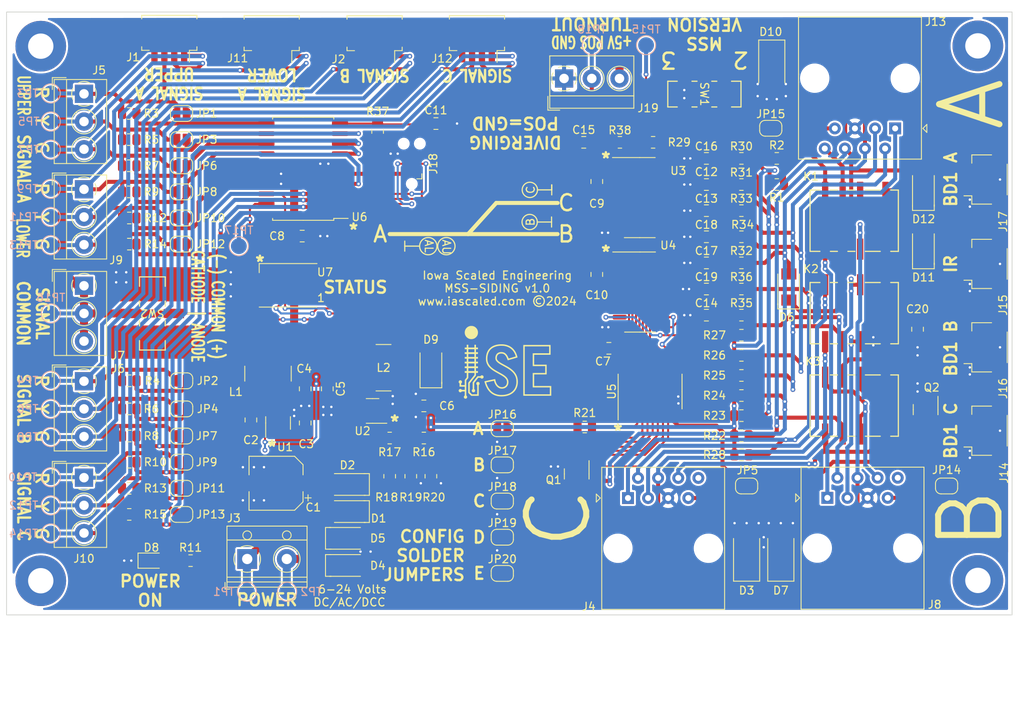
<source format=kicad_pcb>
(kicad_pcb (version 20211014) (generator pcbnew)
  (layers (0 "F.Cu" signal) (31 "B.Cu" signal) (34 "B.Paste" user) (35 "F.Paste" user) (36 "B.SilkS" user "B.Silkscreen") (37 "F.SilkS" user "F.Silkscreen") (38 "B.Mask" user) (39 "F.Mask" user) (44 "Edge.Cuts" user))
  (net 0 "")
  (net 1 "Net-(C1-Pad1)")
  (net 2 "GND")
  (net 3 "+5V")
  (net 4 "Net-(D1-Pad2)")
  (net 5 "Net-(D2-Pad2)")
  (net 6 "Net-(C2-Pad1)")
  (net 7 "Net-(C2-Pad2)")
  (net 12 "Net-(C11-Pad1)")
  (net 13 "Net-(C13-Pad1)")
  (net 14 "+12V")
  (net 15 "Net-(C12-Pad1)")
  (net 16 "Net-(C14-Pad1)")
  (net 17 "Net-(C16-Pad1)")
  (net 18 "Net-(D9-Pad2)")
  (net 19 "Net-(C17-Pad1)")
  (net 20 "Net-(C18-Pad1)")
  (net 21 "Net-(C19-Pad1)")
  (net 22 "/SIDE_S")
  (net 23 "Net-(D6-Pad1)")
  (net 24 "/POINTS_AA_OUT")
  (net 25 "/MAIN_S")
  (net 26 "Net-(D8-Pad2)")
  (net 27 "/POINTS_S")
  (net 28 "Net-(D11-Pad1)")
  (net 29 "/POINTS_A_OUT")
  (net 30 "Net-(J1-Pad1)")
  (net 31 "Net-(J1-Pad2)")
  (net 32 "Net-(J1-Pad3)")
  (net 33 "Net-(J1-Pad4)")
  (net 34 "Net-(J2-Pad1)")
  (net 35 "Net-(J2-Pad2)")
  (net 36 "Net-(J10-Pad1)")
  (net 37 "Net-(J2-Pad3)")
  (net 38 "/SIDE_AA_IN")
  (net 39 "/COM_SENSE")
  (net 40 "/SIDE_A_IN")
  (net 41 "/SIDE_AA_OUT")
  (net 42 "/SIDE_A_OUT")
  (net 43 "/B_SIGNAL_R")
  (net 44 "/B_SIGNAL_Y")
  (net 45 "/B_SIGNAL_G")
  (net 46 "Net-(J4-Pad7)")
  (net 48 "/MAIN_AA_IN")
  (net 49 "Net-(R16-Pad1)")
  (net 50 "Net-(R17-Pad1)")
  (net 51 "Net-(R18-Pad1)")
  (net 52 "/MAIN_A_IN")
  (net 53 "/MAIN_AA_OUT")
  (net 54 "/MAIN_A_OUT")
  (net 55 "Net-(J8-Pad7)")
  (net 57 "Net-(J11-Pad1)")
  (net 58 "Net-(J11-Pad2)")
  (net 59 "Net-(J10-Pad2)")
  (net 60 "Net-(J10-Pad3)")
  (net 61 "/POINTS_AA_IN")
  (net 62 "/POINTS_A_IN")
  (net 63 "Net-(J13-Pad7)")
  (net 64 "/POINTS_DA_OUT")
  (net 69 "/TO_NORMAL")
  (net 70 "/A_U_SIGNAL_R")
  (net 71 "/A_U_SIGNAL_Y")
  (net 72 "/A_U_SIGNAL_G")
  (net 73 "/A_L_SIGNAL_R")
  (net 74 "/C_SIGNAL_R")
  (net 75 "/A_L_SIGNAL_Y")
  (net 76 "/C_SIGNAL_Y")
  (net 77 "/A_L_SIGNAL_G")
  (net 78 "/C_SIGNAL_G")
  (net 79 "Net-(K1-Pad8)")
  (net 80 "/FORCE_POINTS_AA")
  (net 81 "/RELAY_DRV")
  (net 82 "Net-(R1-Pad1)")
  (net 83 "Net-(R2-Pad1)")
  (net 84 "Net-(R19-Pad1)")
  (net 85 "Net-(TP17-Pad1)")
  (net 86 "Net-(U3-Pad15)")
  (net 88 "Net-(U5-Pad22)")
  (net 89 "Net-(U5-Pad23)")
  (net 92 "Net-(R38-Pad2)")
  (net 93 "Net-(K1-Pad4)")
  (net 94 "Net-(U4-Pad12)")
  (net 95 "Net-(U4-Pad15)")
  (net 96 "Net-(U3-Pad2)")
  (net 97 "Net-(U4-Pad6)")
  (net 98 "Net-(U4-Pad10)")
  (net 99 "/OPTION_A")
  (net 100 "/OPTION_B")
  (net 101 "/OPTION_C")
  (net 102 "/OPTION_D")
  (net 103 "/OPTION_E")
  (net 104 "Net-(U5-Pad17)")
  (net 105 "Net-(U5-Pad16)")
  (net 106 "Net-(J9-Pad1)")
  (footprint "Resistor_SMD:R_0805_2012Metric" (layer "F.Cu") (at 48.641 184.912)
    (fp_text reference "R11")
    (fp_text value "1k")
  )
  (footprint "ISE_Generic:SOD-123T" (layer "F.Cu") (at 68.453 175.26 180)
    (fp_text reference "D2")
    (fp_text value "CDBM140G")
  )
  (footprint "Resistor_SMD:R_0805_2012Metric" (layer "F.Cu") (at 118.2135 161.50475 180)
    (fp_text reference "R25")
    (fp_text value "10k")
  )
  (footprint "Resistor_SMD:R_0805_2012Metric" (layer "F.Cu") (at 40.894 169.164 180)
    (fp_text reference "R8")
    (fp_text value "330")
  )
  (footprint "MountingHole:MountingHole_3.2mm_M3_Pad" (layer "F.Cu") (at 29.718 119.888)
    (fp_text reference "H4" hide)
    (fp_text value "MountingHole")
  )
  (footprint "Resistor_SMD:R_0805_2012Metric" (layer "F.Cu") (at 40.894 144.907 180)
    (fp_text reference "R14")
    (fp_text value "330")
  )
  (footprint "Connector_JST:JST_SH_SM04B-SRSS-TB_1x04-1MP_P1.00mm_Horizontal" (layer "F.Cu") (at 149.098 157.94875 90)
    (fp_text reference "J16")
    (fp_text value "SM04B-SRSS")
  )
  (footprint "Jumper:SolderJumper-2_P1.3mm_Open_RoundedPad1.0x1.5mm" (layer "F.Cu") (at 47.498 175.768 180)
    (fp_text reference "JP11")
    (fp_text value "SolderJumper_2_Open")
  )
  (footprint "ISE_UltraLibrarian:MSS6132-xxxMLC" (layer "F.Cu") (at 58.42 161.2773 -90)
    (fp_text reference "L1")
    (fp_text value "4.7uH" hide)
  )
  (footprint "Package_SO:SO-16_3.9x9.9mm_P1.27mm" (layer "F.Cu") (at 105.41 150.96375)
    (fp_text reference "U4")
    (fp_text value "74HC4049")
  )
  (footprint "Resistor_SMD:R_0805_2012Metric" (layer "F.Cu") (at 118.2135 137.37475 180)
    (fp_text reference "R31")
    (fp_text value "10k")
  )
  (footprint "TerminalBlock_MetzConnect:TerminalBlock_MetzConnect_Type059_RT06303HBWC_1x03_P3.50mm_Horizontal" (layer "F.Cu") (at 35.179 174.427 -90)
    (fp_text reference "J10")
    (fp_text value "Screw_Terminal_01x02")
  )
  (footprint "Jumper:SolderJumper-2_P1.3mm_Open_RoundedPad1.0x1.5mm" (layer "F.Cu") (at 47.498 169.164 180)
    (fp_text reference "JP7")
    (fp_text value "SolderJumper_2_Open")
  )
  (footprint "TerminalBlock_MetzConnect:TerminalBlock_MetzConnect_Type059_RT06303HBWC_1x03_P3.50mm_Horizontal" (layer "F.Cu") (at 35.179 125.913 -90)
    (fp_text reference "J5")
    (fp_text value "Screw_Terminal_01x02")
  )
  (footprint "Package_TO_SOT_SMD:SOT-23-5" (layer "F.Cu") (at 71.628 165.989 180)
    (fp_text reference "U2")
    (fp_text value "AP3012")
  )
  (footprint "Jumper:SolderJumper-2_P1.3mm_Open_RoundedPad1.0x1.5mm" (layer "F.Cu") (at 88.011 186.52375)
    (fp_text reference "JP20")
    (fp_text value "SolderJumper_2_Open")
  )
  (footprint "ISE_Generic:SOD-123T" (layer "F.Cu") (at 124.206 150.32875 90)
    (fp_text reference "D6")
    (fp_text value "CDBM140G")
  )
  (footprint "Resistor_SMD:R_0805_2012Metric" (layer "F.Cu") (at 107.061 132.04075 180)
    (fp_text reference "R29")
    (fp_text value "10k")
  )
  (footprint "Jumper:SolderJumper-2_P1.3mm_Open_RoundedPad1.0x1.5mm" (layer "F.Cu") (at 47.498 135.001 180)
    (fp_text reference "JP6")
    (fp_text value "SolderJumper_2_Open")
  )
  (footprint "Connector:Tag-Connect_TC2030-IDC-NL_2x03_P1.27mm_Vertical" (layer "F.Cu") (at 76.581 134.747 90)
    (fp_text reference "J18")
    (fp_text value "AVR-ISP")
  )
  (footprint "Capacitor_SMD:C_0805_2012Metric" (layer "F.Cu") (at 113.792 150.58275 180)
    (fp_text reference "C19")
    (fp_text value "0.1uF")
  )
  (footprint "Connector_Molex:Molex_PicoBlade_53261-0471_1x04-1MP_P1.25mm_Horizontal" (layer "F.Cu") (at 58.888 118.737 180)
    (fp_text reference "J11")
    (fp_text value "Molex 0532610471")
  )
  (footprint "Jumper:SolderJumper-2_P1.3mm_Open_RoundedPad1.0x1.5mm" (layer "F.Cu") (at 47.498 128.397 180)
    (fp_text reference "JP1")
    (fp_text value "SolderJumper_2_Open")
  )
  (footprint "Resistor_SMD:R_0805_2012Metric" (layer "F.Cu") (at 118.2135 156.42475)
    (fp_text reference "R27")
    (fp_text value "10k")
  )
  (footprint "Capacitor_SMD:C_0805_2012Metric" (layer "F.Cu") (at 113.792 134.07275 180)
    (fp_text reference "C16")
    (fp_text value "0.1uF")
  )
  (footprint "Capacitor_SMD:C_0805_2012Metric" (layer "F.Cu") (at 140.462 155.66275 -90)
    (fp_text reference "C20")
    (fp_text value "10uF")
  )
  (footprint "LED_SMD:LED_0805_2012Metric" (layer "F.Cu") (at 43.688 184.912)
    (fp_text reference "D8")
    (fp_text value "GREEN LED")
  )
  (footprint "Jumper:SolderJumper-2_P1.3mm_Bridged_RoundedPad1.0x1.5mm" (layer "F.Cu") (at 118.872 175.47475 180)
    (fp_text reference "JP5")
    (fp_text value "SolderJumper_2_Bridged")
  )
  (footprint "ISE_UltraLibrarian:SW_JS202011SCQN" (layer "F.Cu") (at 113.538 125.94475 -90)
    (fp_text reference "SW1")
    (fp_text value "JS202011SCQN")
  )
  (footprint "Connector_RJ:RJ45_Amphenol_54602-x08_Horizontal" (layer "F.Cu") (at 129.0675 176.97875)
    (fp_text reference "J8")
    (fp_text value "8P8C")
  )
  (footprint "Diode_SMD:D_SMA" (layer "F.Cu") (at 118.872 184.11075 90)
    (fp_text reference "D3")
    (fp_text value "SMAJ18A-TP")
  )
  (footprint "Resistor_SMD:R_0805_2012Metric" (layer "F.Cu") (at 118.2135 134.07275 180)
    (fp_text reference "R30")
    (fp_text value "10k")
  )
  (footprint "TerminalBlock_MetzConnect:TerminalBlock_MetzConnect_Type059_RT06303HBWC_1x03_P3.50mm_Horizontal" (layer "F.Cu") (at 35.179 150.17 -90)
    (fp_text reference "J7")
    (fp_text value "Screw_Terminal_01x02")
  )
  (footprint "Capacitor_SMD:C_0805_2012Metric" (layer "F.Cu") (at 56.261 167.132 -90)
    (fp_text reference "C2")
    (fp_text value "0.1uF")
  )
  (footprint "Resistor_SMD:R_0805_2012Metric" (layer "F.Cu") (at 40.894 138.303 180)
    (fp_text reference "R9")
    (fp_text value "330")
  )
  (footprint "Resistor_SMD:R_0805_2012Metric" (layer "F.Cu") (at 118.2135 147.28075 180)
    (fp_text reference "R32")
    (fp_text value "10k")
  )
  (footprint "TerminalBlock_RND:TerminalBlock_RND_205-00012_1x02_P5.00mm_Horizontal" (layer "F.Cu") (at 55.793 184.704)
    (fp_text reference "J3")
    (fp_text value "Screw_Terminal_01x02")
  )
  (footprint "ISE_UltraLibrarian:RELAY_AGQ_A_PAN" (layer "F.Cu") (at 132.461 153.63075 -90)
    (fp_text reference "K2")
    (fp_text value "AGQ200A4H")
  )
  (footprint "TerminalBlock_MetzConnect:TerminalBlock_MetzConnect_Type059_RT06303HBWC_1x03_P3.50mm_Horizontal" (layer "F.Cu") (at 35.179 137.978 -90)
    (fp_text reference "J9")
    (fp_text value "Screw_Terminal_01x02")
  )
  (footprint "ISE_UltraLibrarian:RELAY_AGQ_A_PAN" (layer "F.Cu") (at 132.461 165.31475 -90)
    (fp_text reference "K3")
    (fp_text value "AGQ200A4H")
  )
  (footprint "ISE_UltraLibrarian:RELAY_AGQ_A_PAN" (layer "F.Cu") (at 132.461 141.94675 -90)
    (fp_text reference "K1")
    (fp_text value "AGQ200A4H")
  )
  (footprint "Resistor_SMD:R_0805_2012Metric" (layer "F.Cu") (at 40.894 141.605 180)
    (fp_text reference "R12")
    (fp_text value "330")
  )
  (footprint "Resistor_SMD:R_0805_2012Metric" (layer "F.Cu") (at 118.2135 158.96475)
    (fp_text reference "R26")
    (fp_text value "10k")
  )
  (footprint "Connector_RJ:RJ45_Amphenol_54602-x08_Horizontal" (layer "F.Cu") (at 103.886 176.99875)
    (fp_text reference "J4")
    (fp_text value "8P8C")
  )
  (footprint "Resistor_SMD:R_0805_2012Metric" (layer "F.Cu") (at 40.894 172.466 180)
    (fp_text reference "R10")
    (fp_text value "330")
  )
  (footprint "Jumper:SolderJumper-2_P1.3mm_Open_RoundedPad1.0x1.5mm" (layer "F.Cu") (at 88.011 172.80775)
    (fp_text reference "JP17")
    (fp_text value "SolderJumper_2_Open")
  )
  (footprint "Resistor_SMD:R_0805_2012Metric" (layer "F.Cu") (at 40.894 135.001 180)
    (fp_text reference "R7")
    (fp_text value "330")
  )
  (footprint "Package_SO:SO-16_3.9x9.9mm_P1.27mm" (layer "F.Cu") (at 105.375 139.02575)
    (fp_text reference "U3")
    (fp_text value "74HC4049")
  )
  (footprint "Capacitor_SMD:C_0805_2012Metric" (layer "F.Cu") (at 99.949 136.99375 -90)
    (fp_text reference "C9")
    (fp_text value "0.1uF")
  )
  (footprint "ISE_UltraLibrarian:SW_JS202011SCQN" (layer "F.Cu") (at 43.815 153.67 180)
    (fp_text reference "SW2")
    (fp_text value "JS202011SCQN")
  )
  (footprint "Jumper:SolderJumper-2_P1.3mm_Bridged_RoundedPad1.0x1.5mm" (layer "F.Cu") (at 144.13 175.47475 180)
    (fp_text reference "JP14")
    (fp_text value "SolderJumper_2_Bridged")
  )
  (footprint "Resistor_SMD:R_0805_2012Metric" (layer "F.Cu") (at 118.2135 143.97875 180)
    (fp_text reference "R34")
    (fp_text value "10k")
  )
  (footprint "Capacitor_SMD:C_0805_2012Metric" (layer "F.Cu") (at 113.792 140.67675 180)
    (fp_text reference "C13")
    (fp_text value "0.1uF")
  )
  (footprint "Resistor_SMD:R_0805_2012Metric" (layer "F.Cu") (at 73.787 174.244 90)
    (fp_text reference "R18")
    (fp_text value "1k")
  )
  (footprint "Resistor_SMD:R_0805_2012Metric" (layer "F.Cu") (at 118.2135 153.88475 180)
    (fp_text reference "R35")
    (fp_text value "10k")
  )
  (footprint "Capacitor_SMD:C_0805_2012Metric" (layer "F.Cu") (at 99.949 148.73875 -90)
    (fp_text reference "C10")
    (fp_text value "0.1uF")
  )
  (footprint "Resistor_SMD:R_0805_2012Metric" (layer "F.Cu") (at 72.263 130.683 -90)
    (fp_text reference "R37")
    (fp_text value "10k")
  )
  (footprint "Resistor_SMD:R_0805_2012Metric" (layer "F.Cu") (at 118.2135 150.58275 180)
    (fp_text reference "R36")
    (fp_text value "10k")
  )
  (footprint "Resistor_SMD:R_0805_2012Metric" (layer "F.Cu") (at 118.2135 164.04475)
    (fp_text reference "R24")
    (fp_text value "10k")
  )
  (footprint "TerminalBlock_MetzConnect:TerminalBlock_MetzConnect_Type059_RT06303HBWC_1x03_P3.50mm_Horizontal" (layer "F.Cu") (at 35.179 162.235 -90)
    (fp_text reference "J6")
    (fp_text value "Screw_Terminal_01x02")
  )
  (footprint "Jumper:SolderJumper-2_P1.3mm_Open_RoundedPad1.0x1.5mm" (layer "F.Cu") (at 47.498 131.699 180)
    (fp_text reference "JP3")
    (fp_text value "SolderJumper_2_Open")
  )
  (footprint "Connector_Molex:Molex_PicoBlade_53261-0471_1x04-1MP_P1.25mm_Horizontal" (layer "F.Cu") (at 45.954 118.699 180)
    (fp_text reference "J1")
    (fp_text value "Molex 0532610471")
  )
  (footprint "Diode_SMD:D_SMA" (layer "F.Cu") (at 122.047 122.51575 -90)
    (fp_text reference "D10")
    (fp_text value "SMAJ18A-TP")
  )
  (footprint "Resistor_SMD:R_0805_2012Metric" (layer "F.Cu") (at 40.894 175.768 180)
    (fp_text reference "R13")
    (fp_text value "330")
  )
  (footprint "Capacitor_SMD:C_0805_2012Metric" (layer "F.Cu") (at 113.792 137.37475 180)
    (fp_text reference "C12")
    (fp_text value "0.1uF")
  )
  (footprint "Package_SO:SOIC-20W_7.5x12.8mm_P1.27mm" (layer "F.Cu") (at 62.865 135.382 180)
    (fp_text reference "U6")
    (fp_text value "ATtiny861A-S")
  )
  (footprint "Capacitor_SMD:C_0805_2012Metric" (layer "F.Cu") (at 63.119 167.513 90)
    (fp_text reference "C3")
    (fp_text value "10uF")
  )
  (footprint "Jumper:SolderJumper-2_P1.3mm_Open_RoundedPad1.0x1.5mm" (layer "F.Cu") (at 47.513 165.735 180)
    (fp_text reference "JP4")
    (fp_text value "SolderJumper_2_Open")
  )
  (footprint "TerminalBlock_MetzConnect:TerminalBlock_MetzConnect_Type059_RT06303HBWC_1x03_P3.50mm_Horizontal" (layer "F.Cu") (at 95.814 123.97075)
    (fp_text reference "J19")
    (fp_text value "Screw_Terminal_01x02")
  )
  (footprint "Resistor_SMD:R_0805_2012Metric" (layer "F.Cu") (at 78.105 169.418)
    (fp_text reference "R16")
    (fp_text value "10k")
  )
  (footprint "Connector_JST:JST_SH_SM04B-SRSS-TB_1x04-1MP_P1.00mm_Horizontal" (layer "F.Cu") (at 149.098 168.48975 90)
    (fp_text reference "J14")
    (fp_text value "SM04B-SRSS")
  )
  (footprint "Capacitor_SMD:C_0805_2012Metric" (layer "F.Cu") (at 113.792 143.97875 180)
    (fp_text reference "C18")
    (fp_text value "0.1uF")
  )
  (footprint "Capacitor_SMD:C_0805_2012Metric" (layer "F.Cu") (at 79.629 129.667)
    (fp_text reference "C11")
    (fp_text value "1uF")
  )
  (footprint "Resistor_SMD:R_0805_2012Metric" (layer "F.Cu") (at 40.894 179.07 180)
    (fp_text reference "R15")
    (fp_text value "330")
  )
  (footprint "ISE_Generic:SOD-123T" (layer "F.Cu") (at 141.224 145.24875 90)
    (fp_text reference "D11")
    (fp_text value "CDBM140G")
  )
  (footprint "Jumper:SolderJumper-2_P1.3mm_Open_RoundedPad1.0x1.5mm" (layer "F.Cu") (at 88.011 177.37975)
    (fp_text reference "JP18")
    (fp_text value "SolderJumper_2_Open")
  )
  (footprint "Resistor_SMD:R_0805_2012Metric" (layer "F.Cu") (at 122.682 137.37475 180)
    (fp_text reference "R1")
    (fp_text value "1k")
  )
  (footprint "Jumper:SolderJumper-2_P1.3mm_Bridged_RoundedPad1.0x1.5mm" (layer "F.Cu") (at 121.92 130.26275)
    (fp_text reference "JP15")
    (fp_text value "SolderJumper_2_Bridged")
  )
  (footprint "Resistor_SMD:R_0805_2012Metric" (layer "F.Cu") (at 122.682 134.07275)
    (fp_text reference "R2")
    (fp_text value "1k")
  )
  (footprint "Resistor_SMD:R_0805_2012Metric" (layer "F.Cu") (at 102.87 132.04075 180)
    (fp_text reference "R38")
    (fp_text value "10k")
  )
  (footprint "Resistor_SMD:R_0805_2012Metric" (layer "F.Cu") (at 40.894 165.735 180)
    (fp_text reference "R6")
    (fp_text value "330")
  )
  (footprint "Connector_Molex:Molex_PicoBlade_53261-0471_1x04-1MP_P1.25mm_Horizontal" (layer "F.Cu") (at 84.816 118.737 180)
    (fp_text reference "J12")
    (fp_text value "Molex 0532610471")
  )
  (footprint "Capacitor_SMD:C_0805_2012Metric" (layer "F.Cu") (at 113.792 147.28075 180)
    (fp_text reference "C17")
    (fp_text value "0.1uF")
  )
  (footprint "Capacitor_SMD:C_0805_2012Metric" (layer "F.Cu") (at 78.105 165.354 180)
    (fp_text reference "C6")
    (fp_text value "10uF")
  )
  (footprint "Jumper:SolderJumper-2_P1.3mm_Open_RoundedPad1.0x1.5mm" (layer "F.Cu") (at 47.513 162.179 180)
    (fp_text reference "JP2")
    (fp_text value "SolderJumper_2_Open")
  )
  (footprint "Capacitor_SMD:C_0805_2012Metric" (layer "F.Cu") (at 98.298 132.04075 180)
    (fp_text reference "C15")
    (fp_text value "0.1uF")
  )
  (footprint "Resistor_SMD:R_0805_2012Metric" (layer "F.Cu") (at 78.994 174.244 90)
    (fp_text reference "R20")
    (fp_text value "330")
  )
  (footprint "Jumper:SolderJumper-2_P1.3mm_Open_RoundedPad1.0x1.5mm" (layer "F.Cu") (at 47.513 172.466 180)
    (fp_text reference "JP9")
    (fp_text value "SolderJumper_2_Open")
  )
  (footprint "ISE_Generic:SOD-123T" (layer "F.Cu") (at 68.453 178.689 180)
    (fp_text reference "D1")
    (fp_text value "CDBM140G")
  )
  (footprint "Jumper:SolderJumper-2_P1.3mm_Open_RoundedPad1.0x1.5mm" (layer "F.Cu") (at 88.011 181.95175)
    (fp_text reference "JP19")
    (fp_text value "SolderJumper_2_Open")
  )
  (footprint "Capacitor_SMD:C_0805_2012Metric" (layer "F.Cu") (at 101.473 158.07575)
    (fp_text reference "C7")
    (fp_text value "0.1uF")
  )
  (footprint "ISE_Generic:SOD-123T" (layer "F.Cu") (at 68.453 182.118)
    (fp_text reference "D5")
    (fp_text value "CDBM140G")
  )
  (footprint "Resistor_SMD:R_0805_2012Metric" (layer "F.Cu") (at 118.2135 140.67675 180)
    (fp_text reference "R33")
    (fp_text value "10k")
  )
  (footprint "Resistor_SMD:R_0805_2012Metric" (layer "F.Cu") (at 40.894 162.179 180)
    (fp_text reference "R4")
    (fp_text value "330")
  )
  (footprint "Capacitor_SMD:C_0805_2012Metric" (layer "F.Cu") (at 65.913 163.195 -90)
    (fp_text reference "C5")
    (fp_text value "22uF")
  )
  (footprint "Capacitor_SMD:C_0805_2012Metric" (layer "F.Cu") (at 62.738 143.891)
    (fp_text reference "C8")
    (fp_text value "0.1uF")
  )
  (footprint "Resistor_SMD:R_0805_2012Metric" (layer "F.Cu") (at 73.787 169.418)
    (fp_text reference "R17")
    (fp_text value "10k")
  )
  (footprint "Connector_RJ:RJ45_Amphenol_54602-x08_Horizontal" (layer "F.Cu") (at 137.6325 130.28275 180)
    (fp_text reference "J13")
    (fp_text value "8P8C")
  )
  (footprint "Jumper:SolderJumper-2_P1.3mm_Open_RoundedPad1.0x1.5mm" (layer "F.Cu") (at 47.498 138.303 180)
    (fp_text reference "JP8")
    (fp_text value "SolderJumper_2_Open")
  )
  (footprint "Connector_JST:JST_SH_SM04B-SRSS-TB_1x04-1MP_P1.00mm_Horizontal" (layer "F.Cu") (at 149.098 147.40775 90)
    (fp_text reference "J15")
    (fp_text value "SM04B-SRSS")
  )
  (footprint "Package_TO_SOT_SMD:TSOT-23-6" (layer "F.Cu") (at 59.69 167.513 90)
    (fp_text reference "U1")
    (fp_text value "AP63205WU")
  )
  (footprint "Resistor_SMD:R_0805_2012Metric" (layer "F.Cu") (at 118.2135 166.58475)
    (fp_text reference "R23")
    (fp_text value "10k")
  )
  (footprint "Package_TO_SOT_SMD:SOT-23" (layer "F.Cu") (at 97.409 173.95075 -90)
    (fp_text reference "Q1")
    (fp_text value "ZXMS6004FF")
  )
  (footprint "MountingHole:MountingHole_3.2mm_M3_Pad" (layer "F.Cu") (at 29.718 187.452)
    (fp_text reference "H1" hide)
    (fp_text value "MountingHole")
  )
  (footprint "Capacitor_SMD:C_0805_2012Metric" (layer "F.Cu") (at 63.119 163.195 -90)
    (fp_text reference "C4")
    (fp_text value "22uF")
  )
  (footprint "Package_TO_SOT_SMD:SOT-23" (layer "F.Cu") (at 141.478 165.82275 -90)
    (fp_text reference "Q2")
    (fp_text value "DRDC3105-7")
  )
  (footprint "Capacitor_SMD:C_0805_2012Metric" (layer "F.Cu") (at 113.792 153.88475 180)
    (fp_text reference "C14")
    (fp_text value "0.1uF")
  )
  (footprint "ISE_Generic:SOD-123T" (layer "F.Cu") (at 79.0194 160.29975 90)
    (fp_text reference "D9")
    (fp_text value "CDBM140G")
  )
  (footprint "Capacitor_SMD:CP_Elec_6.3x5.8" (layer "F.Cu") (at 59.436 175.133 180)
    (fp_text reference "C1")
    (fp_text value "68uF")
  )
  (footprint "Connector_Molex:Molex_PicoBlade_53261-0471_1x04-1MP_P1.25mm_Horizontal" (layer "F.Cu") (at 71.882 118.745 180)
    (fp_text reference "J2")
    (fp_text value "Molex 0532610471")
  )
  (footprint "LED_SMD:LED_WS2812B_PLCC4_5.0x5.0mm_P3.2mm" (layer "F.Cu") (at 60.96 150.114 180)
    (fp_text reference "U7")
    (fp_text value "WS2812B")
  )
  (footprint "MountingHole:MountingHole_3.2mm_M3_Pad" (layer "F.Cu") (at 148.082 187.41275)
    (fp_text reference "H3" hide)
    (fp_text value "MountingHole")
  )
  (footprint "Jumper:SolderJumper-2_P1.3mm_Open_RoundedPad1.0x1.5mm" (layer "F.Cu") (at 47.498 141.605 180)
    (fp_text reference "JP10")
    (fp_text value "SolderJumper_2_Open")
  )
  (footprint "Resistor_SMD:R_0805_2012Metric" (layer "F.Cu") (at 118.237 171.53775)
    (fp_text reference "R28")
    (fp_text value "10k")
  )
  (footprint "Jumper:SolderJumper-2_P1.3mm_Open_RoundedPad1.0x1.5mm" (layer "F.Cu") (at 47.498 144.907 180)
    (fp_text reference "JP12")
    (fp_text value "SolderJumper_2_Open")
  )
  (footprint "Resistor_SMD:R_0805_2012Metric" (layer "F.Cu") (at 40.894 128.397 180)
    (fp_text reference "R3")
    (fp_text value "330")
  )
  (footprint "Resistor_SMD:R_0805_2012Metric" (layer "F.Cu") (at 118.2135 169.12475)
    (fp_text reference "R22")
    (fp_text value "10k")
  )
  (footprint "Jumper:SolderJumper-2_P1.3mm_Open_RoundedPad1.0x1.5mm" (layer "F.Cu") (at 47.513 179.07 180)
    (fp_text reference "JP13")
    (fp_text value "SolderJumper_2_Open")
  )
  (footprint "Resistor_SMD:R_0805_2012Metric" (layer "F.Cu") (at 98.425 168.021 180)
    (fp_text reference "R21")
    (fp_text value "10k")
  )
  (footprint "Connector_JST:JST_SH_SM04B-SRSS-TB_1x04-1MP_P1.00mm_Horizontal" (layer "F.Cu") (at 149.098 136.73975 90)
    (fp_text reference "J17")
    (fp_text value "SM04B-SRSS")
  )
  (footprint "Diode_SMD:D_SMA" (layer "F.Cu") (at 123.19 184.11075 90)
    (fp_text reference "D7")
    (fp_text value "SMAJ18A-TP")
  )
  (footprint "Resistor_SMD:R_0805_2012Metric" (layer "F.Cu") (at 76.454 174.244 -90)
    (fp_text reference "R19")
    (fp_text value "1k")
  )
  (footprint "MountingHole:MountingHole_3.2mm_M3_Pad" (layer "F.Cu") (at 148.082 119.84875)
    (fp_text reference "H2" hide)
    (fp_text value "MountingHole")
  )
  (footprint "Resistor_SMD:R_0805_2012Metric" (layer "F.Cu") (at 40.894 131.699 180)
    (fp_text reference "R5")
    (fp_text value "330")
  )
  (footprint "ISE_Generic:SOD-123T" (layer "F.Cu") (at 68.453 185.547)
    (fp_text reference "D4")
    (fp_text value "CDBM140G")
  )
  (footprint "Package_SO:TSSOP-24_4.4x7.8mm_P0.65mm" (layer "F.Cu") (at 106.68 163.53675 90)
    (fp_text reference "U5")
    (fp_text value "PCA9555PW")
  )
  (footprint "ISE_UltraLibrarian:MSS6132-xxxMLC" (layer "F.Cu") (at 73.0123 160.528)
    (fp_text reference "L2")
    (fp_text value "4.7uH" hide)
  )
  (footprint "Jumper:SolderJumper-2_P1.3mm_Open_RoundedPad1.0x1.5mm" (layer "F.Cu") (at 88.011 168.23575)
    (fp_text reference "JP16")
    (fp_text value "SolderJumper_2_Open")
  )
  (footprint "ISE_Generic:SOD-123T" (layer "F.Cu") (at 141.224 137.88275 90)
    (fp_text reference "D12")
    (fp_text value "CDBM140G")
  )
  (footprint "TestPoint:TestPoint_Pad_D2.0mm" (layer "B.Cu") (at 30.988 181.483 180)
    (fp_text reference "TP14")
    (fp_text value "TestPoint")
  )
  (footprint "TestPoint:TestPoint_Pad_D2.0mm" (layer "B.Cu") (at 30.988 162.179 180)
    (fp_text reference "TP4")
    (fp_text value "TestPoint")
  )
  (footprint "TestPoint:TestPoint_Pad_D2.0mm" (layer "B.Cu") (at 30.988 141.478 180)
    (fp_text reference "TP11")
    (fp_text value "TestPoint")
  )
  (footprint "TestPoint:TestPoint_Pad_D2.0mm" (layer "B.Cu") (at 31.002 174.371 180)
    (fp_text reference "TP10")
    (fp_text value "TestPoint")
  )
  (footprint "TestPoint:TestPoint_Pad_D2.0mm" (layer "B.Cu") (at 60.833 188.849 180)
    (fp_text reference "TP2")
    (fp_text value "TestPoint")
  )
  (footprint "TestPoint:TestPoint_Pad_D2.0mm" (layer "B.Cu") (at 54.737 145.161 180)
    (fp_text reference "TP17")
    (fp_text value "TestPoint")
  )
  (footprint "TestPoint:TestPoint_Pad_D2.0mm" (layer "B.Cu") (at 30.988 125.857 180)
    (fp_text reference "TP3")
    (fp_text value "TestPoint")
  )
  (footprint "TestPoint:TestPoint_Pad_D2.0mm" (layer "B.Cu") (at 99.314 119.761 180)
    (fp_text reference "TP18")
    (fp_text value "TestPoint")
  )
  (footprint "TestPoint:TestPoint_Pad_D2.0mm" (layer "B.Cu") (at 30.988 153.67 180)
    (fp_text reference "TP16")
    (fp_text value "TestPoint")
  )
  (footprint "TestPoint:TestPoint_Pad_D2.0mm" (layer "B.Cu") (at 30.988 165.735 180)
    (fp_text reference "TP6")
    (fp_text value "TestPoint")
  )
  (footprint "TestPoint:TestPoint_Pad_D2.0mm" (layer "B.Cu") (at 106.172 119.761 180)
    (fp_text reference "TP15")
    (fp_text value "TestPoint")
  )
  (footprint "TestPoint:TestPoint_Pad_D2.0mm" (layer "B.Cu") (at 30.988 145.034 180)
    (fp_text reference "TP13")
    (fp_text value "TestPoint")
  )
  (footprint "TestPoint:TestPoint_Pad_D2.0mm" (layer "B.Cu") (at 30.988 177.927 180)
    (fp_text reference "TP12")
    (fp_text value "TestPoint")
  )
  (footprint "TestPoint:TestPoint_Pad_D2.0mm" (layer "B.Cu") (at 30.988 169.291 180)
    (fp_text reference "TP8")
    (fp_text value "TestPoint")
  )
  (footprint "TestPoint:TestPoint_Pad_D2.0mm" (layer "B.Cu") (at 30.988 132.969 180)
    (fp_text reference "TP7")
    (fp_text value "TestPoint")
  )
  (footprint "TestPoint:TestPoint_Pad_D2.0mm" (layer "B.Cu") (at 30.988 137.922 180)
    (fp_text reference "TP9")
    (fp_text value "TestPoint")
  )
  (footprint "TestPoint:TestPoint_Pad_D2.0mm" (layer "B.Cu") (at 30.988 129.413 180)
    (fp_text reference "TP5")
    (fp_text value "TestPoint")
  )
  (footprint "TestPoint:TestPoint_Pad_D2.0mm" (layer "B.Cu") (at 55.753 188.849 180)
    (fp_text reference "TP1")
    (fp_text value "TestPoint")
  )
  (gr_poly (pts (xy 85.454632 161.485506) (xy 85.469499 161.487275) (xy 85.484282 161.489944) (xy 85.498869 161.493487) (xy 85.513151 161.497872) (xy 85.527016 161.503072) (xy 85.540354 161.509058) (xy 85.553054 161.5158) (xy 85.565006 161.523269) (xy 85.576099 161.531438) (xy 85.581288 161.535775) (xy 85.586222 161.540276) (xy 85.590886 161.544937) (xy 85.595266 161.549755) (xy 85.604016 161.5603) (xy 85.612016 161.571146) (xy 85.619271 161.582263) (xy 85.625785 161.593622) (xy 85.631565 161.605192) (xy 85.636617 161.616943) (xy 85.640945 161.628846) (xy 85.644555 161.640871) (xy 85.647454 161.652987) (xy 85.649646 161.665166) (xy 85.651137 161.677377) (xy 85.651932 161.689591) (xy 85.652038 161.701777) (xy 85.651459 161.713906) (xy 85.650201 161.725948) (xy 85.648271 161.737873) (xy 85.645672 161.749652) (xy 85.642412 161.761253) (xy 85.638495 161.772649) (xy 85.633927 161.783808) (xy 85.628713 161.7947) (xy 85.62286 161.805297) (xy 85.616372 161.815568) (xy 85.609256 161.825484) (xy 85.601516 161.835013) (xy 85.593159 161.844128) (xy 85.584189 161.852797) (xy 85.574613 161.860991) (xy 85.564436 161.868681) (xy 85.553664 161.875835) (xy 85.542301 161.882425) (xy 85.530355 161.888421) (xy 85.52042 161.892638) (xy 85.509979 161.896293) (xy 85.499104 161.899385) (xy 85.487867 161.901915) (xy 85.476341 161.903883) (xy 85.464597 161.905289) (xy 85.452709 161.906132) (xy 85.440749 161.906413) (xy 85.428789 161.906132) (xy 85.416901 161.905289) (xy 85.405157 161.903883) (xy 85.393631 161.901915) (xy 85.382394 161.899385) (xy 85.371519 161.896293) (xy 85.361078 161.892638) (xy 85.351144 161.888421) (xy 85.344509 161.884975) (xy 85.337388 161.880794) (xy 85.329908 161.875986) (xy 85.322194 161.870661) (xy 85.314372 161.864927) (xy 85.306569 161.858892) (xy 85.298911 161.852664) (xy 85.291524 161.846353) (xy 85.284534 161.840066) (xy 85.278066 161.833913) (xy 85.272248 161.828002) (xy 85.267204 161.822441) (xy 85.263062 161.817339) (xy 85.261369 161.814994) (xy 85.259948 161.812805) (xy 85.258815 161.810784) (xy 85.257986 161.808946) (xy 85.257478 161.807304) (xy 85.257305 161.805872) (xy 85.256581 161.805219) (xy 85.254456 161.804586) (xy 85.246291 161.803391) (xy 85.23338 161.802312) (xy 85.216294 161.801374) (xy 85.195603 161.800601) (xy 85.171877 161.800018) (xy 85.117605 161.799522) (xy 84.977905 161.799522) (xy 84.722494 162.12196) (xy 84.467083 162.445105) (xy 84.467083 163.236738) (xy 84.485427 163.246616) (xy 84.491238 163.250068) (xy 84.497255 163.25429) (xy 84.503418 163.259209) (xy 84.509669 163.264751) (xy 84.51595 163.270843) (xy 84.5222 163.277411) (xy 84.528361 163.284382) (xy 84.534375 163.291683) (xy 84.540182 163.299241) (xy 84.545723 163.306981) (xy 84.55094 163.314831) (xy 84.555773 163.322717) (xy 84.560164 163.330565) (xy 84.564054 163.338303) (xy 84.567383 163.345858) (xy 84.570094 163.353154) (xy 84.573005 163.363282) (xy 84.575394 163.374015) (xy 84.577265 163.385249) (xy 84.578626 163.396877) (xy 84.579483 163.408795) (xy 84.579842 163.420896) (xy 84.579709 163.433077) (xy 84.57909 163.44523) (xy 84.577991 163.457251) (xy 84.576419 163.469034) (xy 84.57438 163.480474) (xy 84.57188 163.491466) (xy 84.568925 163.501903) (xy 84.565521 163.511682) (xy 84.561676 163.520695) (xy 84.557394 163.528838) (xy 84.549225 163.541794) (xy 84.540594 163.553936) (xy 84.531502 163.565262) (xy 84.521951 163.575768) (xy 84.51194 163.585452) (xy 84.501472 163.59431) (xy 84.490546 163.602339) (xy 84.479165 163.609536) (xy 84.467329 163.615898) (xy 84.45504 163.621422) (xy 84.442298 163.626104) (xy 84.429104 163.629942) (xy 84.415459 163.632933) (xy 84.401365 163.635073) (xy 84.386823 163.636359) (xy 84.371832 163.636788) (xy 84.360548 163.636526) (xy 84.349457 163.635745) (xy 84.338569 163.634457) (xy 84.327896 163.632672) (xy 84.31745 163.630403) (xy 84.30724 163.627659) (xy 84.297277 163.624452) (xy 84.287574 163.620792) (xy 84.27814 163.616691) (xy 84.268987 163.61216) (xy 84.260126 163.60721) (xy 84.251567 163.601851) (xy 84.243322 163.596095) (xy 84.235402 163.589952) (xy 84.227817 163.583434) (xy 84.220579 163.576551) (xy 84.213699 163.569315) (xy 84.207187 163.561737) (xy 84.201054 163.553827) (xy 84.195313 163.545596) (xy 84.189973 163.537056) (xy 84.185045 163.528218) (xy 84.180541 163.519092) (xy 84.176471 163.509689) (xy 84.172847 163.50002) (xy 84.169679 163.490097) (xy 84.166978 163.479931) (xy 84.164756 163.469531) (xy 84.163023 163.45891) (xy 84.161791 163.448079) (xy 84.16107 163.437047) (xy 84.160871 163.425827) (xy 84.161145 163.413572) (xy 84.161968 163.40167) (xy 84.163346 163.390111) (xy 84.165281 163.378885) (xy 84.167779 163.367982) (xy 84.170843 163.357391) (xy 84.174478 163.347101) (xy 84.178687 163.337103) (xy 84.183475 163.327387) (xy 84.188846 163.31794) (xy 84.194804 163.308755) (xy 84.201353 163.299819) (xy 84.208497 163.291124) (xy 84.216241 163.282657) (xy 84.224589 163.27441) (xy 84.233544 163.266372) (xy 84.269527 163.235327) (xy 84.269527 162.36961) (xy 84.575033 161.982966) (xy 84.879832 161.595616) (xy 85.066805 161.59491) (xy 85.253777 161.594205) (xy 85.272827 161.566688) (xy 85.277412 161.560399) (xy 85.282418 161.554242) (xy 85.287821 161.548233) (xy 85.293597 161.542391) (xy 85.299719 161.536729) (xy 85.306164 161.531267) (xy 85.312907 161.526019) (xy 85.319923 161.521003) (xy 85.327186 161.516235) (xy 85.334673 161.511732) (xy 85.342358 161.50751) (xy 85.350217 161.503585) (xy 85.358225 161.499975) (xy 85.366357 161.496695) (xy 85.374588 161.493763) (xy 85.382894 161.491194) (xy 85.389644 161.489476) (xy 85.396526 161.488022) (xy 85.410627 161.485897) (xy 85.425085 161.484788) (xy 85.43979 161.484667)) (layer "F.SilkS") (width 0) (fill solid))
  (gr_poly (pts (xy 83.719194 157.975411) (xy 84.488249 157.975411) (xy 84.488249 157.622633) (xy 84.685805 157.622633) (xy 84.685805 157.975411) (xy 84.939805 157.975411) (xy 84.939805 158.194133) (xy 84.685805 158.194133) (xy 84.685805 158.568077) (xy 84.939805 158.568077) (xy 84.939805 158.793855) (xy 84.685805 158.793855) (xy 84.685805 159.167799) (xy 84.939805 159.167799) (xy 84.939805 159.386522) (xy 84.685805 159.386522) (xy 84.685805 159.760466) (xy 84.939805 159.760466) (xy 84.939805 159.986244) (xy 84.685805 159.986244) (xy 84.685805 160.360188) (xy 84.939805 160.360188) (xy 84.939805 160.585966) (xy 84.685805 160.585966) (xy 84.685805 160.952855) (xy 84.939805 160.952855) (xy 84.939805 161.185689) (xy 84.685805 161.185689) (xy 84.685805 161.514477) (xy 84.294221 162.009071) (xy 83.902638 162.504371) (xy 83.902638 163.616327) (xy 84.03881 163.752499) (xy 84.174277 163.887966) (xy 84.841027 163.887966) (xy 84.841027 163.30306) (xy 84.840999 163.112793) (xy 84.840934 163.03546) (xy 84.840806 162.968903) (xy 84.840713 162.93941) (xy 84.840596 162.912305) (xy 84.840454 162.887485) (xy 84.840283 162.864848) (xy 84.840081 162.844293) (xy 84.839845 162.825716) (xy 84.839574 162.809016) (xy 84.839263 162.79409) (xy 84.838911 162.780837) (xy 84.838515 162.769153) (xy 84.838073 162.758938) (xy 84.837834 162.754348) (xy 84.837582 162.750088) (xy 84.837317 162.746143) (xy 84.837039 162.742502) (xy 84.836747 162.73915) (xy 84.836441 162.736077) (xy 84.836122 162.733268) (xy 84.835787 162.730711) (xy 84.835438 162.728393) (xy 84.835074 162.726302) (xy 84.834694 162.724424) (xy 84.834298 162.722747) (xy 84.833886 162.721259) (xy 84.833458 162.719946) (xy 84.833013 162.718795) (xy 84.832551 162.717794) (xy 84.832071 162.716931) (xy 84.831574 162.716191) (xy 84.831058 162.715563) (xy 84.830524 162.715034) (xy 84.829971 162.714591) (xy 84.8294 162.71422) (xy 84.828809 162.713911) (xy 84.828198 162.713649) (xy 84.826916 162.713216) (xy 84.824586 162.712324) (xy 84.822104 162.711112) (xy 84.816729 162.707791) (xy 84.810892 162.703376) (xy 84.804691 162.697991) (xy 84.798225 162.691759) (xy 84.791594 162.684802) (xy 84.784897 162.677244) (xy 84.778233 162.669207) (xy 84.771701 162.660814) (xy 84.7654 162.652189) (xy 84.759431 162.643455) (xy 84.753891 162.634734) (xy 84.74888 162.626149) (xy 84.744498 162.617824) (xy 84.740844 162.609881) (xy 84.738016 162.602444) (xy 84.734989 162.592294) (xy 84.732517 162.581731) (xy 84.730596 162.570823) (xy 84.729218 162.559637) (xy 84.728378 162.54824) (xy 84.728069 162.536699) (xy 84.728285 162.525082) (xy 84.72902 162.513456) (xy 84.730267 162.501887) (xy 84.732021 162.490444) (xy 84.734275 162.479193) (xy 84.737024 162.468201) (xy 84.74026 162.457536) (xy 84.743977 162.447264) (xy 84.74817 162.437454) (xy 84.752832 162.428172) (xy 84.757361 162.420088) (xy 84.761973 162.412482) (xy 84.766703 162.405322) (xy 84.771585 162.398571) (xy 84.776653 162.392197) (xy 84.781941 162.386165) (xy 84.787483 162.38044) (xy 84.793314 162.37499) (xy 84.799467 162.369779) (xy 84.805976 162.364775) (xy 84.812877 162.359941) (xy 84.820202 162.355245) (xy 84.827986 162.350653) (xy 84.836263 162.34613) (xy 84.845067 162.341642) (xy 84.854432 162.337155) (xy 84.86576 162.332179) (xy 84.870921 162.330109) (xy 84.875864 162.328302) (xy 84.880674 162.326748) (xy 84.885438 162.325434) (xy 84.890244 162.32435) (xy 84.895178 162.323485) (xy 84.900327 162.322825) (xy 84.905778 162.322361) (xy 84.911618 162.322082) (xy 84.917933 162.321974) (xy 84.92481 162.322028) (xy 84.932336 162.322232) (xy 84.949682 162.323043) (xy 84.961739 162.323841) (xy 84.973076 162.324926) (xy 84.983752 162.326321) (xy 84.993824 162.328048) (xy 85.00335 162.330132) (xy 85.012389 162.332593) (xy 85.020997 162.335456) (xy 85.029234 162.338742) (xy 85.037156 162.342475) (xy 85.044822 162.346677) (xy 85.05229 162.351371) (xy 85.059617 162.35658) (xy 85.066861 162.362326) (xy 85.074081 162.368632) (xy 85.081333 162.375521) (xy 85.088677 162.383016) (xy 85.096543 162.391508) (xy 85.103753 162.399826) (xy 85.110325 162.408027) (xy 85.116282 162.416166) (xy 85.121643 162.424301) (xy 85.12643 162.432489) (xy 85.130662 162.440786) (xy 85.134362 162.44925) (xy 85.137548 162.457937) (xy 85.140243 162.466904) (xy 85.142467 162.476208) (xy 85.144239 162.485906) (xy 85.145582 162.496054) (xy 85.146516 162.50671) (xy 85.147061 162.51793) (xy 85.147238 162.529771) (xy 85.147088 162.543284) (xy 85.14637 162.556311) (xy 85.145077 162.568865) (xy 85.143203 162.580957) (xy 85.140742 162.592599) (xy 85.137688 162.603801) (xy 85.134035 162.614576) (xy 85.129775 162.624934) (xy 85.124904 162.634886) (xy 85.122238 162.639714) (xy 85.119415 162.644445) (xy 85.116437 162.649081) (xy 85.113302 162.653622) (xy 85.106558 162.662427) (xy 85.099178 162.670873) (xy 85.091155 162.678971) (xy 85.082482 162.686731) (xy 85.073155 162.694166) (xy 85.039288 162.720272) (xy 85.039288 163.402543) (xy 85.038582 164.085521) (xy 84.08961 164.085521) (xy 83.897699 163.893611) (xy 83.705083 163.700994) (xy 83.705083 162.428172) (xy 84.096666 161.932872) (xy 84.488249 161.438277) (xy 84.488249 161.185689) (xy 83.719194 161.185689) (xy 83.719194 161.508127) (xy 83.718488 161.831271) (xy 83.592194 161.990021) (xy 83.465899 162.148771) (xy 83.465194 163.094216) (xy 83.465194 164.03966) (xy 83.500471 164.07) (xy 83.510016 164.078472) (xy 83.518817 164.086981) (xy 83.526893 164.095562) (xy 83.534261 164.104252) (xy 83.540938 164.113086) (xy 83.546943 164.122101) (xy 83.552292 164.131334) (xy 83.557004 164.140819) (xy 83.561096 164.150594) (xy 83.564585 164.160695) (xy 83.567489 164.171157) (xy 83.569825 164.182017) (xy 83.571612 164.193311) (xy 83.572867 164.205076) (xy 83.573607 164.217347) (xy 83.573849 164.23016) (xy 83.573928 164.246699) (xy 83.573804 164.253995) (xy 83.573552 164.260742) (xy 83.573154 164.267018) (xy 83.572597 164.272899) (xy 83.571863 164.278462) (xy 83.570939 164.283783) (xy 83.569808 164.288938) (xy 83.568454 164.294005) (xy 83.566863 164.299059) (xy 83.565019 164.304177) (xy 83.562906 164.309436) (xy 83.560508 164.314912) (xy 83.557811 164.320681) (xy 83.554799 164.326821) (xy 83.547475 164.340553) (xy 83.539528 164.353436) (xy 83.530965 164.365464) (xy 83.521792 164.376629) (xy 83.512016 164.386926) (xy 83.501643 164.396349) (xy 83.490678 164.404891) (xy 83.479128 164.412546) (xy 83.467 164.419309) (xy 83.454299 164.425172) (xy 83.441032 164.43013) (xy 83.427204 164.434176) (xy 83.412822 164.437305) (xy 83.397893 164.439509) (xy 83.382422 164.440783) (xy 83.366416 164.441121) (xy 83.353828 164.440888) (xy 83.34171 164.440179) (xy 83.33004 164.438982) (xy 83.318791 164.437285) (xy 83.307939 164.435075) (xy 83.297459 164.43234) (xy 83.287326 164.429068) (xy 83.277516 164.425246) (xy 83.268003 164.420862) (xy 83.258764 164.415903) (xy 83.249772 164.410357) (xy 83.241003 164.404212) (xy 83.232433 164.397455) (xy 83.224037 164.390073) (xy 83.215789 164.382055) (xy 83.207666 164.373388) (xy 83.200297 164.3648) (xy 83.19353 164.35621) (xy 83.187354 164.347582) (xy 83.181759 164.338882) (xy 83.176734 164.330075) (xy 83.17227 164.321125) (xy 83.168355 164.311997) (xy 83.16498 164.302656) (xy 83.162134 164.293068) (xy 83.159807 164.283196) (xy 83.157988 164.273005) (xy 83.156668 164.262462) (xy 83.155835 164.251529) (xy 83.15548 164.240173) (xy 83.155592 164.228358) (xy 83.15616 164.216049) (xy 83.157218 164.20416) (xy 83.158802 164.192573) (xy 83.160909 164.181292) (xy 83.163536 164.170321) (xy 83.166679 164.159663) (xy 83.170336 164.149325) (xy 83.174504 164.139308) (xy 83.179179 164.129619) (xy 83.184359 164.12026) (xy 83.190039 164.111236) (xy 83.196218 164.10255) (xy 83.202892 164.094209) (xy 83.210058 164.086214) (xy 83.217713 164.078571) (xy 83.225854 164.071283) (xy 83.234477 164.064355) (xy 83.267638 164.03966) (xy 83.267638 163.528132) (xy 82.904277 163.528132) (xy 82.873233 163.564116) (xy 82.863528 163.574739) (xy 82.853357 163.584521) (xy 82.842758 163.593466) (xy 82.831769 163.601581) (xy 82.820428 163.60887) (xy 82.808773 163.615339) (xy 82.796842 163.620994) (xy 82.784674 163.625841) (xy 82.772307 163.629885) (xy 82.759778 163.633131) (xy 82.747126 163.635585) (xy 82.734388 163.637253) (xy 82.721604 163.63814) (xy 82.708811 163.638251) (xy 82.696047 163.637593) (xy 82.68335 163.636171) (xy 82.670759 163.63399) (xy 82.658311 163.631056) (xy 82.646045 163.627375) (xy 82.633998 163.622951) (xy 82.62221 163.617792) (xy 82.610717 163.611901) (xy 82.599559 163.605285) (xy 82.588772 163.59795) (xy 82.578397 163.5899) (xy 82.568469 163.581142) (xy 82.559028 163.57168) (xy 82.550112 163.561521) (xy 82.541758 163.55067) (xy 82.534005 163.539133) (xy 82.526892 163.526915) (xy 82.520455 163.514022) (xy 82.517116 163.506423) (xy 82.51411 163.498716) (xy 82.511434 163.490911) (xy 82.509086 163.483021) (xy 82.507064 163.475057) (xy 82.505364 163.467029) (xy 82.503986 163.45895) (xy 82.502926 163.45083) (xy 82.501753 163.434516) (xy 82.501827 163.418176) (xy 82.503128 163.401903) (xy 82.505638 163.385787) (xy 82.509339 163.369919) (xy 82.514212 163.35439) (xy 82.520239 163.339291) (xy 82.5274 163.324712) (xy 82.531401 163.317647) (xy 82.535678 163.310746) (xy 82.540229 163.304021) (xy 82.545053 163.297482) (xy 82.550146 163.291142) (xy 82.555507 163.285012) (xy 82.561133 163.279104) (xy 82.567022 163.273427) (xy 82.575381 163.266057) (xy 82.583559 163.259283) (xy 82.591608 163.253087) (xy 82.599576 163.247454) (xy 82.607516 163.242366) (xy 82.615477 163.237807) (xy 82.623511 163.233761) (xy 82.631668 163.230212) (xy 82.639998 163.227141) (xy 82.648553 163.224534) (xy 82.657383 163.222373) (xy 82.666538 163.220643) (xy 82.676069 163.219325) (xy 82.686028 163.218405) (xy 82.696463 163.217864) (xy 82.707427 163.217688) (xy 82.720667 163.217874) (xy 82.733176 163.218452) (xy 82.745017 163.219446) (xy 82.756254 163.220885) (xy 82.766949 163.222795) (xy 82.777165 163.225204) (xy 82.786967 163.228137) (xy 82.796415 163.231623) (xy 82.805575 163.235687) (xy 82.814508 163.240357) (xy 82.823277 163.245659) (xy 82.831947 163.251621) (xy 82.840579 163.258269) (xy 82.849237 163.26563) (xy 82.857984 163.273731) (xy 82.866883 163.282599) (xy 82.907805 163.323521) (xy 83.267638 163.323521) (xy 83.267638 162.921355) (xy 82.611472 162.921355) (xy 82.611472 162.515661) (xy 82.575488 162.484616) (xy 82.564162 162.474278) (xy 82.55374 162.463394) (xy 82.544231 162.451998) (xy 82.535646 162.440122) (xy 82.527996 162.427799) (xy 82.52129 162.415064) (xy 82.515539 162.401947) (xy 82.510753 162.388484) (xy 82.506944 162.374706) (xy 82.50412 162.360648) (xy 82.502292 162.346341) (xy 82.501471 162.331819) (xy 82.501667 162.317115) (xy 82.50289 162.302263) (xy 82.505151 162.287295) (xy 82.50846 162.272244) (xy 82.51382 162.254067) (xy 82.52035 162.23686) (xy 82.524042 162.228629) (xy 82.528013 162.220652) (xy 82.532257 162.212931) (xy 82.536771 162.20547) (xy 82.541549 162.198272) (xy 82.546587 162.191342) (xy 82.551881 162.184682) (xy 82.557425 162.178296) (xy 82.563215 162.172188) (xy 82.569246 162.16636) (xy 82.575514 162.160818) (xy 82.582015 162.155563) (xy 82.588742 162.150599) (xy 82.595692 162.145931) (xy 82.602861 162.141561) (xy 82.610242 162.137492) (xy 82.617833 162.13373) (xy 82.625627 162.130276) (xy 82.633622 162.127134) (xy 82.64181 162.124309) (xy 82.650189 162.121802) (xy 82.658754 162.119619) (xy 82.676421 162.116235) (xy 82.694775 162.114184) (xy 82.713777 162.113494) (xy 82.721675 162.113688) (xy 82.729489 162.114135) (xy 82.737217 162.114835) (xy 82.744855 162.115783) (xy 82.752397 162.116977) (xy 82.759839 162.118416) (xy 82.767179 162.120096) (xy 82.774411 162.122016) (xy 82.781531 162.124172) (xy 82.788536 162.126562) (xy 82.79542 162.129184) (xy 82.802181 162.132035) (xy 82.808813 162.135114) (xy 82.815314 162.138416) (xy 82.821677 162.141941) (xy 82.827901 162.145685) (xy 82.833979 162.149646) (xy 82.839909 162.153822) (xy 82.845686 162.158209) (xy 82.851305 162.162807) (xy 82.856764 162.167612) (xy 82.862057 162.172621) (xy 82.86718 162.177833) (xy 82.87213 162.183245) (xy 82.876902 162.188854) (xy 82.881493 162.194658) (xy 82.885897 162.200654) (xy 82.890111 162.206841) (xy 82.894131 162.213215) (xy 82.897952 162.219774) (xy 82.901571 162.226516) (xy 82.904983 162.233438) (xy 82.908604 162.241866) (xy 82.911794 162.250956) (xy 82.914553 162.260624) (xy 82.916878 162.270789) (xy 82.918769 162.281366) (xy 82.920225 162.292275) (xy 82.921245 162.303431) (xy 82.921828 162.314753) (xy 82.921972 162.326158) (xy 82.921678 162.337563) (xy 82.920943 162.348885) (xy 82.919766 162.360041) (xy 82.918148 162.37095) (xy 82.916085 162.381528) (xy 82.913579 162.391692) (xy 82.910627 162.401361) (xy 82.907987 162.408222) (xy 82.904624 162.415505) (xy 82.900625 162.423102) (xy 82.896075 162.430906) (xy 82.891062 162.438809) (xy 82.885674 162.446703) (xy 82.879995 162.454482) (xy 82.874115 162.462038) (xy 82.868118 162.469263) (xy 82.862093 162.47605) (xy 82.856125 162.482291) (xy 82.850302 162.487879) (xy 82.844711 162.492706) (xy 82.839438 162.496665) (xy 82.836948 162.498286) (xy 82.83457 162.499649) (xy 82.832315 162.500741) (xy 82.830194 162.501549) (xy 82.827826 162.502399) (xy 82.825739 162.50345) (xy 82.823914 162.504837) (xy 82.822333 162.506698) (xy 82.820981 162.509165) (xy 82.819838 162.512376) (xy 82.818887 162.516466) (xy 82.818111 162.521569) (xy 82.817492 162.527822) (xy 82.817013 162.535359) (xy 82.816402 162.55483) (xy 82.816139 162.581063) (xy 82.816083 162.615144) (xy 82.816083 162.7238) (xy 83.267638 162.7238) (xy 83.267638 162.073277) (xy 83.394638 161.913822) (xy 83.521638 161.75366) (xy 83.521638 161.185689) (xy 83.267638 161.185689) (xy 83.267638 160.952855) (xy 83.521638 160.952855) (xy 83.719194 160.952855) (xy 84.488249 160.952855) (xy 84.488249 160.585966) (xy 83.719194 160.585966) (xy 83.719194 160.952855) (xy 83.521638 160.952855) (xy 83.521638 160.585966) (xy 83.267638 160.585966) (xy 83.267638 160.360188) (xy 83.521638 160.360188) (xy 83.719194 160.360188) (xy 84.488249 160.360188) (xy 84.488249 159.986244) (xy 83.719194 159.986244) (xy 83.719194 160.360188) (xy 83.521638 160.360188) (xy 83.521638 159.986244) (xy 83.267638 159.986244) (xy 83.267638 159.760466) (xy 83.521638 159.760466) (xy 83.719194 159.760466) (xy 84.488249 159.760466) (xy 84.488249 159.386522) (xy 83.719194 159.386522) (xy 83.719194 159.760466) (xy 83.521638 159.760466) (xy 83.521638 159.386522) (xy 83.267638 159.386522) (xy 83.267638 159.167799) (xy 83.521638 159.167799) (xy 83.719194 159.167799) (xy 84.488249 159.167799) (xy 84.488249 158.793855) (xy 83.719194 158.793855) (xy 83.719194 159.167799) (xy 83.521638 159.167799) (xy 83.521638 158.793855) (xy 83.267638 158.793855) (xy 83.267638 158.568077) (xy 83.521638 158.568077) (xy 83.719194 158.568077) (xy 84.488249 158.568077) (xy 84.488249 158.194133) (xy 83.719194 158.194133) (xy 83.719194 158.568077) (xy 83.521638 158.568077) (xy 83.521638 158.194133) (xy 83.267638 158.194133) (xy 83.267638 157.975411) (xy 83.521638 157.975411) (xy 83.521638 157.622633) (xy 83.719194 157.622633)) (layer "F.SilkS") (width 0) (fill solid))
  (gr_line (start 94.996 139.7) (end 87.249 139.7) (layer "F.SilkS") (width 0.508))
  (gr_line (start 87.249 139.7) (end 83.693 143.637) (layer "F.SilkS") (width 0.508))
  (gr_circle (center 91.46933 142.113) (end 92.43453 142.113) (layer "F.SilkS") (width 0.15) (fill none))
  (gr_line (start 94.25547 138.049) (end 94.25547 137.414) (layer "F.SilkS") (width 0.15))
  (gr_line (start 92.456 138.049) (end 94.25547 138.049) (layer "F.SilkS") (width 0.15))
  (gr_line (start 75.692 145.796) (end 75.692 144.526) (layer "F.SilkS") (width 0.15))
  (gr_poly (pts (xy 84.120655 155.246146) (xy 84.163253 155.247493) (xy 84.20294 155.249651) (xy 84.236939 155.25257) (xy 84.250937 155.254299) (xy 84.262471 155.2562) (xy 84.293219 155.262581) (xy 84.323541 155.270079) (xy 84.353424 155.278685) (xy 84.382857 155.288391) (xy 84.411827 155.299188) (xy 84.440321 155.311068) (xy 84.468328 155.324023) (xy 84.495834 155.338044) (xy 84.522828 155.353124) (xy 84.549296 155.369254) (xy 84.575228 155.386426) (xy 84.600609 155.404631) (xy 84.625428 155.423862) (xy 84.649673 155.444109) (xy 84.67333 155.465365) (xy 84.696388 155.487622) (xy 84.716223 155.508102) (xy 84.735247 155.529058) (xy 84.753459 155.550488) (xy 84.770857 155.572388) (xy 84.787441 155.594755) (xy 84.803209 155.617586) (xy 84.818161 155.640878) (xy 84.832296 155.664628) (xy 84.845612 155.688833) (xy 84.858108 155.713489) (xy 84.869783 155.738594) (xy 84.880637 155.764145) (xy 84.890669 155.790137) (xy 84.899876 155.816569) (xy 84.908259 155.843437) (xy 84.915816 155.870738) (xy 84.922307 155.89814) (xy 84.927761 155.926541) (xy 84.932181 155.955797) (xy 84.935571 155.985766) (xy 84.937937 156.016306) (xy 84.939281 156.047273) (xy 84.939608 156.078526) (xy 84.938923 156.109922) (xy 84.937228 156.141317) (xy 84.93453 156.17257) (xy 84.93083 156.203538) (xy 84.926134 156.234078) (xy 84.920447 156.264047) (xy 84.913771 156.293303) (xy 84.906111 156.321703) (xy 84.897471 156.349105) (xy 84.888977 156.373046) (xy 84.879888 156.396467) (xy 84.870186 156.419394) (xy 84.859856 156.441853) (xy 84.848882 156.463869) (xy 84.837246 156.485469) (xy 84.824931 156.506678) (xy 84.811923 156.527522) (xy 84.798203 156.548028) (xy 84.783756 156.56822) (xy 84.768564 156.588125) (xy 84.752612 156.607768) (xy 84.735883 156.627176) (xy 84.71836 156.646374) (xy 84.700026 156.665388) (xy 84.680866 156.684244) (xy 84.652869 156.71019) (xy 84.624171 156.734585) (xy 84.594766 156.757432) (xy 84.564648 156.778733) (xy 84.53381 156.798493) (xy 84.502247 156.816713) (xy 84.469953 156.833398) (xy 84.43692 156.84855) (xy 84.403143 156.862173) (xy 84.368616 156.874269) (xy 84.333333 156.884841) (xy 84.297286 156.893893) (xy 84.260471 156.901428) (xy 84.22288 156.907449) (xy 84.184509 156.911959) (xy 84.145349 156.914961) (xy 84.101624 156.916289) (xy 84.058081 156.915265) (xy 84.014802 156.91192) (xy 83.971871 156.906284) (xy 83.929369 156.898387) (xy 83.88738 156.888258) (xy 83.845987 156.875928) (xy 83.805271 156.861427) (xy 83.765317 156.844784) (xy 83.726205 156.826029) (xy 83.68802 156.805193) (xy 83.650843 156.782305) (xy 83.614758 156.757396) (xy 83.579847 156.730495) (xy 83.546192 156.701633) (xy 83.513877 156.670838) (xy 83.484485 156.640193) (xy 83.456908 156.608601) (xy 83.431155 156.576091) (xy 83.407239 156.542692) (xy 83.385171 156.508433) (xy 83.364962 156.473343) (xy 83.346624 156.437452) (xy 83.330168 156.400787) (xy 83.315605 156.363378) (xy 83.302948 156.325254) (xy 83.292206 156.286444) (xy 83.283392 156.246976) (xy 83.276517 156.20688) (xy 83.271592 156.166184) (xy 83.268628 156.124918) (xy 83.267638 156.08311) (xy 83.268394 156.046637) (xy 83.270646 156.010528) (xy 83.274365 155.974818) (xy 83.279526 155.939541) (xy 83.286103 155.904731) (xy 83.294069 155.870423) (xy 83.303397 155.83665) (xy 83.314062 155.803446) (xy 83.326035 155.770846) (xy 83.339292 155.738884) (xy 83.353805 155.707593) (xy 83.369548 155.677009) (xy 83.386495 155.647164) (xy 83.404619 155.618093) (xy 83.423893 155.589831) (xy 83.444292 155.562411) (xy 83.465788 155.535867) (xy 83.488355 155.510234) (xy 83.511967 155.485546) (xy 83.536597 155.461836) (xy 83.562218 155.439139) (xy 83.588805 155.41749) (xy 83.616331 155.396921) (xy 83.644769 155.377467) (xy 83.674092 155.359163) (xy 83.704275 155.342042) (xy 83.73529 155.326139) (xy 83.767112 155.311487) (xy 83.799714 155.298121) (xy 83.833069 155.286074) (xy 83.86715 155.275382) (xy 83.901933 155.266078) (xy 83.924532 155.260764) (xy 83.946206 155.255847) (xy 83.95591 155.253744) (xy 83.96444 155.251989) (xy 83.971482 155.250663) (xy 83.976721 155.24985) (xy 83.988752 155.248526) (xy 84.00318 155.24746) (xy 84.03784 155.246079) (xy 84.077925 155.245658)) (layer "F.SilkS") (width 0) (fill solid))
  (gr_line (start 92.43453 142.113) (end 94.234 142.113) (layer "F.SilkS") (width 0.15))
  (gr_line (start 73.787 143.637) (end 94.996 143.637) (layer "F.SilkS") (width 0.508))
  (gr_circle (center 78.6638 145.161) (end 79.756 145.161) (layer "F.SilkS") (width 0.15) (fill none))
  (gr_poly (pts (xy 94.112027 158.892633) (xy 92.037693 158.892633) (xy 92.037693 160.141466) (xy 93.618138 160.141466) (xy 93.618138 161.376188) (xy 92.037693 161.376188) (xy 92.037693 162.836688) (xy 94.196694 162.836688) (xy 94.196694 164.07141) (xy 90.66186 164.07141) (xy 90.66186 163.887966) (xy 90.845304 163.887966) (xy 94.013249 163.887966) (xy 94.013249 163.020133) (xy 91.854248 163.020133) (xy 91.854248 161.192744) (xy 93.434693 161.192744) (xy 93.434693 160.324911) (xy 91.854248 160.324911) (xy 91.854248 158.702133) (xy 93.928582 158.702133) (xy 93.928582 157.8343) (xy 90.845304 157.8343) (xy 90.845304 163.887966) (xy 90.66186 163.887966) (xy 90.66186 157.650855) (xy 94.112027 157.650855)) (layer "F.SilkS") (width 0) (fill solid))
  (gr_line (start 77.49147 145.161) (end 75.692 145.161) (layer "F.SilkS") (width 0.15))
  (gr_circle (center 80.9498 145.161) (end 82.042 145.161) (layer "F.SilkS") (width 0.15) (fill none))
  (gr_circle (center 91.4908 138.049) (end 92.456 138.049) (layer "F.SilkS") (width 0.15) (fill none))
  (gr_line (start 94.234 141.478) (end 94.234 142.748) (layer "F.SilkS") (width 0.15))
  (gr_poly (pts (xy 87.969022 157.567514) (xy 88.038803 157.568592) (xy 88.098431 157.570496) (xy 88.143027 157.573244) (xy 88.298662 157.592502) (xy 88.44874 157.62134) (xy 88.521638 157.639308) (xy 88.593078 157.659617) (xy 88.663038 157.68225) (xy 88.731493 157.707189) (xy 88.798422 157.734417) (xy 88.863802 157.763915) (xy 88.927609 157.795665) (xy 88.989822 157.82965) (xy 89.050416 157.865852) (xy 89.109369 157.904253) (xy 89.166659 157.944836) (xy 89.222262 157.987582) (xy 89.276156 158.032473) (xy 89.328317 158.079492) (xy 89.378723 158.128621) (xy 89.427352 158.179843) (xy 89.474179 158.233138) (xy 89.519182 158.28849) (xy 89.562339 158.345881) (xy 89.603626 158.405292) (xy 89.643021 158.466707) (xy 89.6805 158.530107) (xy 89.716042 158.595473) (xy 89.749622 158.66279) (xy 89.781219 158.732038) (xy 89.810809 158.8032) (xy 89.863877 158.951194) (xy 89.875244 158.98738) (xy 89.887215 159.028088) (xy 89.899137 159.070765) (xy 89.910355 159.112854) (xy 89.920218 159.151802) (xy 89.928071 159.185052) (xy 89.933262 159.210051) (xy 89.934655 159.218658) (xy 89.935138 159.224244) (xy 89.933367 159.226158) (xy 89.927884 159.229042) (xy 89.904755 159.238024) (xy 89.80267 159.270987) (xy 89.612479 159.328027) (xy 89.317777 159.414038) (xy 89.077601 159.483469) (xy 88.880685 159.539803) (xy 88.747269 159.577352) (xy 88.710699 159.587304) (xy 88.697594 159.590427) (xy 88.696395 159.587949) (xy 88.693956 159.58185) (xy 88.685952 159.560441) (xy 88.674773 159.529507) (xy 88.66161 159.492355) (xy 88.630996 159.408838) (xy 88.599691 159.330732) (xy 88.567614 159.25794) (xy 88.534687 159.190366) (xy 88.50083 159.127915) (xy 88.465963 159.070489) (xy 88.448126 159.043631) (xy 88.430007 159.017994) (xy 88.411595 158.993565) (xy 88.392882 158.970332) (xy 88.373856 158.948284) (xy 88.354508 158.927408) (xy 88.334828 158.907693) (xy 88.314806 158.889126) (xy 88.294432 158.871695) (xy 88.273697 158.855389) (xy 88.252589 158.840195) (xy 88.2311 158.826101) (xy 88.209219 158.813096) (xy 88.186936 158.801167) (xy 88.164242 158.790302) (xy 88.141127 158.780489) (xy 88.117579 158.771717) (xy 88.093591 158.763973) (xy 88.069151 158.757245) (xy 88.044249 158.751522) (xy 88.027594 158.748281) (xy 88.009761 158.745438) (xy 87.99093 158.742993) (xy 87.971279 158.740949) (xy 87.930234 158.738065) (xy 87.888057 158.736793) (xy 87.846177 158.737142) (xy 87.806025 158.73912) (xy 87.787044 158.740722) (xy 87.769032 158.742734) (xy 87.752166 158.745158) (xy 87.736627 158.747994) (xy 87.691134 158.759092) (xy 87.648311 158.772811) (xy 87.608151 158.789162) (xy 87.570645 158.808154) (xy 87.552885 158.818643) (xy 87.535785 158.829795) (xy 87.519344 158.841613) (xy 87.503562 158.854096) (xy 87.488437 158.867246) (xy 87.473969 158.881065) (xy 87.460155 158.895554) (xy 87.446996 158.910713) (xy 87.43449 158.926543) (xy 87.422637 158.943047) (xy 87.411434 158.960225) (xy 87.400882 158.978078) (xy 87.381723 159.015815) (xy 87.365152 159.056267) (xy 87.351161 159.099443) (xy 87.339741 159.145353) (xy 87.330884 159.194005) (xy 87.324582 159.245411) (xy 87.322766 159.266865) (xy 87.32156 159.287366) (xy 87.320981 159.307004) (xy 87.321044 159.325866) (xy 87.321764 159.344042) (xy 87.323156 159.36162) (xy 87.325237 159.378691) (xy 87.328022 159.395341) (xy 87.331526 159.411661) (xy 87.335765 159.427739) (xy 87.340755 159.443664) (xy 87.34651 159.459525) (xy 87.353047 159.47541) (xy 87.36038 159.49141) (xy 87.368526 159.507612) (xy 87.377499 159.524105) (xy 87.38887 159.54333) (xy 87.401557 159.562649) (xy 87.415571 159.582071) (xy 87.430923 159.601606) (xy 87.447623 159.621265) (xy 87.46568 159.641059) (xy 87.485106 159.660998) (xy 87.50591 159.681091) (xy 87.528104 159.70135) (xy 87.551697 159.721785) (xy 87.5767 159.742405) (xy 87.603123 159.763222) (xy 87.630976 159.784246) (xy 87.66027 159.805487) (xy 87.691015 159.826955) (xy 87.723221 159.848661) (xy 87.76872 159.878359) (xy 87.814425 159.907122) (xy 87.863058 159.936531) (xy 87.917337 159.968164) (xy 88.053719 160.044419) (xy 88.245332 160.148522) (xy 88.376401 160.219285) (xy 88.489014 160.280847) (xy 88.586149 160.334917) (xy 88.670783 160.383207) (xy 88.745891 160.42743) (xy 88.814451 160.469296) (xy 88.879439 160.510517) (xy 88.943832 160.552805) (xy 89.065922 160.63783) (xy 89.17985 160.724213) (xy 89.285723 160.812122) (xy 89.383647 160.901724) (xy 89.473729 160.993186) (xy 89.556074 161.086676) (xy 89.63079 161.182361) (xy 89.697983 161.280409) (xy 89.75776 161.380987) (xy 89.810226 161.484262) (xy 89.855488 161.590403) (xy 89.893654 161.699575) (xy 89.924828 161.811948) (xy 89.949118 161.927687) (xy 89.96663 162.046962) (xy 89.977471 162.169938) (xy 89.980495 162.245518) (xy 89.980624 162.323463) (xy 89.977943 162.40283) (xy 89.972532 162.482676) (xy 89.964476 162.562059) (xy 89.953857 162.640037) (xy 89.940757 162.715666) (xy 89.92526 162.788005) (xy 89.889161 162.919283) (xy 89.844234 163.044979) (xy 89.790679 163.164915) (xy 89.728697 163.278917) (xy 89.658487 163.386809) (xy 89.580252 163.488415) (xy 89.49419 163.583559) (xy 89.400503 163.672066) (xy 89.299391 163.75376) (xy 89.191055 163.828465) (xy 89.075695 163.896006) (xy 88.953512 163.956206) (xy 88.824706 164.008891) (xy 88.689477 164.053884) (xy 88.548026 164.09101) (xy 88.400555 164.120093) (xy 88.294301 164.135432) (xy 88.184996 164.147026) (xy 88.074088 164.154833) (xy 87.963022 164.158811) (xy 87.853246 164.15892) (xy 87.746207 164.155118) (xy 87.643352 164.147364) (xy 87.593945 164.141992) (xy 87.546127 164.135616) (xy 87.431358 164.115732) (xy 87.319895 164.090484) (xy 87.211751 164.059879) (xy 87.106941 164.023929) (xy 87.00548 163.982641) (xy 86.907382 163.936025) (xy 86.812661 163.884091) (xy 86.721333 163.826847) (xy 86.633411 163.764304) (xy 86.54891 163.696469) (xy 86.467844 163.623354) (xy 86.390229 163.544967) (xy 86.316077 163.461316) (xy 86.245405 163.372413) (xy 86.178226 163.278265) (xy 86.114555 163.178883) (xy 86.090975 163.138308) (xy 86.064427 163.08963) (xy 86.03611 163.035263) (xy 86.007222 162.977623) (xy 85.978963 162.919122) (xy 85.95253 162.862176) (xy 85.929124 162.809199) (xy 85.909943 162.762605) (xy 85.882902 162.690809) (xy 85.854745 162.609852) (xy 85.827133 162.525323) (xy 85.801729 162.442812) (xy 85.786868 162.391122) (xy 85.983087 162.391122) (xy 85.983321 162.394569) (xy 85.984018 162.398901) (xy 85.985193 162.404239) (xy 85.986859 162.410703) (xy 85.989032 162.418415) (xy 85.994955 162.438064) (xy 86.003077 162.464155) (xy 86.021419 162.52074) (xy 86.040706 162.576681) (xy 86.060906 162.631913) (xy 86.081989 162.686372) (xy 86.103924 162.739991) (xy 86.126679 162.792705) (xy 86.150224 162.84445) (xy 86.174527 162.895161) (xy 86.199558 162.944772) (xy 86.225286 162.993218) (xy 86.251679 163.040434) (xy 86.278707 163.086355) (xy 86.306338 163.130917) (xy 86.334542 163.174052) (xy 86.363288 163.215698) (xy 86.392544 163.255788) (xy 86.453782 163.333313) (xy 86.517656 163.406355) (xy 86.584188 163.474928) (xy 86.653401 163.539047) (xy 86.725318 163.598725) (xy 86.799961 163.653978) (xy 86.877353 163.704819) (xy 86.957517 163.751265) (xy 87.040476 163.793327) (xy 87.126253 163.831023) (xy 87.214869 163.864365) (xy 87.306348 163.893368) (xy 87.400713 163.918047) (xy 87.497987 163.938416) (xy 87.598191 163.95449) (xy 87.701349 163.966282) (xy 87.757091 163.969872) (xy 87.824888 163.971717) (xy 87.900853 163.971925) (xy 87.981102 163.970604) (xy 88.061748 163.96786) (xy 88.138904 163.963802) (xy 88.208685 163.958536) (xy 88.267205 163.952171) (xy 88.349839 163.939802) (xy 88.430263 163.925181) (xy 88.508483 163.908307) (xy 88.584506 163.889178) (xy 88.658338 163.867792) (xy 88.729986 163.844147) (xy 88.799454 163.81824) (xy 88.86675 163.79007) (xy 88.93188 163.759634) (xy 88.99485 163.726931) (xy 89.055666 163.691958) (xy 89.114334 163.654714) (xy 89.170861 163.615195) (xy 89.225253 163.573401) (xy 89.277515 163.529329) (xy 89.327655 163.482977) (xy 89.373631 163.436541) (xy 89.417122 163.388741) (xy 89.458158 163.339519) (xy 89.496767 163.288817) (xy 89.532979 163.236577) (xy 89.566821 163.182741) (xy 89.598324 163.127252) (xy 89.627516 163.070051) (xy 89.654425 163.01108) (xy 89.679082 162.950283) (xy 89.701514 162.8876) (xy 89.721752 162.822974) (xy 89.739823 162.756347) (xy 89.755756 162.687662) (xy 89.769581 162.616859) (xy 89.781327 162.543883) (xy 89.7839 162.522585) (xy 89.786065 162.496699) (xy 89.789198 162.433772) (xy 89.790778 162.360328) (xy 89.790852 162.281592) (xy 89.789471 162.202791) (xy 89.786685 162.129148) (xy 89.782542 162.065891) (xy 89.777093 162.018244) (xy 89.770366 161.979497) (xy 89.762034 161.937667) (xy 89.752413 161.894034) (xy 89.741816 161.84988) (xy 89.730557 161.806487) (xy 89.718952 161.765137) (xy 89.707313 161.72711) (xy 89.695955 161.693688) (xy 89.6851 161.665328) (xy 89.67321 161.636406) (xy 89.660343 161.607021) (xy 89.646555 161.577272) (xy 89.631902 161.547258) (xy 89.616443 161.517079) (xy 89.58333 161.456622) (xy 89.547671 161.396693) (xy 89.509919 161.338088) (xy 89.490401 161.30953) (xy 89.470531 161.2816) (xy 89.450365 161.254397) (xy 89.42996 161.228021) (xy 89.416172 161.211289) (xy 89.399887 161.192518) (xy 89.361091 161.150102) (xy 89.316094 161.103254) (xy 89.267418 161.054455) (xy 89.217584 161.006185) (xy 89.169114 160.960925) (xy 89.124531 160.921155) (xy 89.086355 160.889355) (xy 88.998895 160.822143) (xy 88.912005 160.758982) (xy 88.821428 160.697243) (xy 88.722906 160.634297) (xy 88.612179 160.567514) (xy 88.48499 160.494266) (xy 88.337081 160.411923) (xy 88.164194 160.317855) (xy 87.990253 160.223129) (xy 87.845161 160.141995) (xy 87.782175 160.105709) (xy 87.72489 160.071842) (xy 87.672804 160.040067) (xy 87.625414 160.010056) (xy 87.582215 159.981485) (xy 87.542705 159.954025) (xy 87.506381 159.927351) (xy 87.472738 159.901136) (xy 87.441274 159.875053) (xy 87.411486 159.848776) (xy 87.382869 159.821978) (xy 87.354921 159.794333) (xy 87.328164 159.766599) (xy 87.303419 159.739417) (xy 87.280628 159.712674) (xy 87.259737 159.686261) (xy 87.240691 159.660068) (xy 87.223432 159.633983) (xy 87.207905 159.607896) (xy 87.194055 159.581696) (xy 87.181825 159.555273) (xy 87.17116 159.528516) (xy 87.162004 159.501315) (xy 87.154301 159.473559) (xy 87.147995 159.445137) (xy 87.143031 159.415939) (xy 87.139353 159.385854) (xy 87.136905 159.354772) (xy 87.135215 159.305918) (xy 87.136188 159.257362) (xy 87.139757 159.209272) (xy 87.145857 159.161813) (xy 87.15442 159.115153) (xy 87.165381 159.069456) (xy 87.178673 159.02489) (xy 87.194231 158.981621) (xy 87.211989 158.939816) (xy 87.231879 158.89964) (xy 87.253837 158.861261) (xy 87.277795 158.824844) (xy 87.303689 158.790557) (xy 87.331451 158.758565) (xy 87.361015 158.729035) (xy 87.376453 158.715245) (xy 87.392316 158.702133) (xy 87.438898 158.668699) (xy 87.489178 158.639319) (xy 87.542704 158.614011) (xy 87.599022 158.592794) (xy 87.657679 158.575686) (xy 87.718225 158.562706) (xy 87.780204 158.553872) (xy 87.843166 158.549204) (xy 87.906656 158.548719) (xy 87.970224 158.552437) (xy 88.033415 158.560375) (xy 88.095777 158.572553) (xy 88.156857 158.588989) (xy 88.216204 158.609702) (xy 88.273363 158.63471) (xy 88.327883 158.664033) (xy 88.343726 158.674047) (xy 88.360705 158.685972) (xy 88.37863 158.69962) (xy 88.397314 158.7148) (xy 88.416568 158.731323) (xy 88.436205 158.749001) (xy 88.456036 158.767645) (xy 88.475873 158.787064) (xy 88.495528 158.807071) (xy 88.514813 158.827475) (xy 88.533541 158.848088) (xy 88.551522 158.868721) (xy 88.568568 158.889184) (xy 88.584493 158.909289) (xy 88.599106 158.928846) (xy 88.612222 158.947666) (xy 88.634292 158.982619) (xy 88.657289 159.021705) (xy 88.680683 159.063901) (xy 88.703944 159.10818) (xy 88.726544 159.153518) (xy 88.747953 159.198888) (xy 88.767642 159.243267) (xy 88.785082 159.285628) (xy 88.789418 159.296514) (xy 88.793442 159.306439) (xy 88.797172 159.315433) (xy 88.800627 159.323529) (xy 88.803825 159.330756) (xy 88.806786 159.337147) (xy 88.808184 159.340037) (xy 88.809528 159.342731) (xy 88.810823 159.34523) (xy 88.81207 159.34754) (xy 88.813271 159.349663) (xy 88.814429 159.351605) (xy 88.815547 159.353368) (xy 88.816626 159.354956) (xy 88.817668 159.356374) (xy 88.818677 159.357626) (xy 88.819654 159.358715) (xy 88.820603 159.359644) (xy 88.821524 159.360419) (xy 88.822421 159.361043) (xy 88.823295 159.361519) (xy 88.82415 159.361852) (xy 88.824987 159.362045) (xy 88.825808 159.362103) (xy 88.826617 159.362029) (xy 88.827416 159.361827) (xy 89.26486 159.234827) (xy 89.569748 159.146192) (xy 89.665208 159.117849) (xy 89.692469 159.109494) (xy 89.703716 159.105711) (xy 89.705442 159.104862) (xy 89.706906 159.103849) (xy 89.708095 159.10259) (xy 89.708996 159.101003) (xy 89.709596 159.099007) (xy 89.70988 159.096521) (xy 89.709835 159.093461) (xy 89.709448 159.089747) (xy 89.708706 159.085298) (xy 89.707595 159.080031) (xy 89.704212 159.066718) (xy 89.699192 159.049155) (xy 89.692427 159.026688) (xy 89.677815 158.981273) (xy 89.662045 158.936088) (xy 89.645154 158.891196) (xy 89.627174 158.846661) (xy 89.60814 158.802549) (xy 89.588086 158.758922) (xy 89.567046 158.715845) (xy 89.545054 158.673381) (xy 89.522144 158.631596) (xy 89.498351 158.590553) (xy 89.473708 158.550316) (xy 89.448249 158.510949) (xy 89.42201 158.472517) (xy 89.395023 158.435083) (xy 89.367322 158.398711) (xy 89.338943 158.363466) (xy 89.326405 158.348768) (xy 89.312455 158.333097) (xy 89.281022 158.299503) (xy 89.24605 158.264024) (xy 89.208945 158.228) (xy 89.171112 158.192769) (xy 89.133957 158.159671) (xy 89.098886 158.130046) (xy 89.082571 158.116954) (xy 89.067305 158.105233) (xy 89.021818 158.072299) (xy 88.975305 158.040965) (xy 88.927749 158.011224) (xy 88.879131 157.983072) (xy 88.829434 157.956504) (xy 88.77864 157.931513) (xy 88.726732 157.908096) (xy 88.673693 157.886246) (xy 88.619504 157.865959) (xy 88.564149 157.84723) (xy 88.507609 157.830053) (xy 88.449867 157.814423) (xy 88.390905 157.800335) (xy 88.330706 157.787784) (xy 88.269253 157.776765) (xy 88.206527 157.767272) (xy 88.16032 157.762593) (xy 88.098147 157.758684) (xy 88.025142 157.755651) (xy 87.946441 157.753602) (xy 87.867178 157.752644) (xy 87.792487 157.752885) (xy 87.727503 157.754433) (xy 87.67736 157.757394) (xy 87.516323 157.776152) (xy 87.438965 157.788774) (xy 87.363726 157.803547) (xy 87.290613 157.820464) (xy 87.219638 157.839516) (xy 87.150807 157.860697) (xy 87.084131 157.883997) (xy 87.019618 157.90941) (xy 86.957278 157.936928) (xy 86.897118 157.966543) (xy 86.839148 157.998248) (xy 86.783377 158.032033) (xy 86.729814 158.067893) (xy 86.678467 158.105819) (xy 86.629346 158.145802) (xy 86.582459 158.187837) (xy 86.537816 158.231914) (xy 86.495425 158.278026) (xy 86.455295 158.326165) (xy 86.417436 158.376324) (xy 86.381855 158.428495) (xy 86.348563 158.48267) (xy 86.317567 158.538841) (xy 86.288878 158.597) (xy 86.262503 158.657141) (xy 86.238451 158.719254) (xy 86.216732 158.783332) (xy 86.197355 158.849368) (xy 86.180328 158.917354) (xy 86.16566 158.987282) (xy 86.15336 159.059144) (xy 86.145844 159.113083) (xy 86.139699 159.16664) (xy 86.134921 159.21975) (xy 86.13151 159.272343) (xy 86.129464 159.324353) (xy 86.128779 159.375714) (xy 86.129455 159.426357) (xy 86.131488 159.476215) (xy 86.134878 159.525222) (xy 86.139621 159.573311) (xy 86.145717 159.620413) (xy 86.153162 159.666462) (xy 86.161955 159.711391) (xy 86.172094 159.755132) (xy 86.183576 159.797618) (xy 86.196399 159.838783) (xy 86.210717 159.879645) (xy 86.226905 159.920678) (xy 86.244897 159.961788) (xy 86.264629 160.002879) (xy 86.286035 160.04386) (xy 86.30905 160.084634) (xy 86.333609 160.125109) (xy 86.359647 160.16519) (xy 86.387099 160.204784) (xy 86.4159 160.243795) (xy 86.445985 160.28213) (xy 86.477288 160.319696) (xy 86.509744 160.356397) (xy 86.543289 160.392141) (xy 86.577857 160.426832) (xy 86.613383 160.460377) (xy 86.697454 160.534309) (xy 86.784436 160.604818) (xy 86.878098 160.674367) (xy 86.982212 160.745421) (xy 87.100547 160.820445) (xy 87.236873 160.901901) (xy 87.394962 160.992253) (xy 87.578582 161.093966) (xy 87.78434 161.207549) (xy 87.866366 161.253621) (xy 87.937181 161.294079) (xy 87.998801 161.330072) (xy 88.053245 161.36275) (xy 88.102529 161.393261) (xy 88.148671 161.422755) (xy 88.208882 161.463032) (xy 88.265496 161.502713) (xy 88.318621 161.541912) (xy 88.368364 161.580744) (xy 88.414832 161.619324) (xy 88.458135 161.657767) (xy 88.498377 161.696187) (xy 88.535669 161.734699) (xy 88.570115 161.773417) (xy 88.601825 161.812457) (xy 88.630906 161.851933) (xy 88.657465 161.89196) (xy 88.68161 161.932653) (xy 88.703447 161.974126) (xy 88.723086 162.016494) (xy 88.740632 162.059872) (xy 88.750396 162.08802) (xy 88.759048 162.117344) (xy 88.766584 162.147714) (xy 88.773 162.179) (xy 88.778291 162.211072) (xy 88.782453 162.243798) (xy 88.785483 162.27705) (xy 88.787375 162.310697) (xy 88.788127 162.344608) (xy 88.787734 162.378653) (xy 88.786191 162.412703) (xy 88.783495 162.446626) (xy 88.779641 162.480294) (xy 88.774626 162.513574) (xy 88.768445 162.546338) (xy 88.761094 162.578455) (xy 88.741801 162.643674) (xy 88.718141 162.705645) (xy 88.690247 162.764264) (xy 88.658248 162.819425) (xy 88.622276 162.871021) (xy 88.582463 162.918949) (xy 88.538939 162.963102) (xy 88.491836 163.003376) (xy 88.441285 163.039664) (xy 88.387418 163.071862) (xy 88.330365 163.099863) (xy 88.270259 163.123563) (xy 88.207229 163.142856) (xy 88.141408 163.157636) (xy 88.072926 163.167799) (xy 88.001916 163.173238) (xy 87.958243 163.174027) (xy 87.915085 163.172707) (xy 87.872466 163.169299) (xy 87.830413 163.163827) (xy 87.788953 163.156315) (xy 87.748111 163.146785) (xy 87.707914 163.135261) (xy 87.668387 163.121766) (xy 87.629556 163.106322) (xy 87.591448 163.088953) (xy 87.554089 163.069682) (xy 87.517505 163.048533) (xy 87.481722 163.025527) (xy 87.446766 163.000689) (xy 87.412663 162.974042) (xy 87.37944 162.945608) (xy 87.347121 162.915411) (xy 87.315735 162.883474) (xy 87.285305 162.84982) (xy 87.25586 162.814473) (xy 87.200024 162.738788) (xy 87.148436 162.656606) (xy 87.101305 162.568111) (xy 87.058839 162.473488) (xy 87.021247 162.372923) (xy 86.988738 162.266599) (xy 86.984028 162.24877) (xy 86.9795 162.232049) (xy 86.975269 162.216816) (xy 86.971452 162.203452) (xy 86.968164 162.192337) (xy 86.965521 162.183851) (xy 86.963639 162.178375) (xy 86.963019 162.176884) (xy 86.962633 162.176289) (xy 86.49776 162.27339) (xy 85.993199 162.381605) (xy 85.988357 162.382924) (xy 85.986493 162.383761) (xy 85.985019 162.384879) (xy 85.983951 162.386398) (xy 85.983302 162.388438) (xy 85.983087 162.391122) (xy 85.786868 162.391122) (xy 85.780194 162.367907) (xy 85.764191 162.306198) (xy 85.758783 162.282039) (xy 85.755381 162.263275) (xy 85.754193 162.250605) (xy 85.754494 162.246773) (xy 85.755427 162.244727) (xy 85.969662 162.195966) (xy 86.43373 162.095943) (xy 86.897137 161.998168) (xy 87.109388 161.956154) (xy 87.110298 161.958567) (xy 87.111902 161.964478) (xy 87.116796 161.985171) (xy 87.123279 162.014991) (xy 87.130555 162.050699) (xy 87.147185 162.12895) (xy 87.166101 162.20413) (xy 87.187272 162.276192) (xy 87.210668 162.345092) (xy 87.23626 162.410784) (xy 87.264016 162.473222) (xy 87.293908 162.532362) (xy 87.325905 162.588156) (xy 87.342684 162.614785) (xy 87.359978 162.640561) (xy 87.377783 162.665478) (xy 87.396096 162.68953) (xy 87.414912 162.712712) (xy 87.434229 162.735019) (xy 87.454042 162.756443) (xy 87.474348 162.77698) (xy 87.495142 162.796625) (xy 87.516422 162.81537) (xy 87.538183 162.833212) (xy 87.560421 162.850143) (xy 87.583134 162.866159) (xy 87.606316 162.881253) (xy 87.629965 162.89542) (xy 87.654077 162.908654) (xy 87.684868 162.923984) (xy 87.715854 162.937693) (xy 87.747036 162.949781) (xy 87.778409 162.960248) (xy 87.809973 162.969096) (xy 87.841724 162.976322) (xy 87.873662 162.981928) (xy 87.905784 162.985913) (xy 87.938087 162.988278) (xy 87.970571 162.989022) (xy 88.003232 162.988146) (xy 88.036069 162.985649) (xy 88.06908 162.981531) (xy 88.102262 162.975793) (xy 88.135613 162.968434) (xy 88.169133 162.959455) (xy 88.218522 162.943012) (xy 88.265302 162.923126) (xy 88.309392 162.89991) (xy 88.350714 162.873476) (xy 88.389187 162.843938) (xy 88.424732 162.811408) (xy 88.45727 162.775999) (xy 88.486721 162.737822) (xy 88.513004 162.696992) (xy 88.536042 162.65362) (xy 88.555754 162.607819) (xy 88.57206 162.559702) (xy 88.584881 162.509382) (xy 88.594137 162.456971) (xy 88.59975 162.402582) (xy 88.601638 162.346327) (xy 88.601038 162.315252) (xy 88.599222 162.284949) (xy 88.596164 162.25535) (xy 88.591837 162.226383) (xy 88.586217 162.197978) (xy 88.579277 162.170065) (xy 88.570991 162.142574) (xy 88.561333 162.115434) (xy 88.550278 162.088575) (xy 88.5378 162.061928) (xy 88.523873 162.03542) (xy 88.508471 162.008983) (xy 88.491569 161.982546) (xy 88.47314 161.956039) (xy 88.453159 161.929391) (xy 88.431599 161.902532) (xy 88.402535 161.868642) (xy 88.371897 161.835535) (xy 88.339183 161.80287) (xy 88.303893 161.770307) (xy 88.265528 161.737504) (xy 88.223587 161.70412) (xy 88.177569 161.669814) (xy 88.126975 161.634245) (xy 88.010057 161.557954) (xy 87.86883 161.472519) (xy 87.699293 161.37521) (xy 87.497444 161.2633) (xy 87.334274 161.173143) (xy 87.193801 161.093834) (xy 87.072527 161.02319) (xy 86.966954 160.959029) (xy 86.873585 160.899167) (xy 86.788923 160.841421) (xy 86.709469 160.78361) (xy 86.631727 160.723549) (xy 86.59055 160.689477) (xy 86.545462 160.649808) (xy 86.498241 160.606285) (xy 86.450664 160.560654) (xy 86.404509 160.51466) (xy 86.361554 160.470046) (xy 86.323577 160.428557) (xy 86.30701 160.40953) (xy 86.292355 160.391939) (xy 86.247125 160.333433) (xy 86.205089 160.274035) (xy 86.166232 160.213697) (xy 86.13054 160.152369) (xy 86.097998 160.090004) (xy 86.068592 160.026553) (xy 86.042307 159.961967) (xy 86.019128 159.896197) (xy 85.999042 159.829196) (xy 85.982034 159.760914) (xy 85.96809 159.691303) (xy 85.957194 159.620314) (xy 85.949332 159.547899) (xy 85.944491 159.474009) (xy 85.942655 159.398596) (xy 85.94381 159.321611) (xy 85.948127 159.236116) (xy 85.954993 159.152663) (xy 85.964412 159.071244) (xy 85.976387 158.991851) (xy 85.990921 158.914476) (xy 86.008017 158.83911) (xy 86.027679 158.765744) (xy 86.049908 158.694372) (xy 86.074709 158.624983) (xy 86.102085 158.557571) (xy 86.132038 158.492127) (xy 86.164572 158.428642) (xy 86.19969 158.367108) (xy 86.237394 158.307518) (xy 86.277689 158.249862) (xy 86.320577 158.194133) (xy 86.332144 158.180266) (xy 86.345278 158.165252) (xy 86.375445 158.132551) (xy 86.409465 158.097568) (xy 86.445725 158.061841) (xy 86.482614 158.026908) (xy 86.518519 157.994306) (xy 86.551827 157.965574) (xy 86.567004 157.95314) (xy 86.580927 157.94225) (xy 86.633771 157.904441) (xy 86.688562 157.868547) (xy 86.74526 157.834579) (xy 86.803828 157.80255) (xy 86.864227 157.772472) (xy 86.926419 157.744358) (xy 86.990366 157.71822) (xy 87.05603 157.694071) (xy 87.123373 157.671922) (xy 87.192356 157.651787) (xy 87.26294 157.633677) (xy 87.335089 157.617606) (xy 87.408762 157.603585) (xy 87.483924 157.591627) (xy 87.560534 157.581744) (xy 87.638555 157.57395) (xy 87.685929 157.571141) (xy 87.747541 157.569077) (xy 87.818513 157.567773) (xy 87.893966 157.567247)) (layer "F.SilkS") (width 0) (fill solid))
  (gr_line (start 94.25547 137.414) (end 94.25547 138.684) (layer "F.SilkS") (width 0.15))
  (gr_rect (start 25.4 115.57) (end 152.4 191.77) (layer "Edge.Cuts") (width 0.1) (fill none))
  (gr_text "SIGNAL B" (at 71.882 123.571 180) (layer "F.SilkS") (effects (font (size 1.5 1.27) (thickness 0.3))))
  (gr_text "Iowa Scaled Engineering\nMSS-SIDING v1.0\nwww.iascaled.com ©2024" (at 87.376 150.495) (layer "F.SilkS") (effects (font (size 1.016 1.016) (thickness 0.1524))))
  (gr_text "TURNOUT" (at 99.314 117.05475 180) (layer "F.SilkS") (effects (font (size 1.5 1.5) (thickness 0.3))))
  (gr_text "*" (at 74.422 167.386) (layer "F.SilkS") (effects (font (size 1.5 1.5) (thickness 0.3))))
  (gr_text "DIVERGING\nPOS=GND\n" (at 89.662 130.81 180) (layer "F.SilkS") (effects (font (size 1.5 1.5) (thickness 0.3))))
  (gr_text "E" (at 85.09 186.52375) (layer "F.SilkS") (effects (font (size 1.5 1.5) (thickness 0.3))))
  (gr_text "G" (at 29.845 132.715 270) (layer "F.SilkS") (effects (font (size 1.5 1.5) (thickness 0.3))))
  (gr_text "R" (at 29.845 137.922 270) (layer "F.SilkS") (effects (font (size 1.5 1.5) (thickness 0.3))))
  (gr_text "SIGNAL A\nUPPER" (at 45.954 124.587 180) (layer "F.SilkS") (effects (font (size 1.5 1.27) (thickness 0.3))))
  (gr_text "LOWER" (at 27.432 144.145 270) (layer "F.SilkS") (effects (font (size 1.5 1.016) (thickness 0.254))))
  (gr_text "CONFIG\nSOLDER\nJUMPERS" (at 83.439 184.277) (layer "F.SilkS") (effects (font (size 1.5 1.5) (thickness 0.3)) (justify right)))
  (gr_text "C" (at 85.09 177.37975) (layer "F.SilkS") (effects (font (size 1.5 1.5) (thickness 0.3))))
  (gr_text "BD1 A" (at 144.653 136.73975 90) (layer "F.SilkS") (effects (font (size 1.5 1.5) (thickness 0.3))))
  (gr_text "STATUS" (at 73.66 150.368) (layer "F.SilkS") (effects (font (size 1.5 1.5) (thickness 0.3)) (justify right)))
  (gr_text "POWER\nON" (at 43.561 188.722) (layer "F.SilkS") (effects (font (size 1.5 1.5) (thickness 0.3))))
  (gr_text "*" (at 69.215 143.129) (layer "F.SilkS") (effects (font (size 1.5 1.5) (thickness 0.3))))
  (gr_text "B" (at 91.567 142.113 90) (layer "F.SilkS") (effects (font (size 1 1))))
  (gr_text "SIGNAL A" (at 27.559 135.382 270) (layer "F.SilkS") (effects (font (size 1.5 1.27) (thickness 0.3))))
  (gr_text "BD1 C" (at 144.653 168.48975 90) (layer "F.SilkS") (effects (font (size 1.5 1.5) (thickness 0.3))))
  (gr_text "POS" (at 99.314 119.34075 180) (layer "F.SilkS") (effects (font (size 1.5 1.016) (thickness 0.254))))
  (gr_text "Y" (at 29.845 178.054 270) (layer "F.SilkS") (effects (font (size 1.5 1.5) (thickness 0.3))))
  (gr_text "G" (at 29.845 144.907 270) (layer "F.SilkS") (effects (font (size 1.5 1.5) (thickness 0.3))))
  (gr_text "POWER" (at 58.293 189.865) (layer "F.SilkS") (effects (font (size 1.5 1.5) (thickness 0.3))))
  (gr_text "SIGNAL A\nLOWER" (at 58.908 124.714 180) (layer "F.SilkS") (effects (font (size 1.5 1.27) (thickness 0.3))))
  (gr_text "Y" (at 29.845 141.478 270) (layer "F.SilkS") (effects (font (size 1.5 1.5) (thickness 0.3))))
  (gr_text "IR" (at 144.653 147.40775 90) (layer "F.SilkS") (effects (font (size 1.5 1.5) (thickness 0.3))))
  (gr_text "2" (at 118.11 121.62675 180) (layer "F.SilkS") (effects (font (size 2.032 2.032) (thickness 0.3))))
  (gr_text "3" (at 108.966 121.62675 180) (layer "F.SilkS") (effects (font (size 2.032 2.032) (thickness 0.3))))
  (gr_text "A" (at 84.963 168.23575) (layer "F.SilkS") (effects (font (size 1.5 1.5) (thickness 0.3))))
  (gr_text "C" (at 97.282 139.7) (layer "F.SilkS") (effects (font (size 2.032 2.032) (thickness 0.3)) (justify right)))
  (gr_text "Y" (at 29.845 165.735 270) (layer "F.SilkS") (effects (font (size 1.5 1.5) (thickness 0.3))))
  (gr_text "MSS\nVERSION" (at 113.538 118.32475 180) (layer "F.SilkS") (effects (font (size 1.5 1.5) (thickness 0.3))))
  (gr_text "*" (at 101.092 134.112) (layer "F.SilkS") (effects (font (size 1.5 1.5) (thickness 0.3))))
  (gr_text "B" (at 147.193 179.66575 90) (layer "F.SilkS") (effects (font (size 7.62 7.62) (thickness 0.762))))
  (gr_text "*" (at 58.928 170.561) (layer "F.SilkS") (effects (font (size 1.5 1.5) (thickness 0.3))))
  (gr_text "A" (at 73.66 143.637) (layer "F.SilkS") (effects (font (size 2.032 2.032) (thickness 0.3)) (justify right)))
  (gr_text "*" (at 102.616 168.529) (layer "F.SilkS") (effects (font (size 1.5 1.5) (thickness 0.3))))
  (gr_text "SIGNAL\nCOMMON" (at 28.702 153.67 270) (layer "F.SilkS") (effects (font (size 1.5 1.27) (thickness 0.3))))
  (gr_text "AU" (at 80.9498 145.288 270) (layer "F.SilkS") (effects (font (size 1 1))))
  (gr_text "UPPER" (at 27.559 126.111 270) (layer "F.SilkS") (effects (font (size 1.5 1.016) (thickness 0.254))))
  (gr_text "6-24 Volts\nDC/AC/DCC " (at 69.088 189.357) (layer "F.SilkS") (effects (font (size 1.016 1.016) (thickness 0.1524))))
  (gr_text "*" (at 57.404 147.193) (layer "F.SilkS") (effects (font (size 1.5 1.5) (thickness 0.3))))
  (gr_text "R" (at 29.845 162.179 270) (layer "F.SilkS") (effects (font (size 1.5 1.5) (thickness 0.3))))
  (gr_text "C" (at 95.123 179.53875 90) (layer "F.SilkS") (effects (font (size 7.62 7.62) (thickness 0.762))))
  (gr_text "A" (at 147.32 127.21475 90) (layer "F.SilkS") (effects (font (size 7.62 7.62) (thickness 0.762))))
  (gr_text "SIGNAL B" (at 27.559 165.735 270) (layer "F.SilkS") (effects (font (size 1.5 1.27) (thickness 0.3))))
  (gr_text "+5V" (at 102.87 119.34075 180) (layer "F.SilkS") (effects (font (size 1.5 1.016) (thickness 0.254))))
  (gr_text "CATHODE | ANODE" (at 49.53 152.781 270) (layer "F.SilkS") (effects (font (size 1.5 1.016) (thickness 0.254))))
  (gr_text "AL" (at 78.74 145.161 270) (layer "F.SilkS") (effects (font (size 1 1))))
  (gr_text "G" (at 29.845 169.164 270) (layer "F.SilkS") (effects (font (size 1.5 1.5) (thickness 0.3))))
  (gr_text "*" (at 101.092 145.923) (layer "F.SilkS") (effects (font (size 1.5 1.5) (thickness 0.3))))
  (gr_text "(-) COMMON (+)" (at 52.07 152.781 270) (layer "F.SilkS") (effects (font (size 1.5 1.016) (thickness 0.254))))
  (gr_text "B" (at 85.09 172.80775) (layer "F.SilkS") (effects (font (size 1.5 1.5) (thickness 0.3))))
  (gr_text "Y" (at 29.845 129.286 270) (layer "F.SilkS") (effects (font (size 1.5 1.5) (thickness 0.3))))
  (gr_text "C" (at 91.58847 138.049 90) (layer "F.SilkS") (effects (font (size 1 1))))
  (gr_text "G" (at 29.845 181.483 270) (layer "F.SilkS") (effects (font (size 1.5 1.5) (thickness 0.3))))
  (gr_text "D" (at 85.09 181.95175) (layer "F.SilkS") (effects (font (size 1.5 1.5) (thickness 0.3))))
  (gr_text "GND" (at 95.758 119.34075 180) (layer "F.SilkS") (effects (font (size 1.5 1.016) (thickness 0.254))))
  (gr_text "R" (at 29.845 125.73 270) (layer "F.SilkS") (effects (font (size 1.5 1.5) (thickness 0.3))))
  (gr_text "BD1 B" (at 144.653 158.07575 90) (layer "F.SilkS") (effects (font (size 1.5 1.5) (thickness 0.3))))
  (gr_text "B" (at 97.282 143.637) (layer "F.SilkS") (effects (font (size 2.032 2.032) (thickness 0.3)) (justify right)))
  (gr_text "SIGNAL C" (at 27.559 178.054 270) (layer "F.SilkS") (effects (font (size 1.5 1.27) (thickness 0.3))))
  (gr_text "SIGNAL C" (at 84.836 123.571 180) (layer "F.SilkS") (effects (font (size 1.5 1.27) (thickness 0.3))))
  (gr_text "R" (at 29.845 174.498 270) (layer "F.SilkS") (effects (font (size 1.5 1.5) (thickness 0.3))))
  (segment (start 70.103 178.689) (end 70.103 175.26) (width 1.016) (layer "F.Cu") (net 1))
  (segment (start 69.469 173.355) (end 70.103 173.989) (width 1.016) (layer "F.Cu") (net 1))
  (segment (start 70.103 173.989) (end 70.103 175.26) (width 1.016) (layer "F.Cu") (net 1))
  (segment (start 62.23 173.355) (end 69.469 173.355) (width 1.016) (layer "F.Cu") (net 1))
  (segment (start 99.98825 139.66075) (end 99.949 139.7) (width 0.254) (layer "F.Cu") (net 2))
  (segment (start 97.348 132.04075) (end 95.814 130.50675) (width 0.508) (layer "F.Cu") (net 2))
  (segment (start 110.998 134.07275) (end 112.842 134.07275) (width 0.508) (layer "F.Cu") (net 2))
  (segment (start 147.066 161.37775) (end 147.066 159.48075) (width 0.508) (layer "F.Cu") (net 2))
  (segment (start 58.215 136.017) (end 60.071 136.017) (width 0.508) (layer "F.Cu") (net 2))
  (segment (start 103.755 165.31875) (end 104.013 165.06075) (width 0.254) (layer "F.Cu") (net 2))
  (segment (start 144.78 177.37975) (end 144.78 175.47475) (width 0.508) (layer "F.Cu") (net 2))
  (segment (start 102.835 151.59875) (end 100.03675 151.59875) (width 0.254) (layer "F.Cu") (net 2))
  (segment (start 40.259 184.912) (end 42.7505 184.912) (width 0.508) (layer "F.Cu") (net 2))
  (segment (start 100.03675 151.59875) (end 99.949 151.511) (width 0.254) (layer "F.Cu") (net 2))
  (segment (start 110.998 137.37475) (end 112.842 137.37475) (width 0.508) (layer "F.Cu") (net 2))
  (segment (start 140.462 164.95125) (end 140.462 156.61275) (width 1.016) (layer "F.Cu") (net 2))
  (segment (start 110.998 153.88475) (end 112.842 153.88475) (width 0.508) (layer "F.Cu") (net 2))
  (segment (start 65.913 143.891) (end 65.024 143.891) (width 0.508) (layer "F.Cu") (net 2))
  (segment (start 87.361 169.90175) (end 87.361 174.47375) (width 0.508) (layer "F.Cu") (net 2))
  (segment (start 82.296 129.667) (end 80.579 129.667) (width 0.254) (layer "F.Cu") (net 2))
  (segment (start 96.459 173.01325) (end 95.0445 173.01325) (width 0.508) (layer "F.Cu") (net 2))
  (segment (start 74.175457 164.120485) (end 74.175457 165.092543) (width 0.508) (layer "F.Cu") (net 2))
  (segment (start 100.61 143.47075) (end 102.454 143.47075) (width 0.508) (layer "F.Cu") (net 2))
  (segment (start 73.914 133.477) (end 75.946 133.477) (width 0.508) (layer "F.Cu") (net 2))
  (segment (start 105.055 160.67425) (end 105.055 164.95975) (width 0.254) (layer "F.Cu") (net 2))
  (segment (start 99.98825 142.20075) (end 99.949 142.24) (width 0.254) (layer "F.Cu") (net 2))
  (segment (start 74.168 165.608) (end 74.168 165.1) (width 0.508) (layer "F.Cu") (net 2))
  (segment (start 110.236 164.17175) (end 110.255 164.19075) (width 0.254) (layer "F.Cu") (net 2))
  (segment (start 147.066 170.02175) (end 147.098 169.98975) (width 0.508) (layer "F.Cu") (net 2))
  (segment (start 134.874 157.69475) (end 134.874 158.71075) (width 0.508) (layer "F.Cu") (net 2))
  (segment (start 101.51225 149.05875) (end 102.835 149.05875) (width 0.254) (layer "F.Cu") (net 2))
  (segment (start 70.103 183.77) (end 71.375 183.77) (width 1.016) (layer "F.Cu") (net 2))
  (segment (start 102.423 157.12075) (end 102.423 158.07575) (width 0.508) (layer "F.Cu") (net 2))
  (segment (start 70.103 183.77) (end 70.103 185.547) (width 1.016) (layer "F.Cu") (net 2))
  (segment (start 104.405 166.39925) (end 104.405 165.07175) (width 0.254) (layer "F.Cu") (net 2))
  (segment (start 60.071 137.287) (end 60.071 136.017) (width 0.508) (layer "F.Cu") (net 2))
  (segment (start 105.055 164.95975) (end 105.156 165.06075) (width 0.254) (layer "F.Cu") (net 2))
  (segment (start 110.255 164.19075) (end 110.255 166.39925) (width 0.254) (layer "F.Cu") (net 2))
  (segment (start 80.264 175.133) (end 77.724 175.133) (width 0.508) (layer "F.Cu") (net 2))
  (segment (start 134.112 159.47275) (end 131.826 159.47275) (width 0.508) (layer "F.Cu") (net 2))
  (segment (start 99.949 154.71275) (end 100.645 155.40875) (width 0.508) (layer "F.Cu") (net 2))
  (segment (start 143.637 178.52275) (end 144.78 177.37975) (width 0.508) (layer "F.Cu") (net 2))
  (segment (start 87.361 183.61775) (end 87.361 186.52375) (width 0.508) (layer "F.Cu") (net 2))
  (segment (start 147.066 171.91875) (end 147.066 170.02175) (width 0.508) (layer "F.Cu") (net 2))
  (segment (start 99.949 149.68875) (end 99.949 151.511) (width 0.508) (layer "F.Cu") (net 2))
  (segment (start 147.066 150.83675) (end 147.066 148.93975) (width 0.508) (layer "F.Cu") (net 2))
  (segment (start 74.175457 165.092543) (end 74.168 165.1) (width 0.508) (layer "F.Cu") (net 2))
  (segment (start 66.04 134.747) (end 65.024 134.747) (width 0.508) (layer "F.Cu") (net 2))
  (segment (start 99.949 142.24) (end 99.949 142.80975) (width 0.508) (layer "F.Cu") (net 2))
  (segment (start 121.27 130.26275) (end 121.27 126.72175) (width 0.508) (layer "F.Cu") (net 2))
  (segment (start 99.949 142.80975) (end 100.61 143.47075) (width 0.508) (layer "F.Cu") (net 2))
  (segment (start 110.998 140.67675) (end 112.842 140.67675) (width 0.508) (layer "F.Cu") (net 2))
  (segment (start 95.814 130.50675) (end 95.814 123.97075) (width 0.508) (layer "F.Cu") (net 2))
  (segment (start 99.949 151.511) (end 99.949 154.71275) (width 0.508) (layer "F.Cu") (net 2))
  (segment (start 67.515 134.747) (end 66.04 134.747) (width 0.508) (layer "F.Cu") (net 2))
  (segment (start 77.089 166.751) (end 77.089 163.83) (width 1.016) (layer "F.Cu") (net 2))
  (segment (start 72.7655 165.989) (end 73.787 165.989) (width 0.508) (layer "F.Cu") (net 2))
  (segment (start 119.522 175.47475) (end 119.522 179.52375) (width 0.508) (layer "F.Cu") (net 2))
  (segment (start 100.645 155.40875) (end 102.489 155.40875) (width 0.508) (layer "F.Cu") (net 2))
  (segment (start 135.6915 178.52275) (end 143.637 178.52275) (width 0.508) (layer "F.Cu") (net 2))
  (segment (start 100.88225 149.68875) (end 101.51225 149.05875) (width 0.254) (layer "F.Cu") (net 2))
  (segment (start 110.838 150.58275) (end 112.682 150.58275) (width 0.508) (layer "F.Cu") (net 2))
  (segment (start 87.361 168.23575) (end 87.361 169.90175) (width 0.508) (layer "F.Cu") (net 2))
  (segment (start 73.787 165.989) (end 74.168 165.608) (width 0.508) (layer "F.Cu") (net 2))
  (segment (start 101.407 155.40875) (end 101.407 156.10475) (width 0.508) (layer "F.Cu") (net 2))
  (segment (start 147.066 140.16875) (end 147.066 138.27175) (width 0.508) (layer "F.Cu") (net 2))
  (segment (start 134.874 156.67875) (end 134.874 157.69475) (width 0.508) (layer "F.Cu") (net 2))
  (segment (start 53.722 148.464) (end 53.721 148.463) (width 0.508) (layer "F.Cu") (net 2))
  (segment (start 99.949 149.68875) (end 100.88225 149.68875) (width 0.254) (layer "F.Cu") (net 2))
  (segment (start 119.522 179.52375) (end 118.872 180.17375) (width 0.508) (layer "F.Cu") (net 2))
  (segment (start 70.103 182.118) (end 70.103 183.77) (width 1.016) (layer "F.Cu") (net 2))
  (segment (start 131.826 159.47275) (end 131.0005 160.29825) (width 0.508) (layer "F.Cu") (net 2))
  (segment (start 102.8 139.66075) (end 99.98825 139.66075) (width 0.254) (layer "F.Cu") (net 2))
  (segment (start 87.361 179.04575) (end 87.361 183.61775) (width 0.508) (layer "F.Cu") (net 2))
  (segment (start 104.405 165.07175) (end 104.394 165.06075) (width 0.254) (layer "F.Cu") (net 2))
  (segment (start 104.013 165.06075) (end 104.394 165.06075) (width 0.254) (layer "F.Cu") (net 2))
  (segment (start 65.024 143.891) (end 63.688 143.891) (width 0.508) (layer "F.Cu") (net 2))
  (segment (start 99.949 137.94375) (end 99.949 139.7) (width 0.508) (layer "F.Cu") (net 2))
  (segment (start 103.755 166.39925) (end 103.755 165.31875) (width 0.254) (layer "F.Cu") (net 2))
  (segment (start 131.0005 160.29825) (end 131.0005 161.72065) (width 0.508) (layer "F.Cu") (net 2))
  (segment (start 134.874 158.71075) (end 134.112 159.47275) (width 0.508) (layer "F.Cu") (net 2))
  (segment (start 134.1475 176.97875) (end 135.6915 178.52275) (width 0.508) (layer "F.Cu") (net 2))
  (segment (start 110.998 147.28075) (end 112.842 147.28075) (width 0.508) (layer "F.Cu") (net 2))
  (segment (start 110.998 143.97875) (end 112.842 143.97875) (width 0.508) (layer "F.Cu") (net 2))
  (segment (start 121.27 126.72175) (end 121.412 126.57975) (width 0.508) (layer "F.Cu") (net 2))
  (segment (start 110.255 165.04175) (end 110.236 165.06075) (width 0.254) (layer "F.Cu") (net 2))
  (segment (start 102.8 142.20075) (end 99.98825 142.20075) (width 0.254) (layer "F.Cu") (net 2))
  (segment (start 101.407 156.10475) (end 102.423 157.12075) (width 0.508) (layer "F.Cu") (net 2))
  (segment (start 105.156 165.06075) (end 104.394 165.06075) (width 0.254) (layer "F.Cu") (net 2))
  (segment (start 87.361 174.47375) (end 87.361 179.04575) (width 0.508) (layer "F.Cu") (net 2))
  (segment (start 110.236 165.06075) (end 105.156 165.06075) (width 0.254) (layer "F.Cu") (net 2))
  (segment (start 99.949 139.7) (end 99.949 142.24) (width 0.508) (layer "F.Cu") (net 2))
  (segment (start 95.0445 173.01325) (end 94.1555 173.01325) (width 0.508) (layer "F.Cu") (net 2))
  (segment (start 58.51 148.464) (end 53.722 148.464) (width 0.508) (layer "F.Cu") (net 2))
  (via (at 87.361 183.61775) (size 0.6096) (drill 0.3048) (layers "F.Cu" "B.Cu") (net 2))
  (via (at 140.462 158.96475) (size 0.6096) (drill 0.3048) (layers "F.Cu" "B.Cu") (net 2))
  (via (at 123.825 124.67475) (size 0.6096) (drill 0.3048) (layers "F.Cu" "B.Cu") (net 2))
  (via (at 56.642 173.101) (size 0.6096) (drill 0.3048) (layers "F.Cu" "B.Cu") (net 2))
  (via (at 140.462 157.94875) (size 0.6096) (drill 0.3048) (layers "F.Cu" "B.Cu") (net 2))
  (via (at 39.243 148.463) (size 0.6096) (drill 0.3048) (layers "F.Cu" "B.Cu") (net 2))
  (via (at 147.066 150.83675) (size 0.6096) (drill 0.3048) (layers "F.Cu" "B.Cu") (net 2))
  (via (at 100.61 143.47075) (size 0.6096) (drill 0.3048) (layers "F.Cu" "B.Cu") (net 2))
  (via (at 65.024 134.747) (size 0.6096) (drill 0.3048) (layers "F.Cu" "B.Cu") (net 2))
  (via (at 117.348 180.17375) (size 0.6096) (drill 0.3048) (layers "F.Cu" "B.Cu") (net 2))
  (via (at 111.6 150.58275) (size 0.6096) (drill 0.3048) (layers "F.Cu" "B.Cu") (net 2))
  (via (at 61.722 165.862) (size 0.6096) (drill 0.3048) (layers "F.Cu" "B.Cu") (net 2))
  (via (at 134.874 156.67875) (size 0.6096) (drill 0.3048) (layers "F.Cu" "B.Cu") (net 2))
  (via (at 56.642 177.292) (size 0.6096) (drill 0.3048) (layers "F.Cu" "B.Cu") (net 2))
  (via (at 55.245 173.101) (size 0.6096) (drill 0.3048) (layers "F.Cu" "B.Cu") (net 2))
  (via (at 53.721 149.987) (size 0.6096) (drill 0.3048) (layers "F.Cu" "B.Cu") (net 2))
  (via (at 147.066 161.37775) (size 0.6096) (drill 0.3048) (layers "F.Cu" "B.Cu") (net 2))
  (via (at 65.405 166.497) (size 0.6096) (drill 0.3048) (layers "F.Cu" "B.Cu") (net 2))
  (via (at 66.04 134.747) (size 0.6096) (drill 0.3048) (layers "F.Cu" "B.Cu") (net 2))
  (via (at 101.372 143.47075) (size 0.6096) (drill 0.3048) (layers "F.Cu" "B.Cu") (net 2))
  (via (at 110.998 153.88475) (size 0.6096) (drill 0.3048) (layers "F.Cu" "B.Cu") (net 2))
  (via (at 65.024 143.891) (size 0.6096) (drill 0.3048) (layers "F.Cu" "B.Cu") (net 2))
  (via (at 134.874 157.69475) (size 0.6096) (drill 0.3048) (layers "F.Cu" "B.Cu") (net 2))
  (via (at 110.998 126.45275) (size 0.6096) (drill 0.3048) (layers "F.Cu" "B.Cu") (net 2))
  (via (at 111.76 153.88475) (size 0.6096) (drill 0.3048) (layers "F.Cu" "B.Cu") (net 2))
  (via (at 66.421 165.481) (size 0.6096) (drill 0.3048) (layers "F.Cu" "B.Cu") (net 2))
  (via (at 77.724 175.133) (size 0.6096) (drill 0.3048) (layers "F.Cu" "B.Cu") (net 2))
  (via (at 87.361 169.90175) (size 0.6096) (drill 0.3048) (layers "F.Cu" "B.Cu") (net 2))
  (via (at 110.998 140.67675) (size 0.6096) (drill 0.3048) (layers "F.Cu" "B.Cu") (net 2))
  (via (at 111.76 137.37475) (size 0.6096) (drill 0.3048) (layers "F.Cu" "B.Cu") (net 2))
  (via (at 150.876 157.94875) (size 0.6096) (drill 0.3048) (layers "F.Cu" "B.Cu") (net 2))
  (via (at 65.913 143.891) (size 0.6096) (drill 0.3048) (layers "F.Cu" "B.Cu") (net 2))
  (via (at 140.462 163.53675) (size 0.6096) (drill 0.3048) (layers "F.Cu" "B.Cu") (net 2))
  (via (at 101.407 155.40875) (size 0.6096) (drill 0.3048) (layers "F.Cu" "B.Cu") (net 2))
  (via (at 100.645 155.40875) (size 0.6096) (drill 0.3048) (layers "F.Cu" "B.Cu") (net 2))
  (via (at 40.513 148.463) (size 0.6096) (drill 0.3048) (layers "F.Cu" "B.Cu") (net 2))
  (via (at 111.76 147.28075) (size 0.6096) (drill 0.3048) (layers "F.Cu" "B.Cu") (net 2))
  (via (at 62.611 165.354) (size 0.6096) (drill 0.3048) (layers "F.Cu" "B.Cu") (net 2))
  (via (at 39.243 149.733) (size 0.6096) (drill 0.3048) (layers "F.Cu" "B.Cu") (net 2))
  (via (at 110.998 134.07275) (size 0.6096) (drill 0.3048) (layers "F.Cu" "B.Cu") (net 2))
  (via (at 77.089 166.751) (size 0.6096) (drill 0.3048) (layers "F.Cu" "B.Cu") (net 2))
  (via (at 53.721 148.463) (size 0.6096) (drill 0.3048) (layers "F.Cu" "B.Cu") (net 2))
  (via (at 74.175457 164.120485) (size 0.6096) (drill 0.3048) (layers "F.Cu" "B.Cu") (net 2))
  (via (at 110.236 164.17175) (size 0.6096) (drill 0.3048) (layers "F.Cu" "B.Cu") (net 2))
  (via (at 110.255 165.04175) (size 0.6096) (drill 0.3048) (layers "F.Cu" "B.Cu") (net 2))
  (via (at 95.0445 173.01325) (size 0.6096) (drill 0.3048) (layers "F.Cu" "B.Cu") (net 2))
  (via (at 87.361 179.04575) (size 0.6096) (drill 0.3048) (layers "F.Cu" "B.Cu") (net 2))
  (via (at 118.872 180.17375) (size 0.6096) (drill 0.3048) (layers "F.Cu" "B.Cu") (net 2))
  (via (at 40.259 184.912) (size 0.6096) (drill 0.3048) (layers "F.Cu" "B.Cu") (net 2))
  (via (at 120.269 124.67475) (size 0.6096) (drill 0.3048) (layers "F.Cu" "B.Cu") (net 2))
  (via (at 121.031 183.22175) (size 0.6096) (drill 0.3048) (layers "F.Cu" "B.Cu") (net 2))
  (via (at 74.803 133.477) (size 0.6096) (drill 0.3048) (layers "F.Cu" "B.Cu") (net 2))
  (via (at 70.103 183.77) (size 0.6096) (drill 0.3048) (layers "F.Cu" "B.Cu") (net 2))
  (via (at 77.089 163.83) (size 0.6096) (drill 0.3048) (layers "F.Cu" "B.Cu") (net 2))
  (via (at 63.627 165.354) (size 0.6096) (drill 0.3048) (layers "F.Cu" "B.Cu") (net 2))
  (via (at 53.721 151.511) (size 0.6096) (drill 0.3048) (layers "F.Cu" "B.Cu") (net 2))
  (via (at 111.76 140.67675) (size 0.6096) (drill 0.3048) (layers "F.Cu" "B.Cu") (net 2))
  (via (at 147.066 140.16875) (size 0.6096) (drill 0.3048) (layers "F.Cu" "B.Cu") (net 2))
  (via (at 74.168 165.1) (size 0.6096) (drill 0.3048) (layers "F.Cu" "B.Cu") (net 2))
  (via (at 150.876 147.40775) (size 0.6096) (drill 0.3048) (layers "F.Cu" "B.Cu") (net 2))
  (via (at 123.19 180.17375) (size 0.6096) (drill 0.3048) (layers "F.Cu" "B.Cu") (net 2))
  (via (at 80.264 175.133) (size 0.6096) (drill 0.3048) (layers "F.Cu" "B.Cu") (net 2))
  (via (at 57.912 173.101) (size 0.6096) (drill 0.3048) (layers "F.Cu" "B.Cu") (net 2))
  (via (at 147.066 149.94775) (size 0.6096) (drill 0.3048) (layers "F.Cu" "B.Cu") (net 2))
  (via (at 147.066 160.48875) (size 0.6096) (drill 0.3048) (layers "F.Cu" "B.Cu") (net 2))
  (via (at 111.76 134.07275) (size 0.6096) (drill 0.3048) (layers "F.Cu" "B.Cu") (net 2))
  (via (at 150.876 168.48975) (size 0.6096) (drill 0.3048) (layers "F.Cu" "B.Cu") (net 2))
  (via (at 122.682 126.57975) (size 0.6096) (drill 0.3048) (layers "F.Cu" "B.Cu") (net 2))
  (via (at 121.412 126.57975) (size 0.6096) (drill 0.3048) (layers "F.Cu" "B.Cu") (net 2))
  (via (at 82.296 129.667) (size 0.6096) (drill 0.3048) (layers "F.Cu" "B.Cu") (net 2))
  (via (at 120.269 126.19875) (size 0.6096) (drill 0.3048) (layers "F.Cu" "B.Cu") (net 2))
  (via (at 150.876 136.73975) (size 0.6096) (drill 0.3048) (layers "F.Cu" "B.Cu") (net 2))
  (via (at 110.838 150.58275) (size 0.6096) (drill 0.3048) (layers "F.Cu" "B.Cu") (net 2))
  (via (at 55.245 177.292) (size 0.6096) (drill 0.3048) (layers "F.Cu" "B.Cu") (net 2))
  (via (at 147.066 171.91875) (size 0.6096) (drill 0.3048) (layers "F.Cu" "B.Cu") (net 2))
  (via (at 147.066 139.27975) (size 0.6096) (drill 0.3048) (layers "F.Cu" "B.Cu") (net 2))
  (via (at 71.375 183.77) (size 0.6096) (drill 0.3048) (layers "F.Cu" "B.Cu") (net 2))
  (via (at 110.998 147.28075) (size 0.6096) (drill 0.3048) (layers "F.Cu" "B.Cu") (net 2))
  (via (at 60.071 136.017) (size 0.6096) (drill 0.3048) (layers "F.Cu" "B.Cu") (net 2))
  (via (at 121.666 180.17375) (size 0.6096) (drill 0.3048) (layers "F.Cu" "B.Cu") (net 2))
  (via (at 120.396 180.17375) (size 0.6096) (drill 0.3048) (layers "F.Cu" "B.Cu") (net 2))
  (via (at 111.76 143.97875) (size 0.6096) (drill 0.3048) (layers "F.Cu" "B.Cu") (net 2))
  (via (at 94.1555 173.01325) (size 0.6096) (drill 0.3048) (layers "F.Cu" "B.Cu") (net 2))
  (via (at 87.361 174.47375) (size 0.6096) (drill 0.3048) (layers "F.Cu" "B.Cu") (net 2))
  (via (at 40.513 149.733) (size 0.6096) (drill 0.3048) (layers "F.Cu" "B.Cu") (net 2))
  (via (at 73.914 133.477) (size 0.6096) (drill 0.3048) (layers "F.Cu" "B.Cu") (net 2))
  (via (at 60.071 137.287) (size 0.6096) (drill 0.3048) (layers "F.Cu" "B.Cu") (net 2))
  (via (at 110.998 125.43675) (size 0.6096) (drill 0.3048) (layers "F.Cu" "B.Cu") (net 2))
  (via (at 124.714 180.17375) (size 0.6096) (drill 0.3048) (layers "F.Cu" "B.Cu") (net 2))
  (via (at 41.148 184.912) (size 0.6096) (drill 0.3048) (layers "F.Cu" "B.Cu") (net 2))
  (via (at 61.722 166.624) (size 0.6096) (drill 0.3048) (layers "F.Cu" "B.Cu") (net 2))
  (via (at 57.912 177.292) (size 0.6096) (drill 0.3048) (layers "F.Cu" "B.Cu") (net 2))
  (via (at 123.825 126.19875) (size 0.6096) (drill 0.3048) (layers "F.Cu" "B.Cu") (net 2))
  (via (at 110.998 143.97875) (size 0.6096) (drill 0.3048) (layers "F.Cu" "B.Cu") (net 2))
  (via (at 140.462 162.52075) (size 0.6096) (drill 0.3048) (layers "F.Cu" "B.Cu") (net 2))
  (via (at 110.998 137.37475) (size 0.6096) (drill 0.3048) (layers "F.Cu" "B.Cu") (net 2))
  (via (at 121.031 181.95175) (size 0.6096) (drill 0.3048) (layers "F.Cu" "B.Cu") (net 2))
  (via (at 65.405 165.481) (size 0.6096) (drill 0.3048) (layers "F.Cu" "B.Cu") (net 2))
  (via (at 147.066 171.02975) (size 0.6096) (drill 0.3048) (layers "F.Cu" "B.Cu") (net 2))
  (via (at 66.421 166.497) (size 0.6096) (drill 0.3048) (layers "F.Cu" "B.Cu") (net 2))
  (segment (start 148.852 147.90775) (end 148.971 147.78875) (width 0.508) (layer "F.Cu") (net 3))
  (segment (start 58.215 134.747) (end 60.452 134.747) (width 1.016) (layer "F.Cu") (net 3))
  (segment (start 72.644 185.547) (end 72.644 178.308) (width 1.016) (layer "F.Cu") (net 3))
  (segment (start 52.07 183.769) (end 52.07 158.369) (width 0.508) (layer "F.Cu") (net 3))
  (segment (start 68.199 166.751) (end 68.199 164.846) (width 1.016) (layer "F.Cu") (net 3))
  (segment (start 148.971 154.77375) (end 138.049 154.77375) (width 1.016) (layer "F.Cu") (net 3))
  (segment (start 71.882 177.546) (end 71.882 173.482) (width 1.016) (layer "F.Cu") (net 3))
  (segment (start 101.4045 160.67425) (end 103.105 160.67425) (width 0.508) (layer "F.Cu") (net 3))
  (segment (start 100.523 158.07575) (end 99.78275 158.07575) (width 1.016) (layer "F.Cu") (net 3))
  (segment (start 98.425 147.78875) (end 98.171 148.04275) (width 1.016) (layer "F.Cu") (net 3))
  (segment (start 148.971 158.32975) (end 148.971 179.959) (width 1.016) (layer "F.Cu") (net 3))
  (segment (start 99.949 147.02675) (end 99.949 147.78875) (width 0.4572) (layer "F.Cu") (net 3))
  (segment (start 98.171 148.04275) (end 98.171 156.464) (width 1.016) (layer "F.Cu") (net 3))
  (segment (start 148.971 138.00975) (end 148.971 137.24775) (width 1.016) (layer "F.Cu") (net 3))
  (segment (start 58.74 168.6505) (end 58.039 169.3515) (width 0.254) (layer "F.Cu") (net 3))
  (segment (start 137.414 117.56275) (end 105.41 117.56275) (width 1.016) (layer "F.Cu") (net 3))
  (segment (start 72.263 136.017) (end 67.515 136.017) (width 0.508) (layer "F.Cu") (net 3))
  (segment (start 99.949 147.78875) (end 98.425 147.78875) (width 1.016) (layer "F.Cu") (net 3))
  (segment (start 68.392 165.039) (end 68.199 164.846) (width 0.508) (layer "F.Cu") (net 3))
  (segment (start 137.7061 150.03665) (end 137.922 149.82075) (width 1.016) (layer "F.Cu") (net 3))
  (segment (start 102.8 134.58075) (end 100.33 134.58075) (width 0.4572) (layer "F.Cu") (net 3))
  (segment (start 147.098 158.44875) (end 148.852 158.44875) (width 0.508) (layer "F.Cu") (net 3))
  (segment (start 61.722 147.066) (end 61.722 151.765) (width 1.016) (layer "F.Cu") (net 3))
  (segment (start 136.4107 150.03665) (end 137.7061 150.03665) (width 1.016) (layer "F.Cu") (net 3))
  (segment (start 148.971 129.11975) (end 137.414 117.56275) (width 1.016) (layer "F.Cu") (net 3))
  (segment (start 60.452 134.747) (end 61.722 136.017) (width 1.016) (layer "F.Cu") (net 3))
  (segment (start 75.946 136.017) (end 72.263 136.017) (width 0.508) (layer "F.Cu") (net 3))
  (segment (start 139.192 189.738) (end 76.835 189.738) (width 1.016) (layer "F.Cu") (net 3))
  (segment (start 148.963 137.23975) (end 148.971 137.24775) (width 0.508) (layer "F.Cu") (net 3))
  (segment (start 67.515 136.017) (end 61.722 136.017) (width 1.016) (layer "F.Cu") (net 3))
  (segment (start 72.644 178.308) (end 71.882 177.546) (width 1.016) (layer "F.Cu") (net 3))
  (segment (start 99.949 134.96175) (end 99.949 136.04375) (width 0.4572) (layer "F.Cu") (net 3))
  (segment (start 147.098 147.90775) (end 148.852 147.90775) (width 0.508) (layer "F.Cu") (net 3))
  (segment (start 68.387 166.939) (end 68.199 166.751) (width 0.508) (layer "F.Cu") (net 3))
  (segment (start 99.78275 158.07575) (end 98.171 156.464) (width 1.016) (layer "F.Cu") (net 3))
  (segment (start 70.4905 166.939) (end 68.387 166.939) (width 0.508) (layer "F.Cu") (net 3))
  (segment (start 98.171 147.066) (end 98.171 148.04275) (width 1.016) (layer "F.Cu") (net 3))
  (segment (start 70.4905 165.039) (end 68.392 165.039) (width 0.508) (layer "F.Cu") (net 3))
  (segment (start 102.835 146.51875) (end 100.457 146.51875) (width 0.4572) (layer "F.Cu") (net 3))
  (segment (start 137.922 139.15275) (end 137.1219 138.35265) (width 1.016) (layer "F.Cu") (net 3))
  (segment (start 148.852 158.44875) (end 148.971 158.32975) (width 0.508) (layer "F.Cu") (net 3))
  (segment (start 49.5535 184.912) (end 50.927 184.912) (width 0.508) (layer "F.Cu") (net 3))
  (segment (start 76.835 189.738) (end 72.644 185.547) (width 1.016) (layer "F.Cu") (net 3))
  (segment (start 58.039 169.3515) (end 58.039 169.926) (width 0.254) (layer "F.Cu") (net 3))
  (segment (start 58.039 169.926) (end 58.039 170.942) (width 0.254) (layer "F.Cu") (net 3))
  (segment (start 105.41 117.56275) (end 102.814 120.15875) (width 1.016) (layer "F.Cu") (net 3))
  (segment (start 50.927 184.912) (end 52.07 183.769) (width 0.508) (layer "F.Cu") (net 3))
  (segment (start 61.723 151.764) (end 61.722 151.765) (width 0.254) (layer "F.Cu") (net 3))
  (segment (start 137.1219 138.35265) (end 136.4107 138.35265) (width 1.016) (layer "F.Cu") (net 3))
  (segment (start 68.199 169.799) (end 68.199 161.798) (width 1.016) (layer "F.Cu") (net 3))
  (segment (start 71.882 173.482) (end 68.199 169.799) (width 1.016) (layer "F.Cu") (net 3))
  (segment (start 136.4107 161.72065) (end 137.1981 161.72065) (width 1.016) (layer "F.Cu") (net 3))
  (segment (start 147.098 168.98975) (end 148.836 168.98975) (width 0.508) (layer "F.Cu") (net 3))
  (segment (start 102.814 120.15875) (end 102.814 123.97075) (width 1.016) (layer "F.Cu") (net 3))
  (segment (start 148.971 147.78875) (end 148.971 138.00975) (width 1.016) (layer "F.Cu") (net 3))
  (segment (start 137.922 160.99675) (end 137.922 154.90075) (width 1.016) (layer "F.Cu") (net 3))
  (segment (start 100.523 159.79275) (end 101.4045 160.67425) (width 0.508) (layer "F.Cu") (net 3))
  (segment (start 72.263 131.5955) (end 72.263 136.017) (width 0.254) (layer "F.Cu") (net 3))
  (segment (start 99.949 136.04375) (end 98.867 136.04375) (width 1.016) (layer "F.Cu") (net 3))
  (segment (start 137.1981 161.72065) (end 137.922 160.99675) (width 1.016) (layer "F.Cu") (net 3))
  (segment (start 138.049 154.77375) (end 137.922 154.90075) (width 1.016) (layer "F.Cu") (net 3))
  (segment (start 98.171 136.73975) (end 98.171 147.066) (width 1.016) (layer "F.Cu") (net 3))
  (segment (start 61.722 136.017) (end 61.722 147.066) (width 1.016) (layer "F.Cu") (net 3))
  (segment (start 148.971 154.77375) (end 148.971 147.78875) (width 1.016) (layer "F.Cu") (net 3))
  (segment (start 148.971 179.959) (end 139.192 189.738) (width 1.016) (layer "F.Cu") (net 3))
  (segment (start 100.523 158.07575) (end 100.523 159.79275) (width 0.508) (layer "F.Cu") (net 3))
  (segment (start 100.33 134.58075) (end 99.949 134.96175) (width 0.4572) (layer "F.Cu") (net 3))
  (segment (start 100.457 146.51875) (end 99.949 147.02675) (width 0.4572) (layer "F.Cu") (net 3))
  (segment (start 147.098 137.23975) (end 148.963 137.23975) (width 0.508) (layer "F.Cu") (net 3))
  (segment (start 98.867 136.04375) (end 98.171 136.73975) (width 1.016) (layer "F.Cu") (net 3))
  (segment (start 63.41 151.764) (end 61.723 151.764) (width 0.254) (layer "F.Cu") (net 3))
  (segment (start 61.722 147.066) (end 98.171 147.066) (width 1.016) (layer "F.Cu") (net 3))
  (segment (start 148.971 158.32975) (end 148.971 154.77375) (width 1.016) (layer "F.Cu") (net 3))
  (segment (start 61.722 151.765) (end 61.722 156.083) (width 1.016) (layer "F.Cu") (net 3))
  (segment (start 148.971 138.00975) (end 148.971 129.11975) (width 1.016) (layer "F.Cu") (net 3))
  (segment (start 137.922 154.90075) (end 137.922 149.82075) (width 1.016) (layer "F.Cu") (net 3))
  (segment (start 137.922 149.82075) (end 137.922 139.15275) (width 1.016) (layer "F.Cu") (net 3))
  (via (at 58.039 170.942) (size 0.6096) (drill 0.3048) (layers "F.Cu" "B.Cu") (net 3))
  (via (at 64.516 162.56) (size 0.6096) (drill 0.3048) (layers "F.Cu" "B.Cu") (net 3))
  (via (at 58.039 169.926) (size 0.6096) (drill 0.3048) (layers "F.Cu" "B.Cu") (net 3))
  (via (at 64.516 161.671) (size 0.6096) (drill 0.3048) (layers "F.Cu" "B.Cu") (net 3))
  (segment (start 58.039 170.942) (end 58.039 169.926) (width 0.254) (layer "B.Cu") (net 3))
  (segment (start 64.516 169.291) (end 63.881 169.926) (width 0.254) (layer "B.Cu") (net 3))
  (segment (start 63.881 169.926) (end 58.039 169.926) (width 0.254) (layer "B.Cu") (net 3))
  (segment (start 64.516 161.671) (end 64.516 169.291) (width 0.254) (layer "B.Cu") (net 3))
  (segment (start 66.803 182.118) (end 66.803 178.689) (width 1.016) (layer "F.Cu") (net 4))
  (segment (start 58.379 182.118) (end 55.793 184.704) (width 1.016) (layer "F.Cu") (net 4))
  (segment (start 66.803 182.118) (end 58.379 182.118) (width 1.016) (layer "F.Cu") (net 4))
  (segment (start 55.753 188.849) (end 55.753 184.744) (width 1.016) (layer "B.Cu") (net 4))
  (segment (start 55.753 184.744) (end 55.793 184.704) (width 1.016) (layer "B.Cu") (net 4))
  (segment (start 68.453 184.912) (end 68.453 176.91) (width 1.016) (layer "F.Cu") (net 5))
  (segment (start 63.419 184.704) (end 60.793 184.704) (width 1.016) (layer "F.Cu") (net 5))
  (segment (start 66.803 185.547) (end 67.818 185.547) (width 1.016) (layer "F.Cu") (net 5))
  (segment (start 66.803 185.547) (end 64.262 185.547) (width 1.016) (layer "F.Cu") (net 5))
  (segment (start 67.818 185.547) (end 68.453 184.912) (width 1.016) (layer "F.Cu") (net 5))
  (segment (start 64.262 185.547) (end 63.419 184.704) (width 1.016) (layer "F.Cu") (net 5))
  (segment (start 68.453 176.91) (end 66.803 175.26) (width 1.016) (layer "F.Cu") (net 5))
  (segment (start 60.793 184.704) (end 60.793 188.809) (width 1.016) (layer "B.Cu") (net 5))
  (segment (start 60.793 188.809) (end 60.833 188.849) (width 1.016) (layer "B.Cu") (net 5))
  (segment (start 57.023 163.576) (end 56.261 164.338) (width 0.508) (layer "F.Cu") (net 6))
  (segment (start 59.182 163.576) (end 59.69 164.084) (width 0.508) (layer "F.Cu") (net 6))
  (segment (start 58.42 163.576) (end 57.023 163.576) (width 0.508) (layer "F.Cu") (net 6))
  (segment (start 58.42 163.576) (end 59.182 163.576) (width 0.508) (layer "F.Cu") (net 6))
  (segment (start 56.261 164.338) (end 56.261 166.182) (width 0.508) (layer "F.Cu") (net 6))
  (segment (start 59.69 164.084) (end 59.69 166.3755) (width 0.508) (layer "F.Cu") (net 6))
  (segment (start 57.023 167.132) (end 56.388 167.132) (width 0.254) (layer "F.Cu") (net 7))
  (segment (start 58.74 166.3755) (end 57.7795 166.3755) (width 0.254) (layer "F.Cu") (net 7))
  (segment (start 57.7795 166.3755) (end 57.023 167.132) (width 0.254) (layer "F.Cu") (net 7))
  (segment (start 56.388 167.132) (end 56.261 167.259) (width 0.254) (layer "F.Cu") (net 7))
  (segment (start 56.261 167.259) (end 56.261 168.082) (width 0.254) (layer "F.Cu") (net 7))
  (segment (start 72.1595 129.667) (end 72.263 129.7705) (width 0.254) (layer "F.Cu") (net 12))
  (segment (start 76.6045 129.7705) (end 78.5755 129.7705) (width 0.254) (layer "F.Cu") (net 12))
  (segment (start 76.581 132.842) (end 76.581 129.794) (width 0.254) (layer "F.Cu") (net 12))
  (segment (start 67.515 129.667) (end 72.1595 129.667) (width 0.254) (layer "F.Cu") (net 12))
  (segment (start 77.216 133.477) (end 76.581 132.842) (width 0.254) (layer "F.Cu") (net 12))
  (segment (start 76.581 129.794) (end 76.6045 129.7705) (width 0.254) (layer "F.Cu") (net 12))
  (segment (start 78.5755 129.7705) (end 78.679 129.667) (width 0.254) (layer "F.Cu") (net 12))
  (segment (start 72.263 129.7705) (end 76.6045 129.7705) (width 0.254) (layer "F.Cu") (net 12))
  (segment (start 107.95 143.47075) (end 109.728 143.47075) (width 0.254) (layer "F.Cu") (net 13))
  (segment (start 114.742 140.67675) (end 117.301 140.67675) (width 0.508) (layer "F.Cu") (net 13))
  (segment (start 114.808 141.94675) (end 114.808 140.74275) (width 0.254) (layer "F.Cu") (net 13))
  (segment (start 114.808 140.74275) (end 114.742 140.67675) (width 0.254) (layer "F.Cu") (net 13))
  (segment (start 114.554 142.20075) (end 114.808 141.94675) (width 0.254) (layer "F.Cu") (net 13))
  (segment (start 110.998 142.20075) (end 114.554 142.20075) (width 0.254) (layer "F.Cu") (net 13))
  (segment (start 109.728 143.47075) (end 110.998 142.20075) (width 0.254) (layer "F.Cu") (net 13))
  (segment (start 117.301 167.90175) (end 117.301 165.36175) (width 0.508) (layer "F.Cu") (net 14))
  (segment (start 79.0175 165.3915) (end 79.055 165.354) (width 1.016) (layer "F.Cu") (net 14))
  (segment (start 117.3245 171.53775) (end 117.3245 169.14825) (width 0.508) (layer "F.Cu") (net 14))
  (segment (start 107.9735 131.8495) (end 106.172 130.048) (width 0.254) (layer "F.Cu") (net 14))
  (segment (start 120.396 134.83475) (end 120.396 133.05675) (width 0.508) (layer "F.Cu") (net 14))
  (segment (start 117.3245 169.14825) (end 117.301 169.12475) (width 0.508) (layer "F.Cu") (net 14))
  (segment (start 121.158 135.59675) (end 121.666 135.59675) (width 0.508) (layer "F.Cu") (net 14))
  (segment (start 117.301 165.36175) (end 117.301 157.74175) (width 0.508) (layer "F.Cu") (net 14))
  (segment (start 79.0175 169.418) (end 79.0175 165.3915) (width 1.016) (layer "F.Cu") (net 14))
  (segment (start 121.7695 135.70025) (end 121.666 135.59675) (width 0.508) (layer "F.Cu") (net 14))
  (segment (start 117.301 169.12475) (end 117.301 167.90175) (width 0.508) (layer "F.Cu") (net 14))
  (segment (start 120.396 133.05675) (end 119.38 132.04075) (width 0.508) (layer "F.Cu") (net 14))
  (segment (start 79.055 161.98535) (end 79.0194 161.94975) (width 1.016) (layer "F.Cu") (net 14))
  (segment (start 121.666 135.59675) (end 122.428 135.59675) (width 0.508) (layer "F.Cu") (net 14))
  (segment (start 107.9735 132.04075) (end 107.9735 131.8495) (width 0.254) (layer "F.Cu") (net 14))
  (segment (start 106.172 130.048) (end 106.172 123.444) (width 0.254) (layer "F.Cu") (net 14))
  (segment (start 117.301 157.74175) (end 117.301 156.42475) (width 0.508) (layer "F.Cu") (net 14))
  (segment (start 121.158 135.59675) (end 120.396 134.83475) (width 0.508) (layer "F.Cu") (net 14))
  (segment (start 121.7695 137.37475) (end 121.7695 135.70025) (width 0.508) (layer "F.Cu") (net 14))
  (segment (start 119.38 132.04075) (end 108.3545 132.04075) (width 0.508) (layer "F.Cu") (net 14))
  (segment (start 79.055 165.354) (end 79.055 161.98535) (width 1.016) (layer "F.Cu") (net 14))
  (via (at 122.428 135.59675) (size 0.6096) (drill 0.3048) (layers "F.Cu" "B.Cu") (net 14))
  (via (at 106.172 123.444) (size 0.6096) (drill 0.3048) (layers "F.Cu" "B.Cu") (net 14))
  (via (at 121.158 135.59675) (size 0.6096) (drill 0.3048) (layers "F.Cu" "B.Cu") (net 14))
  (via (at 117.301 167.90175) (size 0.6096) (drill 0.3048) (layers "F.Cu" "B.Cu") (net 14))
  (via (at 117.301 157.74175) (size 0.6096) (drill 0.3048) (layers "F.Cu" "B.Cu") (net 14))
  (via (at 78.994 168.021) (size 0.6096) (drill 0.3048) (layers "F.Cu" "B.Cu") (net 14))
  (via (at 117.301 165.36175) (size 0.6096) (drill 0.3048) (layers "F.Cu" "B.Cu") (net 14))
  (via (at 78.994 166.878) (size 0.6096) (drill 0.3048) (layers "F.Cu" "B.Cu") (net 14))
  (segment (start 117.18175 168.021) (end 117.301 167.90175) (width 0.508) (layer "B.Cu") (net 14))
  (segment (start 78.994 168.021) (end 117.18175 168.021) (width 0.508) (layer "B.Cu") (net 14))
  (segment (start 117.301 157.74175) (end 120.095 157.74175) (width 0.508) (layer "B.Cu") (net 14))
  (segment (start 120.65 136.10475) (end 121.158 135.59675) (width 0.508) (layer "B.Cu") (net 14))
  (segment (start 120.095 157.74175) (end 120.65 157.18675) (width 0.508) (layer "B.Cu") (net 14))
  (segment (start 117.301 165.36175) (end 117.301 166.63175) (width 0.508) (layer "B.Cu") (net 14))
  (segment (start 120.65 157.18675) (end 120.65 136.10475) (width 0.508) (layer "B.Cu") (net 14))
  (segment (start 121.158 135.59675) (end 122.428 135.59675) (width 0.508) (layer "B.Cu") (net 14))
  (segment (start 117.301 166.63175) (end 117.301 167.90175) (width 0.508) (layer "B.Cu") (net 14))
  (segment (start 106.172 123.444) (end 106.172 119.761) (width 0.508) (layer "B.Cu") (net 14))
  (segment (start 78.994 168.021) (end 78.994 166.878) (width 0.508) (layer "B.Cu") (net 14))
  (segment (start 111.506 138.89875) (end 109.474 140.93075) (width 0.254) (layer "F.Cu") (net 15))
  (segment (start 114.742 137.37475) (end 117.301 137.37475) (width 0.508) (layer "F.Cu") (net 15))
  (segment (start 114.808 137.44075) (end 114.808 138.64475) (width 0.254) (layer "F.Cu") (net 15))
  (segment (start 114.808 138.64475) (end 114.554 138.89875) (width 0.254) (layer "F.Cu") (net 15))
  (segment (start 114.554 138.89875) (end 111.506 138.89875) (width 0.254) (layer "F.Cu") (net 15))
  (segment (start 109.474 140.93075) (end 107.95 140.93075) (width 0.254) (layer "F.Cu") (net 15))
  (segment (start 114.742 137.37475) (end 114.808 137.44075) (width 0.254) (layer "F.Cu") (net 15))
  (segment (start 114.742 153.88475) (end 117.301 153.88475) (width 0.508) (layer "F.Cu") (net 16))
  (segment (start 107.95 156.42475) (end 113.665 156.42475) (width 0.254) (layer "F.Cu") (net 16))
  (segment (start 102.835 154.13875) (end 101.092 154.13875) (width 0.254) (layer "F.Cu") (net 16))
  (segment (start 113.665 156.42475) (end 114.742 155.34775) (width 0.254) (layer "F.Cu") (net 16))
  (segment (start 114.742 155.34775) (end 114.742 153.88475) (width 0.254) (layer "F.Cu") (net 16))
  (via (at 101.092 154.13875) (size 0.6096) (drill 0.3048) (layers "F.Cu" "B.Cu") (net 16))
  (via (at 107.95 156.42475) (size 0.6096) (drill 0.3048) (layers "F.Cu" "B.Cu") (net 16))
  (segment (start 107.95 156.42475) (end 106.934 156.42475) (width 0.254) (layer "B.Cu") (net 16))
  (segment (start 106.934 156.42475) (end 104.648 154.13875) (width 0.254) (layer "B.Cu") (net 16))
  (segment (start 104.648 154.13875) (end 101.092 154.13875) (width 0.254) (layer "B.Cu") (net 16))
  (segment (start 114.554 135.59675) (end 111.344 135.59675) (width 0.254) (layer "F.Cu") (net 17))
  (segment (start 114.742 134.07275) (end 114.808 134.13875) (width 0.254) (layer "F.Cu") (net 17))
  (segment (start 114.808 135.34275) (end 114.554 135.59675) (width 0.254) (layer "F.Cu") (net 17))
  (segment (start 114.742 134.07275) (end 117.301 134.07275) (width 0.508) (layer "F.Cu") (net 17))
  (segment (start 114.808 134.13875) (end 114.808 135.34275) (width 0.254) (layer "F.Cu") (net 17))
  (segment (start 109.82 137.12075) (end 107.95 137.12075) (width 0.254) (layer "F.Cu") (net 17))
  (segment (start 111.344 135.59675) (end 109.82 137.12075) (width 0.254) (layer "F.Cu") (net 17))
  (segment (start 75.311 163.3093) (end 75.311 165.989) (width 1.016) (layer "F.Cu") (net 18))
  (segment (start 75.311 160.528) (end 75.311 164.1983) (width 1.016) (layer "F.Cu") (net 18))
  (segment (start 75.311 160.528) (end 75.565 160.274) (width 1.016) (layer "F.Cu") (net 18))
  (segment (start 74.361 166.939) (end 74.93 166.37) (width 0.508) (layer "F.Cu") (net 18))
  (segment (start 75.565 160.274) (end 78.486 160.274) (width 1.016) (layer "F.Cu") (net 18))
  (segment (start 75.311 165.989) (end 74.93 166.37) (width 1.016) (layer "F.Cu") (net 18))
  (segment (start 74.93 166.37) (end 74.422 166.878) (width 1.016) (layer "F.Cu") (net 18))
  (segment (start 78.486 160.274) (end 79.0194 159.7406) (width 1.016) (layer "F.Cu") (net 18))
  (segment (start 72.7655 166.939) (end 74.361 166.939) (width 0.508) (layer "F.Cu") (net 18))
  (segment (start 79.0194 159.7406) (end 79.0194 158.64975) (width 1.016) (layer "F.Cu") (net 18))
  (segment (start 114.742 148.48975) (end 114.742 147.28075) (width 0.254) (layer "F.Cu") (net 19))
  (segment (start 114.742 147.28075) (end 117.301 147.28075) (width 0.508) (layer "F.Cu") (net 19))
  (segment (start 114.3 148.93175) (end 114.742 148.48975) (width 0.254) (layer "F.Cu") (net 19))
  (segment (start 109.347 152.86875) (end 109.982 152.23375) (width 0.254) (layer "F.Cu") (net 19))
  (segment (start 109.982 149.94775) (end 110.998 148.93175) (width 0.254) (layer "F.Cu") (net 19))
  (segment (start 107.985 152.86875) (end 109.347 152.86875) (width 0.254) (layer "F.Cu") (net 19))
  (segment (start 110.998 148.93175) (end 114.3 148.93175) (width 0.254) (layer "F.Cu") (net 19))
  (segment (start 109.982 152.23375) (end 109.982 149.94775) (width 0.254) (layer "F.Cu") (net 19))
  (segment (start 114.808 144.04475) (end 114.742 143.97875) (width 0.254) (layer "F.Cu") (net 20))
  (segment (start 114.808 145.24875) (end 114.808 144.04475) (width 0.254) (layer "F.Cu") (net 20))
  (segment (start 109.982 146.13775) (end 110.49 145.62975) (width 0.254) (layer "F.Cu") (net 20))
  (segment (start 114.427 145.62975) (end 114.808 145.24875) (width 0.254) (layer "F.Cu") (net 20))
  (segment (start 109.474 149.05875) (end 109.982 148.55075) (width 0.254) (layer "F.Cu") (net 20))
  (segment (start 109.982 148.55075) (end 109.982 146.13775) (width 0.254) (layer "F.Cu") (net 20))
  (segment (start 114.742 143.97875) (end 117.301 143.97875) (width 0.508) (layer "F.Cu") (net 20))
  (segment (start 110.49 145.62975) (end 114.427 145.62975) (width 0.254) (layer "F.Cu") (net 20))
  (segment (start 107.985 149.05875) (end 109.474 149.05875) (width 0.254) (layer "F.Cu") (net 20))
  (segment (start 109.474 155.40875) (end 110.236 154.64675) (width 0.254) (layer "F.Cu") (net 21))
  (segment (start 110.236 154.64675) (end 110.236 153.12275) (width 0.254) (layer "F.Cu") (net 21))
  (segment (start 110.236 153.12275) (end 111.125 152.23375) (width 0.254) (layer "F.Cu") (net 21))
  (segment (start 114.742 150.58275) (end 117.301 150.58275) (width 0.508) (layer "F.Cu") (net 21))
  (segment (start 111.125 152.23375) (end 114.173 152.23375) (width 0.254) (layer "F.Cu") (net 21))
  (segment (start 107.985 155.40875) (end 109.474 155.40875) (width 0.254) (layer "F.Cu") (net 21))
  (segment (start 114.173 152.23375) (end 114.742 151.66475) (width 0.254) (layer "F.Cu") (net 21))
  (segment (start 114.742 151.66475) (end 114.742 150.58275) (width 0.254) (layer "F.Cu") (net 21))
  (segment (start 130.302 188.30175) (end 120.904 188.30175) (width 0.508) (layer "F.Cu") (net 22))
  (segment (start 118.872 186.26975) (end 118.872 186.11075) (width 0.508) (layer "F.Cu") (net 22))
  (segment (start 120.904 188.30175) (end 118.872 186.26975) (width 0.508) (layer "F.Cu") (net 22))
  (segment (start 107.696 184.49175) (end 109.315 186.11075) (width 1.016) (layer "F.Cu") (net 22))
  (segment (start 109.315 186.11075) (end 118.872 186.11075) (width 1.016) (layer "F.Cu") (net 22))
  (segment (start 107.696 178.64975) (end 107.696 174.45875) (width 0.508) (layer "F.Cu") (net 22))
  (segment (start 147.098 167.98975) (end 146.296 167.98975) (width 0.508) (layer "F.Cu") (net 22))
  (segment (start 145.288 171.79175) (end 147.066 173.56975) (width 0.508) (layer "F.Cu") (net 22))
  (segment (start 147.066 173.56975) (end 147.066 179.03075) (width 0.508) (layer "F.Cu") (net 22))
  (segment (start 128.7907 145.54085) (end 128.7907 147.26805) (width 0.508) (layer "F.Cu") (net 22))
  (segment (start 147.066 179.03075) (end 145.415 180.68175) (width 0.508) (layer "F.Cu") (net 22))
  (segment (start 107.696 178.64975) (end 107.696 184.49175) (width 1.016) (layer "F.Cu") (net 22))
  (segment (start 145.288 168.99775) (end 145.288 171.79175) (width 0.508) (layer "F.Cu") (net 22))
  (segment (start 137.922 180.68175) (end 130.302 188.30175) (width 0.508) (layer "F.Cu") (net 22))
  (segment (start 128.7907 148.03005) (end 128.7907 147.26805) (width 0.508) (layer "F.Cu") (net 22))
  (segment (start 145.415 180.68175) (end 137.922 180.68175) (width 0.508) (layer "F.Cu") (net 22))
  (segment (start 146.296 167.98975) (end 145.288 168.99775) (width 0.508) (layer "F.Cu") (net 22))
  (via (at 128.7907 147.26805) (size 0.6096) (drill 0.3048) (layers "F.Cu" "B.Cu") (net 22))
  (via (at 128.7907 148.03005) (size 0.6096) (drill 0.3048) (layers "F.Cu" "B.Cu") (net 22))
  (segment (start 129.54 148.77935) (end 129.54 168.87075) (width 0.508) (layer "B.Cu") (net 22))
  (segment (start 107.696 173.18875) (end 107.696 174.45875) (width 0.508) (layer "B.Cu") (net 22))
  (segment (start 129.54 168.87075) (end 126.492 171.91875) (width 0.508) (layer "B.Cu") (net 22))
  (segment (start 108.966 171.91875) (end 107.696 173.18875) (width 0.508) (layer "B.Cu") (net 22))
  (segment (start 128.7907 148.03005) (end 128.7907 147.26805) (width 0.508) (layer "B.Cu") (net 22))
  (segment (start 126.492 171.91875) (end 108.966 171.91875) (width 0.508) (layer "B.Cu") (net 22))
  (segment (start 128.7907 148.03005) (end 129.54 148.77935) (width 0.508) (layer "B.Cu") (net 22))
  (segment (start 130.048 153.37675) (end 125.604 153.37675) (width 0.508) (layer "F.Cu") (net 23))
  (segment (start 125.604 153.37675) (end 124.206 151.97875) (width 0.508) (layer "F.Cu") (net 23))
  (segment (start 131.0005 150.03665) (end 131.0005 152.42425) (width 0.508) (layer "F.Cu") (net 23))
  (segment (start 131.0005 152.42425) (end 130.048 153.37675) (width 0.508) (layer "F.Cu") (net 23))
  (segment (start 123.19 164.04475) (end 123.698 164.55275) (width 0.508) (layer "F.Cu") (net 24))
  (segment (start 97.4575 174.83975) (end 97.409 174.88825) (width 0.508) (layer "F.Cu") (net 24))
  (segment (start 101.6 174.83975) (end 97.4575 174.83975) (width 0.508) (layer "F.Cu") (net 24))
  (segment (start 121.158 147.28075) (end 122.428 146.01075) (width 0.508) (layer "F.Cu") (net 24))
  (segment (start 124.206 147.28075) (end 124.206 148.67875) (width 0.508) (layer "F.Cu") (net 24))
  (segment (start 123.698 146.01075) (end 123.698 146.77275) (width 0.508) (layer "F.Cu") (net 24))
  (segment (start 123.698 146.77275) (end 124.206 147.28075) (width 0.508) (layer "F.Cu") (net 24))
  (segment (start 101.6 174.33175) (end 101.6 174.83975) (width 0.508) (layer "F.Cu") (net 24))
  (segment (start 123.698 164.80675) (end 123.698 165.82275) (width 0.508) (layer "F.Cu") (net 24))
  (segment (start 101.6 174.83975) (end 101.6 175.22075) (width 0.508) (layer "F.Cu") (net 24))
  (segment (start 123.698 164.55275) (end 123.698 164.80675) (width 0.508) (layer "F.Cu") (net 24))
  (segment (start 119.126 164.04475) (end 123.19 164.04475) (width 0.508) (layer "F.Cu") (net 24))
  (segment (start 119.126 147.28075) (end 121.158 147.28075) (width 0.508) (layer "F.Cu") (net 24))
  (segment (start 122.428 146.01075) (end 123.698 146.01075) (width 0.508) (layer "F.Cu") (net 24))
  (via (at 123.698 146.77275) (size 0.6096) (drill 0.3048) (layers "F.Cu" "B.Cu") (net 24))
  (via (at 101.6 174.33175) (size 0.6096) (drill 0.3048) (layers "F.Cu" "B.Cu") (net 24))
  (via (at 123.698 146.01075) (size 0.6096) (drill 0.3048) (layers "F.Cu" "B.Cu") (net 24))
  (via (at 101.6 175.22075) (size 0.6096) (drill 0.3048) (layers "F.Cu" "B.Cu") (net 24))
  (via (at 123.698 165.82275) (size 0.6096) (drill 0.3048) (layers "F.Cu" "B.Cu") (net 24))
  (via (at 123.698 164.80675) (size 0.6096) (drill 0.3048) (layers "F.Cu" "B.Cu") (net 24))
  (segment (start 134.112 136.35875) (end 127 136.35875) (width 0.508) (layer "B.Cu") (net 24))
  (segment (start 101.6 174.33175) (end 101.6 175.22075) (width 0.508) (layer "B.Cu") (net 24))
  (segment (start 105.283 168.87075) (end 101.6 172.55375) (width 0.508) (layer "B.Cu") (net 24))
  (segment (start 101.6 172.55375) (end 101.6 174.33175) (width 0.508) (layer "B.Cu") (net 24))
  (segment (start 123.698 139.66075) (end 123.698 165.82275) (width 0.508) (layer "B.Cu") (net 24))
  (segment (start 123.698 165.82275) (end 123.698 168.28655) (width 0.508) (layer "B.Cu") (net 24))
  (segment (start 127 136.35875) (end 123.698 139.66075) (width 0.508) (layer "B.Cu") (net 24))
  (segment (start 123.698 168.28655) (end 123.1138 168.87075) (width 0.508) (layer "B.Cu") (net 24))
  (segment (start 123.1138 168.87075) (end 105.283 168.87075) (width 0.508) (layer "B.Cu") (net 24))
  (segment (start 135.0925 135.37825) (end 134.112 136.35875) (width 0.508) (layer "B.Cu") (net 24))
  (segment (start 135.0925 130.28275) (end 135.0925 135.37825) (width 0.508) (layer "B.Cu") (net 24))
  (segment (start 130.016 186.11075) (end 123.19 186.11075) (width 1.016) (layer "F.Cu") (net 25))
  (segment (start 146.177 174.07775) (end 146.177 178.14175) (width 0.508) (layer "F.Cu") (net 25))
  (segment (start 145.407 157.44875) (end 144.272 158.58375) (width 0.508) (layer "F.Cu") (net 25))
  (segment (start 132.8775 179.57425) (end 132.8775 183.31325) (width 1.016) (layer "F.Cu") (net 25))
  (segment (start 130.048 186.14275) (end 130.016 186.11075) (width 1.016) (layer "F.Cu") (net 25))
  (segment (start 132.8775 174.43875) (end 132.8775 178.55825) (width 0.508) (layer "F.Cu") (net 25))
  (segment (start 144.272 172.17275) (end 146.177 174.07775) (width 0.508) (layer "F.Cu") (net 25))
  (segment (start 132.8775 178.55825) (end 132.8775 179.57425) (width 1.016) (layer "F.Cu") (net 25))
  (segment (start 144.653 179.66575) (end 132.969 179.66575) (width 0.508) (layer "F.Cu") (net 25))
  (segment (start 147.098 157.44875) (end 145.407 157.44875) (width 0.508) (layer "F.Cu") (net 25))
  (segment (start 132.8775 183.31325) (end 130.048 186.14275) (width 1.016) (layer "F.Cu") (net 25))
  (segment (start 132.969 179.66575) (end 132.8775 179.57425) (width 0.508) (layer "F.Cu") (net 25))
  (segment (start 144.272 158.58375) (end 144.272 172.17275) (width 0.508) (layer "F.Cu") (net 25))
  (segment (start 146.177 178.14175) (end 144.653 179.66575) (width 0.508) (layer "F.Cu") (net 25))
  (segment (start 133.2103 145.54085) (end 133.2103 142.59445) (width 0.508) (layer "F.Cu") (net 25))
  (via (at 133.2103 142.42935) (size 0.6096) (drill 0.3048) (layers "F.Cu" "B.Cu") (net 25))
  (via (at 133.2103 143.47075) (size 0.6096) (drill 0.3048) (layers "F.Cu" "B.Cu") (net 25))
  (segment (start 133.2103 154.53245) (end 132.8775 154.86525) (width 0.508) (layer "B.Cu") (net 25))
  (segment (start 132.8775 174.43875) (end 132.8775 154.93625) (width 0.508) (layer "B.Cu") (net 25))
  (segment (start 133.2103 142.59445) (end 133.2103 154.53245) (width 0.508) (layer "B.Cu") (net 25))
  (segment (start 44.6255 184.912) (end 47.7285 184.912) (width 0.508) (layer "F.Cu") (net 26))
  (segment (start 119.126 135.34275) (end 119.126 134.07275) (width 0.508) (layer "F.Cu") (net 27))
  (segment (start 133.8225 121.59125) (end 133.8225 126.79825) (width 1.016) (layer "F.Cu") (net 27))
  (segment (start 122.682 168.61675) (end 122.174 169.12475) (width 0.508) (layer "F.Cu") (net 27))
  (segment (start 120.396 138.64475) (end 120.396 136.61275) (width 0.508) (layer "F.Cu") (net 27))
  (segment (start 122.682 166.83875) (end 122.682 168.61675) (width 0.508) (layer "F.Cu") (net 27))
  (segment (start 133.8225 128.83025) (end 133.8225 126.79825) (width 1.016) (layer "F.Cu") (net 27))
  (segment (start 142.494 126.70675) (end 143.51 127.72275) (width 0.508) (layer "F.Cu") (net 27))
  (segment (start 122.682 140.93075) (end 120.396 138.64475) (width 0.508) (layer "F.Cu") (net 27))
  (segment (start 133.914 126.70675) (end 142.494 126.70675) (width 0.508) (layer "F.Cu") (net 27))
  (segment (start 133.8225 126.79825) (end 133.914 126.70675) (width 0.508) (layer "F.Cu") (net 27))
  (segment (start 120.396 136.61275) (end 119.126 135.34275) (width 0.508) (layer "F.Cu") (net 27))
  (segment (start 131.0005 167.79125) (end 130.048 166.83875) (width 0.508) (layer "F.Cu") (net 27))
  (segment (start 122.047 120.51575) (end 122.714 119.84875) (width 1.016) (layer "F.Cu") (net 27))
  (segment (start 143.51 136.10475) (end 143.382 136.23275) (width 0.508) (layer "F.Cu") (net 27))
  (segment (start 147.091 136.23275) (end 147.098 136.23975) (width 0.508) (layer "F.Cu") (net 27))
  (segment (start 122.174 169.12475) (end 119.126 169.12475) (width 0.508) (layer "F.Cu") (net 27))
  (segment (start 131.0005 168.90885) (end 131.0005 167.79125) (width 0.508) (layer "F.Cu") (net 27))
  (segment (start 143.382 136.23275) (end 147.091 136.23275) (width 0.508) (layer "F.Cu") (net 27))
  (segment (start 141.732 136.23275) (end 143.382 136.23275) (width 0.508) (layer "F.Cu") (net 27))
  (segment (start 132.08 119.84875) (end 133.8225 121.59125) (width 1.016) (layer "F.Cu") (net 27))
  (segment (start 133.8225 128.83025) (end 133.8225 132.82275) (width 0.508) (layer "F.Cu") (net 27))
  (segment (start 122.714 119.84875) (end 132.08 119.84875) (width 1.016) (layer "F.Cu") (net 27))
  (segment (start 122.682 142.45475) (end 122.682 141.43875) (width 0.508) (layer "F.Cu") (net 27))
  (segment (start 143.51 127.72275) (end 143.51 136.10475) (width 0.508) (layer "F.Cu") (net 27))
  (segment (start 122.682 141.43875) (end 122.682 140.93075) (width 0.508) (layer "F.Cu") (net 27))
  (segment (start 130.048 166.83875) (end 122.682 166.83875) (width 0.508) (layer "F.Cu") (net 27))
  (segment (start 122.682 167.85475) (end 122.682 166.83875) (width 0.508) (layer "F.Cu") (net 27))
  (via (at 122.682 166.83875) (size 0.6096) (drill 0.3048) (layers "F.Cu" "B.Cu") (net 27))
  (via (at 122.682 141.43875) (size 0.6096) (drill 0.3048) (layers "F.Cu" "B.Cu") (net 27))
  (via (at 122.682 167.85475) (size 0.6096) (drill 0.3048) (layers "F.Cu" "B.Cu") (net 27))
  (via (at 122.682 142.45475) (size 0.6096) (drill 0.3048) (layers "F.Cu" "B.Cu") (net 27))
  (segment (start 126.746 135.34275) (end 132.842 135.34275) (width 0.508) (layer "B.Cu") (net 27))
  (segment (start 122.682 167.85475) (end 122.682 166.83875) (width 0.508) (layer "B.Cu") (net 27))
  (segment (start 122.682 167.85475) (end 122.682 139.40675) (width 0.508) (layer "B.Cu") (net 27))
  (segment (start 133.8225 134.36225) (end 133.8225 132.82275) (width 0.508) (layer "B.Cu") (net 27))
  (segment (start 132.842 135.34275) (end 133.8225 134.36225) (width 0.508) (layer "B.Cu") (net 27))
  (segment (start 122.682 139.40675) (end 126.746 135.34275) (width 0.508) (layer "B.Cu") (net 27))
  (segment (start 147.089 146.89875) (end 144.398 146.89875) (width 0.508) (layer "F.Cu") (net 28))
  (segment (start 141.224 139.53275) (end 143.89 139.53275) (width 0.508) (layer "F.Cu") (net 28))
  (segment (start 144.398 140.04075) (end 144.398 146.89875) (width 0.508) (layer "F.Cu") (net 28))
  (segment (start 147.098 146.90775) (end 147.089 146.89875) (width 0.508) (layer "F.Cu") (net 28))
  (segment (start 143.89 139.53275) (end 144.398 140.04075) (width 0.508) (layer "F.Cu") (net 28))
  (segment (start 144.398 146.89875) (end 141.224 146.89875) (width 0.508) (layer "F.Cu") (net 28))
  (segment (start 119.126 137.37475) (end 119.126 138.64475) (width 0.508) (layer "F.Cu") (net 29))
  (segment (start 132.08 135.59675) (end 132.08 133.62025) (width 0.508) (layer "F.Cu") (net 29))
  (segment (start 132.08 135.59675) (end 138.684 135.59675) (width 0.508) (layer "F.Cu") (net 29))
  (segment (start 121.666 141.18475) (end 121.666 141.43875) (width 0.508) (layer "F.Cu") (net 29))
  (segment (start 138.684 135.59675) (end 139.192 136.10475) (width 0.508) (layer "F.Cu") (net 29))
  (segment (start 132.08 133.62025) (end 131.2825 132.82275) (width 0.508) (layer "F.Cu") (net 29))
  (segment (start 132.08 141.18475) (end 132.08 135.59675) (width 0.508) (layer "F.Cu") (net 29))
  (segment (start 131.0005 142.26425) (end 132.08 141.18475) (width 0.508) (layer "F.Cu") (net 29))
  (segment (start 139.192 136.10475) (end 139.192 142.20075) (width 0.508) (layer "F.Cu") (net 29))
  (segment (start 121.666 142.45475) (end 121.666 141.43875) (width 0.508) (layer "F.Cu") (net 29))
  (segment (start 119.126 138.64475) (end 121.666 141.18475) (width 0.508) (layer "F.Cu") (net 29))
  (segment (start 121.158 166.58475) (end 121.666 166.07675) (width 0.508) (layer "F.Cu") (net 29))
  (segment (start 121.666 165.06075) (end 121.666 166.07675) (width 0.508) (layer "F.Cu") (net 29))
  (segment (start 131.0005 145.54085) (end 131.0005 142.26425) (width 0.508) (layer "F.Cu") (net 29))
  (segment (start 119.126 166.58475) (end 121.158 166.58475) (width 0.508) (layer "F.Cu") (net 29))
  (segment (start 140.59 143.59875) (end 141.224 143.59875) (width 0.508) (layer "F.Cu") (net 29))
  (segment (start 139.192 142.20075) (end 140.59 143.59875) (width 0.508) (layer "F.Cu") (net 29))
  (via (at 121.666 165.06075) (size 0.6096) (drill 0.3048) (layers "F.Cu" "B.Cu") (net 29))
  (via (at 121.666 141.43875) (size 0.6096) (drill 0.3048) (layers "F.Cu" "B.Cu") (net 29))
  (via (at 121.666 142.45475) (size 0.6096) (drill 0.3048) (layers "F.Cu" "B.Cu") (net 29))
  (via (at 121.666 166.07675) (size 0.6096) (drill 0.3048) (layers "F.Cu" "B.Cu") (net 29))
  (segment (start 121.666 166.07675) (end 121.666 165.06075) (width 0.508) (layer "B.Cu") (net 29))
  (segment (start 131.2825 133.60025) (end 130.429 134.45375) (width 0.508) (layer "B.Cu") (net 29))
  (segment (start 126.365 134.45375) (end 121.666 139.15275) (width 0.508) (layer "B.Cu") (net 29))
  (segment (start 131.2825 132.82275) (end 131.2825 133.60025) (width 0.508) (layer "B.Cu") (net 29))
  (segment (start 130.429 134.45375) (end 126.365 134.45375) (width 0.508) (layer "B.Cu") (net 29))
  (segment (start 121.666 139.15275) (end 121.666 165.56875) (width 0.508) (layer "B.Cu") (net 29))
  (segment (start 45.72 131.699) (end 44.45 130.429) (width 0.508) (layer "F.Cu") (net 30))
  (segment (start 39.9815 130.5325) (end 39.878 130.429) (width 0.508) (layer "F.Cu") (net 30))
  (segment (start 46.848 131.699) (end 45.72 131.699) (width 0.508) (layer "F.Cu") (net 30))
  (segment (start 39.878 130.429) (end 38.989 130.429) (width 0.508) (layer "F.Cu") (net 30))
  (segment (start 39.9815 131.699) (end 39.9815 130.5325) (width 0.508) (layer "F.Cu") (net 30))
  (segment (start 50.106 121.099) (end 50.165 121.158) (width 0.508) (layer "F.Cu") (net 30))
  (segment (start 39.878 130.429) (end 44.45 130.429) (width 0.508) (layer "F.Cu") (net 30))
  (segment (start 37.973 129.413) (end 35.179 129.413) (width 0.508) (layer "F.Cu") (net 30))
  (segment (start 47.829 121.099) (end 50.106 121.099) (width 0.508) (layer "F.Cu") (net 30))
  (segment (start 38.989 130.429) (end 37.973 129.413) (width 0.508) (layer "F.Cu") (net 30))
  (via (at 50.165 121.158) (size 0.6096) (drill 0.3048) (layers "F.Cu" "B.Cu") (net 30))
  (segment (start 30.988 129.413) (end 35.179 129.413) (width 0.508) (layer "B.Cu") (net 30))
  (segment (start 35.179 129.413) (end 43.434 121.158) (width 0.508) (layer "B.Cu") (net 30))
  (segment (start 43.434 121.158) (end 50.165 121.158) (width 0.508) (layer "B.Cu") (net 30))
  (segment (start 45.72 135.001) (end 44.45 133.731) (width 0.508) (layer "F.Cu") (net 31))
  (segment (start 46.848 135.001) (end 45.72 135.001) (width 0.508) (layer "F.Cu") (net 31))
  (segment (start 46.579 122.144) (end 47.117 122.682) (width 0.508) (layer "F.Cu") (net 31))
  (segment (start 38.044 132.913) (end 35.179 132.913) (width 0.508) (layer "F.Cu") (net 31))
  (segment (start 38.862 133.731) (end 38.044 132.913) (width 0.508) (layer "F.Cu") (net 31))
  (segment (start 47.117 122.682) (end 49.53 122.682) (width 0.508) (layer "F.Cu") (net 31))
  (segment (start 49.53 122.682) (end 50.165 122.047) (width 0.508) (layer "F.Cu") (net 31))
  (segment (start 40.005 133.731) (end 38.862 133.731) (width 0.508) (layer "F.Cu") (net 31))
  (segment (start 39.9815 135.001) (end 39.9815 133.7545) (width 0.508) (layer "F.Cu") (net 31))
  (segment (start 44.45 133.731) (end 40.005 133.731) (width 0.508) (layer "F.Cu") (net 31))
  (segment (start 46.579 121.099) (end 46.579 122.144) (width 0.508) (layer "F.Cu") (net 31))
  (segment (start 39.9815 133.7545) (end 40.005 133.731) (width 0.508) (layer "F.Cu") (net 31))
  (via (at 50.165 122.047) (size 0.6096) (drill 0.3048) (layers "F.Cu" "B.Cu") (net 31))
  (segment (start 43.815 122.047) (end 50.165 122.047) (width 0.508) (layer "B.Cu") (net 31))
  (segment (start 35.179 132.913) (end 38.1 129.992) (width 0.508) (layer "B.Cu") (net 31))
  (segment (start 35.123 132.969) (end 35.179 132.913) (width 0.508) (layer "B.Cu") (net 31))
  (segment (start 38.1 129.992) (end 38.1 127.762) (width 0.508) (layer "B.Cu") (net 31))
  (segment (start 38.1 127.762) (end 43.815 122.047) (width 0.508) (layer "B.Cu") (net 31))
  (segment (start 30.988 132.969) (end 35.123 132.969) (width 0.508) (layer "B.Cu") (net 31))
  (segment (start 46.863 127.254) (end 46.863 128.382) (width 0.508) (layer "F.Cu") (net 32))
  (segment (start 40.005 126.873) (end 46.482 126.873) (width 0.508) (layer "F.Cu") (net 32))
  (segment (start 39.045 125.913) (end 35.179 125.913) (width 0.508) (layer "F.Cu") (net 32))
  (segment (start 46.482 126.873) (end 46.863 127.254) (width 0.508) (layer "F.Cu") (net 32))
  (segment (start 46.863 128.382) (end 46.848 128.397) (width 0.508) (layer "F.Cu") (net 32))
  (segment (start 45.339 121.109) (end 45.339 126.873) (width 0.508) (layer "F.Cu") (net 32))
  (segment (start 45.329 121.099) (end 45.339 121.109) (width 0.508) (layer "F.Cu") (net 32))
  (segment (start 40.005 126.873) (end 39.045 125.913) (width 0.508) (layer "F.Cu") (net 32))
  (segment (start 40.005 128.3735) (end 39.9815 128.397) (width 0.508) (layer "F.Cu") (net 32))
  (segment (start 40.005 126.873) (end 40.005 128.3735) (width 0.508) (layer "F.Cu") (net 32))
  (segment (start 35.123 125.857) (end 35.179 125.913) (width 0.508) (layer "B.Cu") (net 32))
  (segment (start 30.988 125.857) (end 35.123 125.857) (width 0.508) (layer "B.Cu") (net 32))
  (segment (start 69.987 121.099) (end 69.987 119.009) (width 0.508) (layer "F.Cu") (net 33))
  (segment (start 35.179 157.17) (end 35.179 150.17) (width 1.016) (layer "F.Cu") (net 33))
  (segment (start 46.5709 153.67) (end 35.179 153.67) (width 1.016) (layer "F.Cu") (net 33))
  (segment (start 44.079 121.099) (end 44.079 119.009) (width 0.508) (layer "F.Cu") (net 33))
  (segment (start 95.885 164.592) (end 97.5125 166.2195) (width 0.254) (layer "F.Cu") (net 33))
  (segment (start 32.385 148.209) (end 32.385 124.079) (width 1.016) (layer "F.Cu") (net 33))
  (segment (start 53.594 153.67) (end 46.5709 153.67) (width 0.254) (layer "F.Cu") (net 33))
  (segment (start 32.385 124.079) (end 38.354 118.11) (width 1.016) (layer "F.Cu") (net 33))
  (segment (start 57.013 121.137) (end 57.013 119.009) (width 0.508) (layer "F.Cu") (net 33))
  (segment (start 35.179 150.17) (end 34.346 150.17) (width 1.016) (layer "F.Cu") (net 33))
  (segment (start 54.356 154.432) (end 53.594 153.67) (width 0.254) (layer "F.Cu") (net 33))
  (segment (start 97.5125 166.2195) (end 97.5125 168.021) (width 0.254) (layer "F.Cu") (net 33))
  (segment (start 95.885 155.829) (end 95.885 164.592) (width 0.254) (layer "F.Cu") (net 33))
  (segment (start 34.346 150.17) (end 32.385 148.209) (width 1.016) (layer "F.Cu") (net 33))
  (segment (start 82.941 121.145) (end 82.941 119.263) (width 0.508) (layer "F.Cu") (net 33))
  (segment (start 94.488 154.432) (end 95.885 155.829) (width 0.254) (layer "F.Cu") (net 33))
  (segment (start 62.992 154.432) (end 94.488 154.432) (width 0.254) (layer "F.Cu") (net 33))
  (segment (start 57.013 119.009) (end 57.023 118.999) (width 0.508) (layer "F.Cu") (net 33))
  (segment (start 60.325 154.432) (end 54.356 154.432) (width 0.254) (layer "F.Cu") (net 33))
  (via (at 60.325 154.432) (size 0.6096) (drill 0.3048) (layers "F.Cu" "B.Cu") (net 33))
  (via (at 62.992 154.432) (size 0.6096) (drill 0.3048) (layers "F.Cu" "B.Cu") (net 33))
  (segment (start 35.179 153.67) (end 30.988 153.67) (width 0.508) (layer "B.Cu") (net 33))
  (segment (start 62.992 154.432) (end 60.325 154.432) (width 0.254) (layer "B.Cu") (net 33))
  (segment (start 37.592 165.735) (end 38.862 164.465) (width 0.508) (layer "F.Cu") (net 34))
  (segment (start 45.593 164.465) (end 46.863 165.735) (width 0.508) (layer "F.Cu") (net 34))
  (segment (start 76.327 121.158) (end 73.77 121.158) (width 0.508) (layer "F.Cu") (net 34))
  (segment (start 40.005 164.465) (end 45.593 164.465) (width 0.508) (layer "F.Cu") (net 34))
  (segment (start 39.9815 165.735) (end 39.9815 164.4885) (width 0.508) (layer "F.Cu") (net 34))
  (segment (start 39.9815 164.4885) (end 40.005 164.465) (width 0.508) (layer "F.Cu") (net 34))
  (segment (start 73.77 121.158) (end 73.757 121.145) (width 0.508) (layer "F.Cu") (net 34))
  (segment (start 35.179 165.735) (end 37.592 165.735) (width 0.508) (layer "F.Cu") (net 34))
  (segment (start 38.862 164.465) (end 40.005 164.465) (width 0.508) (layer "F.Cu") (net 34))
  (via (at 76.327 121.158) (size 0.6096) (drill 0.3048) (layers "F.Cu" "B.Cu") (net 34))
  (segment (start 38.354 155.448) (end 42.672 151.13) (width 0.508) (layer "B.Cu") (net 34))
  (segment (start 75.819 121.158) (end 76.327 121.158) (width 0.508) (layer "B.Cu") (net 34))
  (segment (start 30.988 165.735) (end 35.179 165.735) (width 0.508) (layer "B.Cu") (net 34))
  (segment (start 45.72 126.492) (end 70.485 126.492) (width 0.508) (layer "B.Cu") (net 34))
  (segment (start 70.485 126.492) (end 75.819 121.158) (width 0.508) (layer "B.Cu") (net 34))
  (segment (start 38.354 164.338) (end 38.354 155.448) (width 0.508) (layer "B.Cu") (net 34))
  (segment (start 42.672 151.13) (end 42.672 129.54) (width 0.508) (layer "B.Cu") (net 34))
  (segment (start 35.179 165.735) (end 36.957 165.735) (width 0.508) (layer "B.Cu") (net 34))
  (segment (start 36.957 165.735) (end 38.354 164.338) (width 0.508) (layer "B.Cu") (net 34))
  (segment (start 42.672 129.54) (end 45.72 126.492) (width 0.508) (layer "B.Cu") (net 34))
  (segment (start 40.132 167.894) (end 45.578 167.894) (width 0.508) (layer "F.Cu") (net 35))
  (segment (start 45.578 167.894) (end 46.848 169.164) (width 0.508) (layer "F.Cu") (net 35))
  (segment (start 39.9815 168.0445) (end 40.132 167.894) (width 0.508) (layer "F.Cu") (net 35))
  (segment (start 72.898 122.809) (end 72.507 122.418) (width 0.508) (layer "F.Cu") (net 35))
  (segment (start 72.507 122.418) (end 72.507 121.145) (width 0.508) (layer "F.Cu") (net 35))
  (segment (start 76.327 122.047) (end 75.565 122.809) (width 0.508) (layer "F.Cu") (net 35))
  (segment (start 39.116 167.894) (end 40.132 167.894) (width 0.508) (layer "F.Cu") (net 35))
  (segment (start 35.179 169.235) (end 37.775 169.235) (width 0.508) (layer "F.Cu") (net 35))
  (segment (start 37.775 169.235) (end 39.116 167.894) (width 0.508) (layer "F.Cu") (net 35))
  (segment (start 75.565 122.809) (end 72.898 122.809) (width 0.508) (layer "F.Cu") (net 35))
  (segment (start 39.9815 169.164) (end 39.9815 168.0445) (width 0.508) (layer "F.Cu") (net 35))
  (via (at 76.327 122.047) (size 0.6096) (drill 0.3048) (layers "F.Cu" "B.Cu") (net 35))
  (segment (start 37.14 169.235) (end 39.243 167.132) (width 0.508) (layer "B.Cu") (net 35))
  (segment (start 30.988 169.291) (end 35.123 169.291) (width 0.508) (layer "B.Cu") (net 35))
  (segment (start 35.179 169.235) (end 37.14 169.235) (width 0.508) (layer "B.Cu") (net 35))
  (segment (start 35.123 169.291) (end 35.179 169.235) (width 0.508) (layer "B.Cu") (net 35))
  (segment (start 43.561 151.384) (end 43.561 129.921) (width 0.508) (layer "B.Cu") (net 35))
  (segment (start 46.101 127.381) (end 70.993 127.381) (width 0.508) (layer "B.Cu") (net 35))
  (segment (start 39.243 155.702) (end 43.561 151.384) (width 0.508) (layer "B.Cu") (net 35))
  (segment (start 70.993 127.381) (end 76.327 122.047) (width 0.508) (layer "B.Cu") (net 35))
  (segment (start 43.561 129.921) (end 46.101 127.381) (width 0.508) (layer "B.Cu") (net 35))
  (segment (start 39.243 167.132) (end 39.243 155.702) (width 0.508) (layer "B.Cu") (net 35))
  (segment (start 35.179 174.427) (end 38.0205 174.427) (width 0.508) (layer "F.Cu") (net 36))
  (segment (start 39.9815 172.466) (end 39.9815 171.9815) (width 0.508) (layer "F.Cu") (net 36))
  (segment (start 45.72 171.323) (end 46.863 172.466) (width 0.508) (layer "F.Cu") (net 36))
  (segment (start 83.82 122.809) (end 84.201 122.428) (width 0.508) (layer "F.Cu") (net 36))
  (segment (start 84.201 121.147) (end 84.191 121.137) (width 0.508) (layer "F.Cu") (net 36))
  (segment (start 39.9815 171.9815) (end 40.64 171.323) (width 0.508) (layer "F.Cu") (net 36))
  (segment (start 38.0205 174.427) (end 39.9815 172.466) (width 0.508) (layer "F.Cu") (net 36))
  (segment (start 80.391 122.809) (end 83.82 122.809) (width 0.508) (layer "F.Cu") (net 36))
  (segment (start 40.64 171.323) (end 45.72 171.323) (width 0.508) (layer "F.Cu") (net 36))
  (segment (start 84.201 122.428) (end 84.201 121.147) (width 0.508) (layer "F.Cu") (net 36))
  (via (at 80.391 122.809) (size 0.6096) (drill 0.3048) (layers "F.Cu" "B.Cu") (net 36))
  (segment (start 44.45 151.765) (end 40.132 156.083) (width 0.508) (layer "B.Cu") (net 36))
  (segment (start 35.123 174.371) (end 35.179 174.427) (width 0.508) (layer "B.Cu") (net 36))
  (segment (start 44.45 130.302) (end 44.45 151.765) (width 0.508) (layer "B.Cu") (net 36))
  (segment (start 31.002 174.371) (end 35.123 174.371) (width 0.508) (layer "B.Cu") (net 36))
  (segment (start 74.93 128.27) (end 46.482 128.27) (width 0.508) (layer "B.Cu") (net 36))
  (segment (start 80.391 122.809) (end 74.93 128.27) (width 0.508) (layer "B.Cu") (net 36))
  (segment (start 37.282 174.427) (end 35.179 174.427) (width 0.508) (layer "B.Cu") (net 36))
  (segment (start 46.482 128.27) (end 44.45 130.302) (width 0.508) (layer "B.Cu") (net 36))
  (segment (start 40.132 156.083) (end 40.132 171.577) (width 0.508) (layer "B.Cu") (net 36))
  (segment (start 40.132 171.577) (end 37.282 174.427) (width 0.508) (layer "B.Cu") (net 36))
  (segment (start 39.878 160.782) (end 45.466 160.782) (width 0.508) (layer "F.Cu") (net 37))
  (segment (start 37.409 162.235) (end 38.862 160.782) (width 0.508) (layer "F.Cu") (net 37))
  (segment (start 35.179 162.235) (end 37.409 162.235) (width 0.508) (layer "F.Cu") (net 37))
  (segment (start 45.466 160.782) (end 46.863 162.179) (width 0.508) (layer "F.Cu") (net 37))
  (segment (start 71.257 122.418) (end 71.257 121.145) (width 0.508) (layer "F.Cu") (net 37))
  (segment (start 70.866 122.809) (end 71.257 122.418) (width 0.508) (layer "F.Cu") (net 37))
  (segment (start 38.862 160.782) (end 39.878 160.782) (width 0.508) (layer "F.Cu") (net 37))
  (segment (start 39.9815 160.8855) (end 39.878 160.782) (width 0.508) (layer "F.Cu") (net 37))
  (segment (start 39.9815 162.179) (end 39.9815 160.8855) (width 0.508) (layer "F.Cu") (net 37))
  (segment (start 66.675 122.809) (end 70.866 122.809) (width 0.508) (layer "F.Cu") (net 37))
  (via (at 66.675 122.809) (size 0.6096) (drill 0.3048) (layers "F.Cu" "B.Cu") (net 37))
  (segment (start 37.465 155.067) (end 41.783 150.749) (width 0.508) (layer "B.Cu") (net 37))
  (segment (start 37.465 159.949) (end 37.465 155.067) (width 0.508) (layer "B.Cu") (net 37))
  (segment (start 30.988 162.179) (end 35.123 162.179) (width 0.508) (layer "B.Cu") (net 37))
  (segment (start 45.339 125.603) (end 63.881 125.603) (width 0.508) (layer "B.Cu") (net 37))
  (segment (start 35.123 162.179) (end 35.179 162.235) (width 0.508) (layer "B.Cu") (net 37))
  (segment (start 35.179 162.235) (end 37.465 159.949) (width 0.508) (layer "B.Cu") (net 37))
  (segment (start 63.881 125.603) (end 66.675 122.809) (width 0.508) (layer "B.Cu") (net 37))
  (segment (start 41.783 129.159) (end 45.339 125.603) (width 0.508) (layer "B.Cu") (net 37))
  (segment (start 41.783 150.749) (end 41.783 129.159) (width 0.508) (layer "B.Cu") (net 37))
  (segment (start 119.126 150.58275) (end 125.984 150.58275) (width 0.508) (layer "F.Cu") (net 38))
  (segment (start 125.984 150.58275) (end 126.746 151.34475) (width 0.508) (layer "F.Cu") (net 38))
  (segment (start 123.444 169.63275) (end 121.539 171.53775) (width 0.508) (layer "F.Cu") (net 38))
  (segment (start 126.746 152.36075) (end 126.746 151.34475) (width 0.508) (layer "F.Cu") (net 38))
  (segment (start 124.968 169.63275) (end 123.444 169.63275) (width 0.508) (layer "F.Cu") (net 38))
  (segment (start 121.539 171.53775) (end 119.1495 171.53775) (width 0.508) (layer "F.Cu") (net 38))
  (via (at 126.746 151.34475) (size 0.6096) (drill 0.3048) (layers "F.Cu" "B.Cu") (net 38))
  (via (at 123.825 169.63275) (size 0.6096) (drill 0.3048) (layers "F.Cu" "B.Cu") (net 38))
  (via (at 124.968 169.63275) (size 0.6096) (drill 0.3048) (layers "F.Cu" "B.Cu") (net 38))
  (via (at 126.746 152.36075) (size 0.6096) (drill 0.3048) (layers "F.Cu" "B.Cu") (net 38))
  (segment (start 126.746 167.85475) (end 126.746 152.36075) (width 0.508) (layer "B.Cu") (net 38))
  (segment (start 124.968 169.63275) (end 126.746 167.85475) (width 0.508) (layer "B.Cu") (net 38))
  (segment (start 124.968 169.63275) (end 107.442 169.63275) (width 0.508) (layer "B.Cu") (net 38))
  (segment (start 103.886 173.18875) (end 103.886 176.99875) (width 0.508) (layer "B.Cu") (net 38))
  (segment (start 107.442 169.63275) (end 103.886 173.18875) (width 0.508) (layer "B.Cu") (net 38))
  (segment (start 126.746 152.36075) (end 126.746 151.34475) (width 0.508) (layer "B.Cu") (net 38))
  (segment (start 104.648 168.021) (end 105.055 167.614) (width 0.254) (layer "F.Cu") (net 39))
  (segment (start 105.055 167.614) (end 105.055 166.39925) (width 0.254) (layer "F.Cu") (net 39))
  (segment (start 99.3375 168.021) (end 104.648 168.021) (width 0.254) (layer "F.Cu") (net 39))
  (segment (start 128.778 152.61475) (end 128.778 150.04935) (width 0.508) (layer "F.Cu") (net 40))
  (segment (start 128.778 150.04935) (end 128.7907 150.03665) (width 0.508) (layer "F.Cu") (net 40))
  (via (at 128.778 152.61475) (size 0.6096) (drill 0.3048) (layers "F.Cu" "B.Cu") (net 40))
  (via (at 128.778 151.85275) (size 0.6096) (drill 0.3048) (layers "F.Cu" "B.Cu") (net 40))
  (segment (start 127.762 168.10875) (end 125.476 170.39475) (width 0.508) (layer "B.Cu") (net 40))
  (segment (start 128.778 152.61475) (end 128.778 154.39275) (width 0.508) (layer "B.Cu") (net 40))
  (segment (start 128.778 152.61475) (end 128.778 151.85275) (width 0.508) (layer "B.Cu") (net 40))
  (segment (start 128.778 154.39275) (end 127.762 155.40875) (width 0.508) (layer "B.Cu") (net 40))
  (segment (start 105.156 173.18875) (end 105.156 174.45875) (width 0.508) (layer "B.Cu") (net 40))
  (segment (start 125.476 170.39475) (end 107.95 170.39475) (width 0.508) (layer "B.Cu") (net 40))
  (segment (start 127.762 155.40875) (end 127.762 168.10875) (width 0.508) (layer "B.Cu") (net 40))
  (segment (start 107.95 170.39475) (end 105.156 173.18875) (width 0.508) (layer "B.Cu") (net 40))
  (segment (start 128.7907 159.71405) (end 128.7907 157.22485) (width 0.508) (layer "F.Cu") (net 41))
  (via (at 128.778 158.96475) (size 0.6096) (drill 0.3048) (layers "F.Cu" "B.Cu") (net 41))
  (via (at 128.7907 159.71405) (size 0.6096) (drill 0.3048) (layers "F.Cu" "B.Cu") (net 41))
  (segment (start 108.458 171.15675) (end 106.426 173.18875) (width 0.508) (layer "B.Cu") (net 41))
  (segment (start 106.426 173.18875) (end 106.426 176.99875) (width 0.508) (layer "B.Cu") (net 41))
  (segment (start 128.778 168.36275) (end 125.984 171.15675) (width 0.508) (layer "B.Cu") (net 41))
  (segment (start 125.984 171.15675) (end 108.458 171.15675) (width 0.508) (layer "B.Cu") (net 41))
  (segment (start 128.778 158.96475) (end 128.778 159.70135) (width 0.508) (layer "B.Cu") (net 41))
  (segment (start 128.778 159.70135) (end 128.7907 159.71405) (width 0.508) (layer "B.Cu") (net 41))
  (segment (start 128.778 158.96475) (end 128.778 168.36275) (width 0.508) (layer "B.Cu") (net 41))
  (segment (start 133.2103 161.72065) (end 133.2103 163.14305) (width 0.508) (layer "F.Cu") (net 42))
  (segment (start 128.524 171.15675) (end 127.508 172.17275) (width 0.508) (layer "F.Cu") (net 42))
  (segment (start 127.508 172.17275) (end 127.508 172.68075) (width 0.508) (layer "F.Cu") (net 42))
  (segment (start 126.746 172.68075) (end 127.508 172.68075) (width 0.508) (layer "F.Cu") (net 42))
  (segment (start 133.2103 163.14305) (end 135.128 165.06075) (width 0.508) (layer "F.Cu") (net 42))
  (segment (start 128.7907 168.90885) (end 128.7907 170.89005) (width 0.508) (layer "F.Cu") (net 42))
  (segment (start 135.128 170.39475) (end 134.366 171.15675) (width 0.508) (layer "F.Cu") (net 42))
  (segment (start 135.128 165.06075) (end 135.128 170.39475) (width 0.508) (layer "F.Cu") (net 42))
  (segment (start 134.366 171.15675) (end 128.524 171.15675) (width 0.508) (layer "F.Cu") (net 42))
  (via (at 127.508 172.68075) (size 0.6096) (drill 0.3048) (layers "F.Cu" "B.Cu") (net 42))
  (via (at 126.746 172.68075) (size 0.6096) (drill 0.3048) (layers "F.Cu" "B.Cu") (net 42))
  (segment (start 110.236 173.44275) (end 110.998 172.68075) (width 0.508) (layer "B.Cu") (net 42))
  (segment (start 110.998 172.68075) (end 126.746 172.68075) (width 0.508) (layer "B.Cu") (net 42))
  (segment (start 126.746 172.68075) (end 127.508 172.68075) (width 0.508) (layer "B.Cu") (net 42))
  (segment (start 110.236 174.45875) (end 110.236 173.44275) (width 0.508) (layer "B.Cu") (net 42))
  (segment (start 42.926 163.449) (end 42.037 163.449) (width 0.508) (layer "F.Cu") (net 43))
  (segment (start 47.498 163.449) (end 48.006 162.941) (width 0.508) (layer "F.Cu") (net 43))
  (segment (start 42.037 163.449) (end 41.8065 163.2185) (width 0.508) (layer "F.Cu") (net 43))
  (segment (start 41.8065 163.2185) (end 41.8065 162.179) (width 0.508) (layer "F.Cu") (net 43))
  (segment (start 69.85 130.937) (end 67.515 130.937) (width 0.508) (layer "F.Cu") (net 43))
  (segment (start 42.926 163.449) (end 47.498 163.449) (width 0.508) (layer "F.Cu") (net 43))
  (via (at 42.926 163.449) (size 0.6096) (drill 0.3048) (layers "F.Cu" "B.Cu") (net 43))
  (via (at 69.85 130.937) (size 0.6096) (drill 0.3048) (layers "F.Cu" "B.Cu") (net 43))
  (segment (start 47.117 153.162) (end 47.117 132.461) (width 0.508) (layer "B.Cu") (net 43))
  (segment (start 42.926 157.353) (end 47.117 153.162) (width 0.508) (layer "B.Cu") (net 43))
  (segment (start 42.926 163.449) (end 42.926 157.353) (width 0.508) (layer "B.Cu") (net 43))
  (segment (start 48.641 130.937) (end 69.85 130.937) (width 0.508) (layer "B.Cu") (net 43))
  (segment (start 47.117 132.461) (end 48.641 130.937) (width 0.508) (layer "B.Cu") (net 43))
  (segment (start 69.85 132.207) (end 67.515 132.207) (width 0.508) (layer "F.Cu") (net 44))
  (segment (start 43.815 167.005) (end 42.037 167.005) (width 0.508) (layer "F.Cu") (net 44))
  (segment (start 43.815 167.005) (end 47.453658 167.005) (width 0.508) (layer "F.Cu") (net 44))
  (segment (start 47.453658 167.005) (end 48.163 166.295658) (width 0.508) (layer "F.Cu") (net 44))
  (segment (start 41.79475 166.76275) (end 41.79475 165.72325) (width 0.508) (layer "F.Cu") (net 44))
  (segment (start 42.037 167.005) (end 41.79475 166.76275) (width 0.508) (layer "F.Cu") (net 44))
  (segment (start 48.163 166.295658) (end 48.163 165.735) (width 0.508) (layer "F.Cu") (net 44))
  (via (at 69.85 132.207) (size 0.6096) (drill 0.3048) (layers "F.Cu" "B.Cu") (net 44))
  (via (at 43.815 167.005) (size 0.6096) (drill 0.3048) (layers "F.Cu" "B.Cu") (net 44))
  (segment (start 48.006 153.543) (end 48.006 133.096) (width 0.508) (layer "B.Cu") (net 44))
  (segment (start 48.006 133.096) (end 49.276 131.826) (width 0.508) (layer "B.Cu") (net 44))
  (segment (start 49.276 131.826) (end 69.469 131.826) (width 0.508) (layer "B.Cu") (net 44))
  (segment (start 69.469 131.826) (end 69.85 132.207) (width 0.508) (layer "B.Cu") (net 44))
  (segment (start 43.815 157.734) (end 48.006 153.543) (width 0.508) (layer "B.Cu") (net 44))
  (segment (start 43.815 167.005) (end 43.815 157.734) (width 0.508) (layer "B.Cu") (net 44))
  (segment (start 69.85 133.477) (end 67.515 133.477) (width 0.508) (layer "F.Cu") (net 45))
  (segment (start 42.037 170.434) (end 47.498 170.434) (width 0.508) (layer "F.Cu") (net 45))
  (segment (start 41.79475 170.19175) (end 41.79475 169.15225) (width 0.508) (layer "F.Cu") (net 45))
  (segment (start 42.037 170.434) (end 41.79475 170.19175) (width 0.508) (layer "F.Cu") (net 45))
  (segment (start 47.498 170.434) (end 48.148 169.784) (width 0.508) (layer "F.Cu") (net 45))
  (segment (start 48.148 169.784) (end 48.148 169.164) (width 0.508) (layer "F.Cu") (net 45))
  (via (at 44.704 170.434) (size 0.6096) (drill 0.3048) (layers "F.Cu" "B.Cu") (net 45))
  (via (at 69.85 133.477) (size 0.6096) (drill 0.3048) (layers "F.Cu" "B.Cu") (net 45))
  (segment (start 44.704 158.115) (end 48.895 153.924) (width 0.508) (layer "B.Cu") (net 45))
  (segment (start 48.895 133.731) (end 49.911 132.715) (width 0.508) (layer "B.Cu") (net 45))
  (segment (start 48.895 153.924) (end 48.895 133.731) (width 0.508) (layer "B.Cu") (net 45))
  (segment (start 49.911 132.715) (end 69.088 132.715) (width 0.508) (layer "B.Cu") (net 45))
  (segment (start 69.088 132.715) (end 69.85 133.477) (width 0.508) (layer "B.Cu") (net 45))
  (segment (start 44.704 170.434) (end 44.704 158.115) (width 0.508) (layer "B.Cu") (net 45))
  (segment (start 115.697 176.99875) (end 111.506 176.99875) (width 0.508) (layer "F.Cu") (net 46))
  (segment (start 117.221 175.47475) (end 115.697 176.99875) (width 0.508) (layer "F.Cu") (net 46))
  (segment (start 118.222 175.47475) (end 117.221 175.47475) (width 0.508) (layer "F.Cu") (net 46))
  (segment (start 123.19 155.15475) (end 119.126 155.15475) (width 0.508) (layer "F.Cu") (net 48))
  (segment (start 119.126 156.42475) (end 119.126 153.88475) (width 0.508) (layer "F.Cu") (net 48))
  (segment (start 130.556 154.13875) (end 124.206 154.13875) (width 0.508) (layer "F.Cu") (net 48))
  (segment (start 124.206 154.13875) (end 123.19 155.15475) (width 0.508) (layer "F.Cu") (net 48))
  (segment (start 130.556 154.90075) (end 130.556 154.13875) (width 0.508) (layer "F.Cu") (net 48))
  (via (at 130.556 154.90075) (size 0.6096) (drill 0.3048) (layers "F.Cu" "B.Cu") (net 48))
  (via (at 130.556 154.13875) (size 0.6096) (drill 0.3048) (layers "F.Cu" "B.Cu") (net 48))
  (segment (start 130.556 169.12475) (end 129.0675 170.61325) (width 0.508) (layer "B.Cu") (net 48))
  (segment (start 130.556 155.129746) (end 130.556 154.13875) (width 0.508) (layer "B.Cu") (net 48))
  (segment (start 129.0675 170.61325) (end 129.0675 176.97875) (width 0.508) (layer "B.Cu") (net 48))
  (segment (start 130.556 154.13875) (end 130.556 169.12475) (width 0.508) (layer "B.Cu") (net 48))
  (segment (start 74.6995 169.418) (end 77.1925 169.418) (width 0.508) (layer "F.Cu") (net 49))
  (segment (start 71.628 169.037) (end 72.009 169.418) (width 0.508) (layer "F.Cu") (net 50))
  (segment (start 73.787 173.3315) (end 73.787 172.212) (width 0.508) (layer "F.Cu") (net 50))
  (segment (start 72.009 169.418) (end 72.8745 169.418) (width 0.508) (layer "F.Cu") (net 50))
  (segment (start 72.07 165.039) (end 71.628 165.481) (width 0.508) (layer "F.Cu") (net 50))
  (segment (start 71.628 165.481) (end 71.628 169.037) (width 0.508) (layer "F.Cu") (net 50))
  (segment (start 73.787 172.212) (end 72.8745 171.2995) (width 0.508) (layer "F.Cu") (net 50))
  (segment (start 72.7655 165.039) (end 72.07 165.039) (width 0.508) (layer "F.Cu") (net 50))
  (segment (start 72.8745 171.2995) (end 72.8745 169.418) (width 0.508) (layer "F.Cu") (net 50))
  (segment (start 73.787 175.1565) (end 76.454 175.1565) (width 0.508) (layer "F.Cu") (net 51))
  (segment (start 132.08 150.83675) (end 132.08 150.07475) (width 0.508) (layer "F.Cu") (net 52))
  (segment (start 132.1181 150.03665) (end 132.08 150.07475) (width 0.508) (layer "F.Cu") (net 52))
  (segment (start 132.08 150.07475) (end 132.08 149.31275) (width 0.508) (layer "F.Cu") (net 52))
  (segment (start 133.2103 150.03665) (end 132.1181 150.03665) (width 0.508) (layer "F.Cu") (net 52))
  (via (at 132.08 150.83675) (size 0.6096) (drill 0.3048) (layers "F.Cu" "B.Cu") (net 52))
  (via (at 132.08 149.31275) (size 0.6096) (drill 0.3048) (layers "F.Cu" "B.Cu") (net 52))
  (segment (start 132.08 150.83675) (end 132.08 155.40875) (width 0.508) (layer "B.Cu") (net 52))
  (segment (start 132.08 150.83675) (end 132.08 149.31275) (width 0.508) (layer "B.Cu") (net 52))
  (segment (start 132.08 155.40875) (end 131.318 156.17075) (width 0.508) (layer "B.Cu") (net 52))
  (segment (start 130.3375 170.61325) (end 130.3375 174.43875) (width 0.508) (layer "B.Cu") (net 52))
  (segment (start 131.318 169.63275) (end 130.3375 170.61325) (width 0.508) (layer "B.Cu") (net 52))
  (segment (start 131.318 156.17075) (end 131.318 169.63275) (width 0.508) (layer "B.Cu") (net 52))
  (segment (start 132.1181 157.22485) (end 133.2103 157.22485) (width 0.508) (layer "F.Cu") (net 53))
  (segment (start 132.08 157.69475) (end 132.08 157.18675) (width 0.508) (layer "F.Cu") (net 53))
  (segment (start 132.08 157.18675) (end 132.1181 157.22485) (width 0.508) (layer "F.Cu") (net 53))
  (segment (start 132.08 157.18675) (end 132.08 156.67875) (width 0.508) (layer "F.Cu") (net 53))
  (via (at 132.08 156.67875) (size 0.6096) (drill 0.3048) (layers "F.Cu" "B.Cu") (net 53))
  (via (at 132.08 157.69475) (size 0.6096) (drill 0.3048) (layers "F.Cu" "B.Cu") (net 53))
  (segment (start 131.6075 176.97875) (end 131.6075 170.68425) (width 0.508) (layer "B.Cu") (net 53))
  (segment (start 131.572 170.64875) (end 132.08 170.14075) (width 0.508) (layer "B.Cu") (net 53))
  (segment (start 132.08 157.69475) (end 132.08 156.67875) (width 0.508) (layer "B.Cu") (net 53))
  (segment (start 132.08 170.14075) (end 132.08 157.69475) (width 0.508) (layer "B.Cu") (net 53))
  (segment (start 131.6075 170.68425) (end 131.572 170.64875) (width 0.508) (layer "B.Cu") (net 53))
  (segment (start 133.858 166.07675) (end 133.858 165.06075) (width 0.508) (layer "F.Cu") (net 54))
  (segment (start 133.2103 166.72445) (end 133.858 166.07675) (width 0.508) (layer "F.Cu") (net 54))
  (segment (start 129.794 163.53675) (end 132.334 163.53675) (width 0.508) (layer "F.Cu") (net 54))
  (segment (start 132.334 163.53675) (end 133.858 165.06075) (width 0.508) (layer "F.Cu") (net 54))
  (segment (start 133.2103 168.90885) (end 133.2103 166.72445) (width 0.508) (layer "F.Cu") (net 54))
  (segment (start 128.7907 161.72065) (end 128.7907 162.53345) (width 0.508) (layer "F.Cu") (net 54))
  (segment (start 128.7907 162.53345) (end 129.794 163.53675) (width 0.508) (layer "F.Cu") (net 54))
  (via (at 133.858 165.06075) (size 0.6096) (drill 0.3048) (layers "F.Cu" "B.Cu") (net 54))
  (via (at 133.858 166.07675) (size 0.6096) (drill 0.3048) (layers "F.Cu" "B.Cu") (net 54))
  (segment (start 135.4175 174.43875) (end 133.858 172.87925) (width 0.508) (layer "B.Cu") (net 54))
  (segment (start 133.858 172.87925) (end 133.858 165.31475) (width 0.508) (layer "B.Cu") (net 54))
  (segment (start 136.6875 176.97875) (end 139.593 176.97875) (width 0.508) (layer "F.Cu") (net 55))
  (segment (start 139.593 176.97875) (end 141.097 175.47475) (width 0.508) (layer "F.Cu") (net 55))
  (segment (start 141.097 175.47475) (end 143.48 175.47475) (width 0.508) (layer "F.Cu") (net 55))
  (segment (start 46.848 141.605) (end 45.466 141.605) (width 0.508) (layer "F.Cu") (net 57))
  (segment (start 39.9815 141.605) (end 39.9815 140.4855) (width 0.508) (layer "F.Cu") (net 57))
  (segment (start 37.211 141.478) (end 35.179 141.478) (width 0.508) (layer "F.Cu") (net 57))
  (segment (start 60.784 121.158) (end 60.763 121.137) (width 0.508) (layer "F.Cu") (net 57))
  (segment (start 45.466 141.605) (end 44.196 140.335) (width 0.508) (layer "F.Cu") (net 57))
  (segment (start 38.354 140.335) (end 37.211 141.478) (width 0.508) (layer "F.Cu") (net 57))
  (segment (start 63.246 121.158) (end 60.784 121.158) (width 0.508) (layer "F.Cu") (net 57))
  (segment (start 40.132 140.335) (end 38.354 140.335) (width 0.508) (layer "F.Cu") (net 57))
  (segment (start 44.196 140.335) (end 40.132 140.335) (width 0.508) (layer "F.Cu") (net 57))
  (segment (start 39.9815 140.4855) (end 40.132 140.335) (width 0.508) (layer "F.Cu") (net 57))
  (via (at 63.246 121.158) (size 0.6096) (drill 0.3048) (layers "F.Cu" "B.Cu") (net 57))
  (segment (start 44.577 123.825) (end 60.198 123.825) (width 0.508) (layer "B.Cu") (net 57))
  (segment (start 35.179 141.478) (end 39.878 136.779) (width 0.508) (layer "B.Cu") (net 57))
  (segment (start 62.865 121.158) (end 63.246 121.158) (width 0.508) (layer "B.Cu") (net 57))
  (segment (start 39.878 128.524) (end 44.577 123.825) (width 0.508) (layer "B.Cu") (net 57))
  (segment (start 39.878 136.779) (end 39.878 128.524) (width 0.508) (layer "B.Cu") (net 57))
  (segment (start 60.198 123.825) (end 62.865 121.158) (width 0.508) (layer "B.Cu") (net 57))
  (segment (start 30.988 141.478) (end 35.179 141.478) (width 0.508) (layer "B.Cu") (net 57))
  (segment (start 46.848 144.907) (end 45.466 144.907) (width 0.508) (layer "F.Cu") (net 58))
  (segment (start 37.648 144.978) (end 35.179 144.978) (width 0.508) (layer "F.Cu") (net 58))
  (segment (start 44.196 143.637) (end 40.005 143.637) (width 0.508) (layer "F.Cu") (net 58))
  (segment (start 39.9815 143.6605) (end 40.005 143.637) (width 0.508) (layer "F.Cu") (net 58))
  (segment (start 59.513 121.997) (end 59.513 121.137) (width 0.508) (layer "F.Cu") (net 58))
  (segment (start 40.005 143.637) (end 38.989 143.637) (width 0.508) (layer "F.Cu") (net 58))
  (segment (start 60.198 122.682) (end 59.513 121.997) (width 0.508) (layer "F.Cu") (net 58))
  (segment (start 45.466 144.907) (end 44.196 143.637) (width 0.508) (layer "F.Cu") (net 58))
  (segment (start 39.9815 144.907) (end 39.9815 143.6605) (width 0.508) (layer "F.Cu") (net 58))
  (segment (start 63.246 122.047) (end 62.611 122.682) (width 0.508) (layer "F.Cu") (net 58))
  (segment (start 62.611 122.682) (end 60.198 122.682) (width 0.508) (layer "F.Cu") (net 58))
  (segment (start 38.989 143.637) (end 37.648 144.978) (width 0.508) (layer "F.Cu") (net 58))
  (via (at 63.246 122.047) (size 0.6096) (drill 0.3048) (layers "F.Cu" "B.Cu") (net 58))
  (segment (start 35.179 144.978) (end 40.767 139.39) (width 0.508) (layer "B.Cu") (net 58))
  (segment (start 40.767 139.39) (end 40.767 128.905) (width 0.508) (layer "B.Cu") (net 58))
  (segment (start 60.579 124.714) (end 63.246 122.047) (width 0.508) (layer "B.Cu") (net 58))
  (segment (start 35.123 145.034) (end 35.179 144.978) (width 0.508) (layer "B.Cu") (net 58))
  (segment (start 44.958 124.714) (end 60.579 124.714) (width 0.508) (layer "B.Cu") (net 58))
  (segment (start 30.988 145.034) (end 35.123 145.034) (width 0.508) (layer "B.Cu") (net 58))
  (segment (start 40.767 128.905) (end 44.958 124.714) (width 0.508) (layer "B.Cu") (net 58))
  (segment (start 38.989 177.927) (end 40.005 176.911) (width 0.508) (layer "F.Cu") (net 59))
  (segment (start 35.179 177.927) (end 38.989 177.927) (width 0.508) (layer "F.Cu") (net 59))
  (segment (start 40.386 174.498) (end 45.578 174.498) (width 0.508) (layer "F.Cu") (net 59))
  (segment (start 86.712 121.158) (end 86.691 121.137) (width 0.508) (layer "F.Cu") (net 59))
  (segment (start 40.005 175.7915) (end 39.9815 175.768) (width 0.508) (layer "F.Cu") (net 59))
  (segment (start 89.281 121.158) (end 86.712 121.158) (width 0.508) (layer "F.Cu") (net 59))
  (segment (start 40.005 176.911) (end 40.005 175.7915) (width 0.508) (layer "F.Cu") (net 59))
  (segment (start 39.9815 174.9025) (end 40.386 174.498) (width 0.508) (layer "F.Cu") (net 59))
  (segment (start 45.578 174.498) (end 46.848 175.768) (width 0.508) (layer "F.Cu") (net 59))
  (segment (start 39.9815 175.768) (end 39.9815 174.9025) (width 0.508) (layer "F.Cu") (net 59))
  (via (at 89.281 121.158) (size 0.6096) (drill 0.3048) (layers "F.Cu" "B.Cu") (net 59))
  (segment (start 37.084 177.927) (end 41.021 173.99) (width 0.508) (layer "B.Cu") (net 59))
  (segment (start 30.988 177.927) (end 35.179 177.927) (width 0.508) (layer "B.Cu") (net 59))
  (segment (start 41.021 156.464) (end 45.339 152.146) (width 0.508) (layer "B.Cu") (net 59))
  (segment (start 45.339 130.683) (end 46.863 129.159) (width 0.508) (layer "B.Cu") (net 59))
  (segment (start 41.021 173.99) (end 41.021 156.464) (width 0.508) (layer "B.Cu") (net 59))
  (segment (start 45.339 152.146) (end 45.339 130.683) (width 0.508) (layer "B.Cu") (net 59))
  (segment (start 75.184 129.159) (end 83.185 121.158) (width 0.508) (layer "B.Cu") (net 59))
  (segment (start 83.185 121.158) (end 89.281 121.158) (width 0.508) (layer "B.Cu") (net 59))
  (segment (start 35.179 177.927) (end 37.084 177.927) (width 0.508) (layer "B.Cu") (net 59))
  (segment (start 46.863 129.159) (end 75.184 129.159) (width 0.508) (layer "B.Cu") (net 59))
  (segment (start 85.441 122.271) (end 85.441 121.137) (width 0.508) (layer "F.Cu") (net 60))
  (segment (start 39.9815 179.07) (end 39.9815 178.3315) (width 0.508) (layer "F.Cu") (net 60))
  (segment (start 85.979 122.809) (end 85.441 122.271) (width 0.508) (layer "F.Cu") (net 60))
  (segment (start 35.179 181.427) (end 38.918 181.427) (width 0.508) (layer "F.Cu") (net 60))
  (segment (start 88.519 122.809) (end 85.979 122.809) (width 0.508) (layer "F.Cu") (net 60))
  (segment (start 89.281 122.047) (end 88.519 122.809) (width 0.508) (layer "F.Cu") (net 60))
  (segment (start 40.513 177.8) (end 45.593 177.8) (width 0.508) (layer "F.Cu") (net 60))
  (segment (start 39.9815 180.3635) (end 39.9815 179.07) (width 0.508) (layer "F.Cu") (net 60))
  (segment (start 39.9815 178.3315) (end 40.513 177.8) (width 0.508) (layer "F.Cu") (net 60))
  (segment (start 38.918 181.427) (end 39.9815 180.3635) (width 0.508) (layer "F.Cu") (net 60))
  (segment (start 45.593 177.8) (end 46.863 179.07) (width 0.508) (layer "F.Cu") (net 60))
  (via (at 89.281 122.047) (size 0.6096) (drill 0.3048) (layers "F.Cu" "B.Cu") (net 60))
  (segment (start 41.91 156.972) (end 46.228 152.654) (width 0.508) (layer "B.Cu") (net 60))
  (segment (start 41.91 174.696) (end 41.91 156.972) (width 0.508) (layer "B.Cu") (net 60))
  (segment (start 83.439 122.047) (end 89.281 122.047) (width 0.508) (layer "B.Cu") (net 60))
  (segment (start 30.988 181.483) (end 35.123 181.483) (width 0.508) (layer "B.Cu") (net 60))
  (segment (start 35.179 181.427) (end 41.91 174.696) (width 0.508) (layer "B.Cu") (net 60))
  (segment (start 46.228 131.064) (end 47.244 130.048) (width 0.508) (layer "B.Cu") (net 60))
  (segment (start 46.228 152.654) (end 46.228 131.064) (width 0.508) (layer "B.Cu") (net 60))
  (segment (start 35.123 181.483) (end 35.179 181.427) (width 0.508) (layer "B.Cu") (net 60))
  (segment (start 75.438 130.048) (end 83.439 122.047) (width 0.508) (layer "B.Cu") (net 60))
  (segment (start 47.244 130.048) (end 75.438 130.048) (width 0.508) (layer "B.Cu") (net 60))
  (segment (start 124.714 158.96475) (end 125.73 159.98075) (width 0.508) (layer "F.Cu") (net 61))
  (segment (start 120.396 145.24875) (end 124.968 145.24875) (width 0.508) (layer "F.Cu") (net 61))
  (segment (start 124.968 145.24875) (end 125.73 146.01075) (width 0.508) (layer "F.Cu") (net 61))
  (segment (start 125.73 146.77275) (end 125.73 146.01075) (width 0.508) (layer "F.Cu") (net 61))
  (segment (start 119.126 158.96475) (end 124.714 158.96475) (width 0.508) (layer "F.Cu") (net 61))
  (segment (start 119.126 143.97875) (end 120.396 145.24875) (width 0.508) (layer "F.Cu") (net 61))
  (segment (start 125.73 160.99675) (end 125.73 159.98075) (width 0.508) (layer "F.Cu") (net 61))
  (via (at 125.73 146.01075) (size 0.6096) (drill 0.3048) (layers "F.Cu" "B.Cu") (net 61))
  (via (at 125.73 146.77275) (size 0.6096) (drill 0.3048) (layers "F.Cu" "B.Cu") (net 61))
  (via (at 125.73 159.98075) (size 0.6096) (drill 0.3048) (layers "F.Cu" "B.Cu") (net 61))
  (via (at 125.73 160.99675) (size 0.6096) (drill 0.3048) (layers "F.Cu" "B.Cu") (net 61))
  (segment (start 125.73 146.01075) (end 125.73 146.77275) (width 0.508) (layer "B.Cu") (net 61))
  (segment (start 135.89 138.39075) (end 127.762 138.39075) (width 0.508) (layer "B.Cu") (net 61))
  (segment (start 137.6325 130.28275) (end 137.6325 136.64825) (width 0.508) (layer "B.Cu") (net 61))
  (segment (start 127.762 138.39075) (end 125.73 140.42275) (width 0.508) (layer "B.Cu") (net 61))
  (segment (start 125.73 140.42275) (end 125.73 146.01075) (width 0.508) (layer "B.Cu") (net 61))
  (segment (start 137.6325 136.64825) (end 135.89 138.39075) (width 0.508) (layer "B.Cu") (net 61))
  (segment (start 125.73 159.98075) (end 125.73 160.99675) (width 0.508) (layer "B.Cu") (net 61))
  (segment (start 125.73 146.77275) (end 125.73 159.98075) (width 0.508) (layer "B.Cu") (net 61))
  (segment (start 120.904 143.47075) (end 124.714 143.47075) (width 0.508) (layer "F.Cu") (net 62))
  (segment (start 124.714 156.04375) (end 124.714 155.28175) (width 0.508) (layer "F.Cu") (net 62))
  (segment (start 123.952 161.50475) (end 124.714 162.26675) (width 0.508) (layer "F.Cu") (net 62))
  (segment (start 119.126 141.69275) (end 120.904 143.47075) (width 0.508) (layer "F.Cu") (net 62))
  (segment (start 119.126 140.67675) (end 119.126 141.69275) (width 0.508) (layer "F.Cu") (net 62))
  (segment (start 124.714 163.28275) (end 124.714 162.26675) (width 0.508) (layer "F.Cu") (net 62))
  (segment (start 119.126 161.50475) (end 123.952 161.50475) (width 0.508) (layer "F.Cu") (net 62))
  (segment (start 124.714 144.48675) (end 124.714 143.47075) (width 0.508) (layer "F.Cu") (net 62))
  (segment (start 131.0005 156.61525) (end 129.667 155.28175) (width 0.508) (layer "F.Cu") (net 62))
  (segment (start 129.667 155.28175) (end 124.714 155.28175) (width 0.508) (layer "F.Cu") (net 62))
  (segment (start 131.0005 157.22485) (end 131.0005 156.61525) (width 0.508) (layer "F.Cu") (net 62))
  (via (at 124.714 156.04375) (size 0.6096) (drill 0.3048) (layers "F.Cu" "B.Cu") (net 62))
  (via (at 124.714 144.48675) (size 0.6096) (drill 0.3048) (layers "F.Cu" "B.Cu") (net 62))
  (via (at 124.714 162.26675) (size 0.6096) (drill 0.3048) (layers "F.Cu" "B.Cu") (net 62))
  (via (at 124.714 143.47075) (size 0.6096) (drill 0.3048) (layers "F.Cu" "B.Cu") (net 62))
  (via (at 124.714 155.28175) (size 0.6096) (drill 0.3048) (layers "F.Cu" "B.Cu") (net 62))
  (via (at 124.714 163.28275) (size 0.6096) (drill 0.3048) (layers "F.Cu" "B.Cu") (net 62))
  (segment (start 124.714 163.28275) (end 124.714 139.91475) (width 0.508) (layer "B.Cu") (net 62))
  (segment (start 124.714 139.91475) (end 127.254 137.37475) (width 0.508) (layer "B.Cu") (net 62))
  (segment (start 136.3625 136.14025) (end 136.3625 132.82275) (width 0.508) (layer "B.Cu") (net 62))
  (segment (start 135.128 137.37475) (end 136.3625 136.14025) (width 0.508) (layer "B.Cu") (net 62))
  (segment (start 127.254 137.37475) (end 135.128 137.37475) (width 0.508) (layer "B.Cu") (net 62))
  (segment (start 122.59 130.28275) (end 130.0125 130.28275) (width 0.508) (layer "F.Cu") (net 63))
  (segment (start 122.57 130.26275) (end 122.59 130.28275) (width 0.508) (layer "F.Cu") (net 63))
  (segment (start 131.0005 135.08075) (end 128.7425 132.82275) (width 0.508) (layer "F.Cu") (net 64))
  (segment (start 131.0005 138.35265) (end 131.0005 135.08075) (width 0.508) (layer "F.Cu") (net 64))
  (segment (start 100.33 128.73875) (end 99.314 127.72275) (width 0.508) (layer "F.Cu") (net 69))
  (segment (start 103.124 128.73875) (end 100.33 128.73875) (width 0.508) (layer "F.Cu") (net 69))
  (segment (start 99.314 127.72275) (end 99.314 123.97075) (width 0.508) (layer "F.Cu") (net 69))
  (segment (start 103.7825 129.39725) (end 103.124 128.73875) (width 0.508) (layer "F.Cu") (net 69))
  (segment (start 103.7825 132.04075) (end 103.7825 129.39725) (width 0.508) (layer "F.Cu") (net 69))
  (segment (start 103.7825 132.04075) (end 106.1485 132.04075) (width 0.508) (layer "F.Cu") (net 69))
  (segment (start 99.314 119.761) (end 99.314 123.97075) (width 0.508) (layer "B.Cu") (net 69))
  (segment (start 41.8065 129.4365) (end 42.037 129.667) (width 0.508) (layer "F.Cu") (net 70))
  (segment (start 42.037 129.667) (end 48.133 129.667) (width 0.508) (layer "F.Cu") (net 70))
  (segment (start 48.148 129.652) (end 48.133 129.667) (width 0.508) (layer "F.Cu") (net 70))
  (segment (start 48.148 128.397) (end 48.148 129.652) (width 0.508) (layer "F.Cu") (net 70))
  (segment (start 41.8065 128.397) (end 41.8065 129.4365) (width 0.508) (layer "F.Cu") (net 70))
  (segment (start 58.215 129.667) (end 48.133 129.667) (width 0.508) (layer "F.Cu") (net 70))
  (segment (start 42.022 132.9765) (end 48.118 132.9765) (width 0.508) (layer "F.Cu") (net 71))
  (segment (start 58.215 130.937) (end 50.815 130.937) (width 0.508) (layer "F.Cu") (net 71))
  (segment (start 41.7915 132.746) (end 42.022 132.9765) (width 0.508) (layer "F.Cu") (net 71))
  (segment (start 48.133 131.7065) (end 48.133 132.9615) (width 0.508) (layer "F.Cu") (net 71))
  (segment (start 50.815 130.937) (end 48.7755 132.9765) (width 0.508) (layer "F.Cu") (net 71))
  (segment (start 48.118 132.9765) (end 48.7755 132.9765) (width 0.508) (layer "F.Cu") (net 71))
  (segment (start 41.7915 131.7065) (end 41.7915 132.746) (width 0.508) (layer "F.Cu") (net 71))
  (segment (start 50.942 132.207) (end 48.148 135.001) (width 0.508) (layer "F.Cu") (net 72))
  (segment (start 48.148 135.001) (end 48.148 135.561658) (width 0.508) (layer "F.Cu") (net 72))
  (segment (start 58.215 132.207) (end 50.942 132.207) (width 0.508) (layer "F.Cu") (net 72))
  (segment (start 47.438658 136.271) (end 42.022 136.271) (width 0.508) (layer "F.Cu") (net 72))
  (segment (start 48.148 135.561658) (end 47.438658 136.271) (width 0.508) (layer "F.Cu") (net 72))
  (segment (start 41.7915 136.0405) (end 41.7915 135.001) (width 0.508) (layer "F.Cu") (net 72))
  (segment (start 42.022 136.271) (end 41.7915 136.0405) (width 0.508) (layer "F.Cu") (net 72))
  (segment (start 42.022 139.5805) (end 41.7915 139.35) (width 0.508) (layer "F.Cu") (net 73))
  (segment (start 41.7915 139.35) (end 41.7915 138.3105) (width 0.508) (layer "F.Cu") (net 73))
  (segment (start 48.148 138.923) (end 47.4905 139.5805) (width 0.508) (layer "F.Cu") (net 73))
  (segment (start 48.133 137.16) (end 48.133 138.288) (width 0.508) (layer "F.Cu") (net 73))
  (segment (start 48.148 138.303) (end 48.148 138.923) (width 0.508) (layer "F.Cu") (net 73))
  (segment (start 47.4905 139.5805) (end 42.022 139.5805) (width 0.508) (layer "F.Cu") (net 73))
  (segment (start 48.133 138.288) (end 48.148 138.303) (width 0.508) (layer "F.Cu") (net 73))
  (segment (start 58.215 133.477) (end 51.816 133.477) (width 0.508) (layer "F.Cu") (net 73))
  (segment (start 51.816 133.477) (end 48.133 137.16) (width 0.508) (layer "F.Cu") (net 73))
  (segment (start 42.02525 173.72425) (end 41.79475 173.49375) (width 0.508) (layer "F.Cu") (net 74))
  (segment (start 69.85 137.287) (end 67.515 137.287) (width 0.508) (layer "F.Cu") (net 74))
  (segment (start 48.163 173.026658) (end 47.465408 173.72425) (width 0.508) (layer "F.Cu") (net 74))
  (segment (start 41.79475 173.49375) (end 41.79475 172.45425) (width 0.508) (layer "F.Cu") (net 74))
  (segment (start 48.163 172.466) (end 48.163 173.026658) (width 0.508) (layer "F.Cu") (net 74))
  (segment (start 45.593 173.736) (end 42.02525 173.72425) (width 0.508) (layer "F.Cu") (net 74))
  (segment (start 47.465408 173.72425) (end 45.593 173.736) (width 0.508) (layer "F.Cu") (net 74))
  (via (at 69.85 137.287) (size 0.6096) (drill 0.3048) (layers "F.Cu" "B.Cu") (net 74))
  (via (at 45.593 173.736) (size 0.6096) (drill 0.3048) (layers "F.Cu" "B.Cu") (net 74))
  (segment (start 57.404 133.477) (end 50.673 133.477) (width 0.508) (layer "B.Cu") (net 74))
  (segment (start 49.784 154.305) (end 45.593 158.496) (width 0.508) (layer "B.Cu") (net 74))
  (segment (start 50.673 133.477) (end 49.784 134.366) (width 0.508) (layer "B.Cu") (net 74))
  (segment (start 69.85 137.287) (end 69.85 135.001) (width 0.508) (layer "B.Cu") (net 74))
  (segment (start 45.593 158.496) (end 45.593 173.736) (width 0.508) (layer "B.Cu") (net 74))
  (segment (start 69.85 135.001) (end 68.453 133.604) (width 0.508) (layer "B.Cu") (net 74))
  (segment (start 68.453 133.604) (end 57.531 133.604) (width 0.508) (layer "B.Cu") (net 74))
  (segment (start 57.531 133.604) (end 57.404 133.477) (width 0.508) (layer "B.Cu") (net 74))
  (segment (start 49.784 134.366) (end 49.784 154.305) (width 0.508) (layer "B.Cu") (net 74))
  (segment (start 42.022 142.8825) (end 41.7915 142.652) (width 0.508) (layer "F.Cu") (net 75))
  (segment (start 41.7915 142.652) (end 41.7915 141.6125) (width 0.508) (layer "F.Cu") (net 75))
  (segment (start 58.215 137.287) (end 51.943 137.287) (width 0.508) (layer "F.Cu") (net 75))
  (segment (start 49.657 142.113) (end 48.8875 142.8825) (width 0.508) (layer "F.Cu") (net 75))
  (segment (start 48.133 141.6125) (end 48.133 142.8675) (width 0.508) (layer "F.Cu") (net 75))
  (segment (start 48.8875 142.8825) (end 42.022 142.8825) (width 0.508) (layer "F.Cu") (net 75))
  (segment (start 49.657 139.573) (end 49.657 142.113) (width 0.508) (layer "F.Cu") (net 75))
  (segment (start 51.943 137.287) (end 49.657 139.573) (width 0.508) (layer "F.Cu") (net 75))
  (segment (start 42.02525 177.02625) (end 46.36675 177.02625) (width 0.508) (layer "F.Cu") (net 76))
  (segment (start 67.515 138.557) (end 62.865 138.557) (width 0.508) (layer "F.Cu") (net 76))
  (segment (start 48.148 175.768) (end 48.148 176.328658) (width 0.508) (layer "F.Cu") (net 76))
  (segment (start 47.450408 177.02625) (end 47.785829 176.690829) (width 0.508) (layer "F.Cu") (net 76))
  (segment (start 67.515 138.557) (end 76.581 138.557) (width 0.254) (layer "F.Cu") (net 76))
  (segment (start 78.359 134.747) (end 77.216 134.747) (width 0.254) (layer "F.Cu") (net 76))
  (segment (start 41.79475 176.79575) (end 42.02525 177.02625) (width 0.508) (layer "F.Cu") (net 76))
  (segment (start 41.79475 175.75625) (end 41.79475 176.79575) (width 0.508) (layer "F.Cu") (net 76))
  (segment (start 48.148 176.328658) (end 47.785829 176.690829) (width 0.508) (layer "F.Cu") (net 76))
  (segment (start 46.36675 177.02625) (end 47.450408 177.02625) (width 0.508) (layer "F.Cu") (net 76))
  (via (at 78.359 134.747) (size 0.6096) (drill 0.3048) (layers "F.Cu" "B.Cu") (net 76))
  (via (at 46.36675 177.02625) (size 0.6096) (drill 0.3048) (layers "F.Cu" "B.Cu") (net 76))
  (via (at 76.581 138.557) (size 0.6096) (drill 0.3048) (layers "F.Cu" "B.Cu") (net 76))
  (via (at 62.865 138.557) (size 0.6096) (drill 0.3048) (layers "F.Cu" "B.Cu") (net 76))
  (segment (start 53.721 138.557) (end 50.673 141.605) (width 0.508) (layer "B.Cu") (net 76))
  (segment (start 50.673 154.559) (end 46.36675 158.86525) (width 0.508) (layer "B.Cu") (net 76))
  (segment (start 77.978 138.557) (end 78.359 138.176) (width 0.254) (layer "B.Cu") (net 76))
  (segment (start 76.581 138.557) (end 77.978 138.557) (width 0.254) (layer "B.Cu") (net 76))
  (segment (start 46.36675 158.86525) (end 46.36675 177.02625) (width 0.508) (layer "B.Cu") (net 76))
  (segment (start 62.865 138.557) (end 53.721 138.557) (width 0.508) (layer "B.Cu") (net 76))
  (segment (start 50.673 141.605) (end 50.673 154.559) (width 0.508) (layer "B.Cu") (net 76))
  (segment (start 78.359 138.176) (end 78.359 134.747) (width 0.254) (layer "B.Cu") (net 76))
  (segment (start 41.7915 145.954) (end 42.022 146.1845) (width 0.508) (layer "F.Cu") (net 77))
  (segment (start 75.946 134.747) (end 74.803 134.747) (width 0.254) (layer "F.Cu") (net 77))
  (segment (start 70.739 139.827) (end 76.581 139.827) (width 0.254) (layer "F.Cu") (net 77))
  (segment (start 69.469 141.097) (end 70.739 139.827) (width 0.254) (layer "F.Cu") (net 77))
  (segment (start 65.278 140.208) (end 62.865 140.208) (width 0.508) (layer "F.Cu") (net 77))
  (segment (start 48.2525 146.1845) (end 51.6815 146.1845) (width 0.508) (layer "F.Cu") (net 77))
  (segment (start 51.6815 146.1845) (end 52.451 145.415) (width 0.508) (layer "F.Cu") (net 77))
  (segment (start 48.148 144.907) (end 48.148 146.08) (width 0.508) (layer "F.Cu") (net 77))
  (segment (start 41.7915 144.9145) (end 41.7915 145.954) (width 0.508) (layer "F.Cu") (net 77))
  (segment (start 67.515 141.097) (end 69.469 141.097) (width 0.254) (layer "F.Cu") (net 77))
  (segment (start 42.022 146.1845) (end 48.2525 146.1845) (width 0.508) (layer "F.Cu") (net 77))
  (segment (start 48.148 146.08) (end 48.2525 146.1845) (width 0.508) (layer "F.Cu") (net 77))
  (segment (start 52.451 145.415) (end 52.451 143.129) (width 0.508) (layer "F.Cu") (net 77))
  (segment (start 67.515 141.097) (end 66.167 141.097) (width 0.508) (layer "F.Cu") (net 77))
  (segment (start 66.167 141.097) (end 65.278 140.208) (width 0.508) (layer "F.Cu") (net 77))
  (via (at 62.865 140.208) (size 0.6096) (drill 0.3048) (layers "F.Cu" "B.Cu") (net 77))
  (via (at 52.451 143.129) (size 0.6096) (drill 0.3048) (layers "F.Cu" "B.Cu") (net 77))
  (via (at 74.803 134.747) (size 0.6096) (drill 0.3048) (layers "F.Cu" "B.Cu") (net 77))
  (via (at 76.581 139.827) (size 0.6096) (drill 0.3048) (layers "F.Cu" "B.Cu") (net 77))
  (segment (start 54.61 140.208) (end 52.451 142.367) (width 0.508) (layer "B.Cu") (net 77))
  (segment (start 52.451 142.367) (end 52.451 143.129) (width 0.508) (layer "B.Cu") (net 77))
  (segment (start 75.5015 139.827) (end 74.803 139.1285) (width 0.254) (layer "B.Cu") (net 77))
  (segment (start 76.581 139.827) (end 75.5015 139.827) (width 0.254) (layer "B.Cu") (net 77))
  (segment (start 74.803 139.1285) (end 74.803 134.747) (width 0.254) (layer "B.Cu") (net 77))
  (segment (start 62.865 140.208) (end 54.61 140.208) (width 0.508) (layer "B.Cu") (net 77))
  (segment (start 62.865 139.343903) (end 65.683903 139.343903) (width 0.508) (layer "F.Cu") (net 78))
  (segment (start 77.851 136.652) (end 77.216 136.017) (width 0.254) (layer "F.Cu") (net 78))
  (segment (start 42.02525 180.32825) (end 41.79475 180.09775) (width 0.508) (layer "F.Cu") (net 78))
  (segment (start 47.465408 180.32825) (end 45.593 180.34) (width 0.508) (layer "F.Cu") (net 78))
  (segment (start 69.635 139.192) (end 77.597 139.192) (width 0.254) (layer "F.Cu") (net 78))
  (segment (start 48.163 179.07) (end 48.163 179.630658) (width 0.508) (layer "F.Cu") (net 78))
  (segment (start 41.79475 180.09775) (end 41.79475 179.05825) (width 0.508) (layer "F.Cu") (net 78))
  (segment (start 77.851 138.938) (end 77.851 136.652) (width 0.254) (layer "F.Cu") (net 78))
  (segment (start 69 139.827) (end 69.635 139.192) (width 0.254) (layer "F.Cu") (net 78))
  (segment (start 67.515 139.827) (end 69 139.827) (width 0.254) (layer "F.Cu") (net 78))
  (segment (start 66.167 139.827) (end 67.515 139.827) (width 0.508) (layer "F.Cu") (net 78))
  (segment (start 65.683903 139.343903) (end 66.167 139.827) (width 0.508) (layer "F.Cu") (net 78))
  (segment (start 48.163 179.630658) (end 47.465408 180.32825) (width 0.508) (layer "F.Cu") (net 78))
  (segment (start 45.593 180.34) (end 42.02525 180.32825) (width 0.508) (layer "F.Cu") (net 78))
  (segment (start 77.597 139.192) (end 77.851 138.938) (width 0.254) (layer "F.Cu") (net 78))
  (via (at 45.593 180.34) (size 0.6096) (drill 0.3048) (layers "F.Cu" "B.Cu") (net 78))
  (via (at 62.865 139.343903) (size 0.6096) (drill 0.3048) (layers "F.Cu" "B.Cu") (net 78))
  (segment (start 47.244 177.673) (end 45.593 179.324) (width 0.508) (layer "B.Cu") (net 78))
  (segment (start 62.840097 139.319) (end 54.229 139.319) (width 0.508) (layer "B.Cu") (net 78))
  (segment (start 62.865 139.343903) (end 62.840097 139.319) (width 0.508) (layer "B.Cu") (net 78))
  (segment (start 51.562 141.986) (end 51.562 154.813) (width 0.508) (layer "B.Cu") (net 78))
  (segment (start 47.244 159.131) (end 47.244 177.673) (width 0.508) (layer "B.Cu") (net 78))
  (segment (start 54.229 139.319) (end 51.562 141.986) (width 0.508) (layer "B.Cu") (net 78))
  (segment (start 51.562 154.813) (end 47.244 159.131) (width 0.508) (layer "B.Cu") (net 78))
  (segment (start 45.593 179.324) (end 45.593 180.34) (width 0.508) (layer "B.Cu") (net 78))
  (segment (start 136.398 153.24975) (end 135.128 151.97975) (width 1.016) (layer "F.Cu") (net 79))
  (segment (start 141.478 166.76025) (end 136.5989 166.76025) (width 1.016) (layer "F.Cu") (net 79))
  (segment (start 136.4107 147.26805) (end 136.4107 145.54085) (width 1.016) (layer "F.Cu") (net 79))
  (segment (start 135.2169 163.62565) (end 135.2169 160.01885) (width 1.016) (layer "F.Cu") (net 79))
  (segment (start 135.128 151.97975) (end 135.128 148.55075) (width 1.016) (layer "F.Cu") (net 79))
  (segment (start 136.4107 168.90885) (end 136.4107 167.10545) (width 1.016) (layer "F.Cu") (net 79))
  (segment (start 136.4107 166.57205) (end 136.4107 164.81945) (width 1.016) (layer "F.Cu") (net 79))
  (segment (start 136.398 158.83775) (end 136.398 153.24975) (width 1.016) (layer "F.Cu") (net 79))
  (segment (start 135.2169 160.01885) (end 136.398 158.83775) (width 1.016) (layer "F.Cu") (net 79))
  (segment (start 135.128 148.55075) (end 136.4107 147.26805) (width 1.016) (layer "F.Cu") (net 79))
  (segment (start 136.4107 167.10545) (end 136.4107 166.57205) (width 1.016) (layer "F.Cu") (net 79))
  (segment (start 136.4107 164.81945) (end 135.2169 163.62565) (width 1.016) (layer "F.Cu") (net 79))
  (segment (start 136.5989 166.76025) (end 136.4107 166.57205) (width 1.016) (layer "F.Cu") (net 79))
  (segment (start 105.3315 173.01325) (end 108.955 169.38975) (width 0.254) (layer "F.Cu") (net 80))
  (segment (start 98.359 173.01325) (end 105.3315 173.01325) (width 0.254) (layer "F.Cu") (net 80))
  (segment (start 108.955 169.38975) (end 108.955 166.39925) (width 0.254) (layer "F.Cu") (net 80))
  (segment (start 142.428 170.71475) (end 140.716 172.42675) (width 0.508) (layer "F.Cu") (net 81))
  (segment (start 128.524 173.69675) (end 116.586 173.69675) (width 0.508) (layer "F.Cu") (net 81))
  (segment (start 129.794 172.42675) (end 140.716 172.42675) (width 0.508) (layer "F.Cu") (net 81))
  (segment (start 129.794 172.42675) (end 128.524 173.69675) (width 0.508) (layer "F.Cu") (net 81))
  (segment (start 109.605 166.39925) (end 109.605 167.238829) (width 0.508) (layer "F.Cu") (net 81))
  (segment (start 109.605 167.238829) (end 110.220921 167.85475) (width 0.508) (layer "F.Cu") (net 81))
  (segment (start 142.428 164.88525) (end 142.428 170.71475) (width 0.508) (layer "F.Cu") (net 81))
  (segment (start 115.062 167.85475) (end 115.824 168.61675) (width 0.508) (layer "F.Cu") (net 81))
  (segment (start 115.824 168.61675) (end 115.824 172.93475) (width 0.508) (layer "F.Cu") (net 81))
  (segment (start 110.220921 167.85475) (end 115.062 167.85475) (width 0.508) (layer "F.Cu") (net 81))
  (segment (start 115.824 172.93475) (end 116.586 173.69675) (width 0.508) (layer "F.Cu") (net 81))
  (segment (start 123.5945 137.37475) (end 123.5945 134.07275) (width 0.508) (layer "F.Cu") (net 82))
  (segment (start 121.7695 133.16025) (end 121.7695 134.07275) (width 0.508) (layer "F.Cu") (net 83))
  (segment (start 116.038 128.70065) (end 117.3099 128.70065) (width 0.508) (layer "F.Cu") (net 83))
  (segment (start 117.3099 128.70065) (end 121.7695 133.16025) (width 0.508) (layer "F.Cu") (net 83))
  (segment (start 78.994 173.3315) (end 76.454 173.3315) (width 0.508) (layer "F.Cu") (net 84))
  (segment (start 56.134 140.462) (end 56.134 141.732) (width 0.254) (layer "F.Cu") (net 85))
  (segment (start 56.769 139.827) (end 56.134 140.462) (width 0.254) (layer "F.Cu") (net 85))
  (segment (start 58.215 139.827) (end 56.769 139.827) (width 0.254) (layer "F.Cu") (net 85))
  (segment (start 56.769 146.812) (end 59.309 146.812) (width 0.254) (layer "F.Cu") (net 85))
  (segment (start 59.4815 151.764) (end 58.51 151.764) (width 0.254) (layer "F.Cu") (net 85))
  (segment (start 56.134 146.177) (end 56.769 146.812) (width 0.254) (layer "F.Cu") (net 85))
  (segment (start 56.134 141.732) (end 56.134 146.177) (width 0.254) (layer "F.Cu") (net 85))
  (segment (start 59.69 147.193) (end 59.69 151.5555) (width 0.254) (layer "F.Cu") (net 85))
  (segment (start 59.309 146.812) (end 59.69 147.193) (width 0.254) (layer "F.Cu") (net 85))
  (segment (start 59.69 151.5555) (end 59.4815 151.764) (width 0.254) (layer "F.Cu") (net 85))
  (via (at 56.134 141.732) (size 0.6096) (drill 0.3048) (layers "F.Cu" "B.Cu") (net 85))
  (segment (start 55.626 141.732) (end 54.737 142.621) (width 0.508) (layer "B.Cu") (net 85))
  (segment (start 56.134 141.732) (end 55.626 141.732) (width 0.508) (layer "B.Cu") (net 85))
  (segment (start 54.737 142.621) (end 54.737 145.161) (width 0.508) (layer "B.Cu") (net 85))
  (segment (start 107.005 159.719434) (end 107.005 160.67425) (width 0.254) (layer "F.Cu") (net 86))
  (segment (start 104.902 136.86675) (end 104.902 157.616434) (width 0.254) (layer "F.Cu") (net 86))
  (segment (start 104.902 157.616434) (end 107.005 159.719434) (width 0.254) (layer "F.Cu") (net 86))
  (segment (start 107.95 135.85075) (end 105.918 135.85075) (width 0.254) (layer "F.Cu") (net 86))
  (segment (start 105.918 135.85075) (end 104.902 136.86675) (width 0.254) (layer "F.Cu") (net 86))
  (segment (start 96.52 155.448) (end 96.52 161.29) (width 0.254) (layer "F.Cu") (net 88))
  (segment (start 66.167 153.67) (end 94.742 153.67) (width 0.254) (layer "F.Cu") (net 88))
  (segment (start 58.215 138.557) (end 60.071 138.557) (width 0.254) (layer "F.Cu") (net 88))
  (segment (start 96.52 161.29) (end 98.298 163.068) (width 0.254) (layer "F.Cu") (net 88))
  (segment (start 103.505 163.068) (end 104.405 162.168) (width 0.254) (layer "F.Cu") (net 88))
  (segment (start 94.742 153.67) (end 96.52 155.448) (width 0.254) (layer "F.Cu") (net 88))
  (segment (start 60.071 138.557) (end 60.579 139.065) (width 0.254) (layer "F.Cu") (net 88))
  (segment (start 98.298 163.068) (end 103.505 163.068) (width 0.254) (layer "F.Cu") (net 88))
  (segment (start 60.579 139.065) (end 60.579 153.035) (width 0.254) (layer "F.Cu") (net 88))
  (segment (start 104.405 162.168) (end 104.405 160.67425) (width 0.254) (layer "F.Cu") (net 88))
  (via (at 60.579 153.035) (size 0.6096) (drill 0.3048) (layers "F.Cu" "B.Cu") (net 88))
  (via (at 66.167 153.67) (size 0.6096) (drill 0.3048) (layers "F.Cu" "B.Cu") (net 88))
  (segment (start 65.532 153.035) (end 66.167 153.67) (width 0.254) (layer "B.Cu") (net 88))
  (segment (start 60.579 153.035) (end 65.532 153.035) (width 0.254) (layer "B.Cu") (net 88))
  (segment (start 97.028 155.067) (end 94.996 153.035) (width 0.254) (layer "F.Cu") (net 89))
  (segment (start 98.552 162.56) (end 97.028 161.036) (width 0.254) (layer "F.Cu") (net 89))
  (segment (start 103.755 162.056) (end 103.251 162.56) (width 0.254) (layer "F.Cu") (net 89))
  (segment (start 64.643 153.035) (end 64.008 153.67) (width 0.254) (layer "F.Cu") (net 89))
  (segment (start 60.071 141.351) (end 60.1218 141.4018) (width 0.254) (layer "F.Cu") (net 89))
  (segment (start 97.028 161.036) (end 97.028 155.067) (width 0.254) (layer "F.Cu") (net 89))
  (segment (start 103.251 162.56) (end 98.552 162.56) (width 0.254) (layer "F.Cu") (net 89))
  (segment (start 60.1218 152.3492) (end 59.436 153.035) (width 0.254) (layer "F.Cu") (net 89))
  (segment (start 103.755 160.67425) (end 103.755 162.056) (width 0.254) (layer "F.Cu") (net 89))
  (segment (start 59.817 141.097) (end 60.071 141.351) (width 0.254) (layer "F.Cu") (net 89))
  (segment (start 94.996 153.035) (end 64.643 153.035) (width 0.254) (layer "F.Cu") (net 89))
  (segment (start 60.1218 141.4018) (end 60.1218 152.3492) (width 0.254) (layer "F.Cu") (net 89))
  (segment (start 58.215 141.097) (end 59.817 141.097) (width 0.254) (layer "F.Cu") (net 89))
  (via (at 64.008 153.67) (size 0.6096) (drill 0.3048) (layers "F.Cu" "B.Cu") (net 89))
  (via (at 59.436 153.035) (size 0.6096) (drill 0.3048) (layers "F.Cu" "B.Cu") (net 89))
  (segment (start 60.071 153.67) (end 64.008 153.67) (width 0.254) (layer "B.Cu") (net 89))
  (segment (start 59.436 153.035) (end 60.071 153.67) (width 0.254) (layer "B.Cu") (net 89))
  (segment (start 104.14 135.21575) (end 104.521 134.83475) (width 0.254) (layer "F.Cu") (net 92))
  (segment (start 101.727 135.21575) (end 104.14 135.21575) (width 0.254) (layer "F.Cu") (net 92))
  (segment (start 101.473 135.46975) (end 101.727 135.21575) (width 0.254) (layer "F.Cu") (net 92))
  (segment (start 101.727 137.12075) (end 101.473 136.86675) (width 0.254) (layer "F.Cu") (net 92))
  (segment (start 104.14 133.43775) (end 102.362 133.43775) (width 0.254) (layer "F.Cu") (net 92))
  (segment (start 102.362 133.43775) (end 101.9575 133.03325) (width 0.254) (layer "F.Cu") (net 92))
  (segment (start 104.521 134.83475) (end 104.521 133.81875) (width 0.254) (layer "F.Cu") (net 92))
  (segment (start 101.9575 133.03325) (end 101.9575 132.04075) (width 0.254) (layer "F.Cu") (net 92))
  (segment (start 101.473 136.86675) (end 101.473 135.46975) (width 0.254) (layer "F.Cu") (net 92))
  (segment (start 99.248 132.04075) (end 101.9575 132.04075) (width 0.508) (layer "F.Cu") (net 92))
  (segment (start 104.521 133.81875) (end 104.14 133.43775) (width 0.254) (layer "F.Cu") (net 92))
  (segment (start 102.8 137.12075) (end 101.727 137.12075) (width 0.254) (layer "F.Cu") (net 92))
  (segment (start 120.142 120.86475) (end 119.634 120.35675) (width 0.508) (layer "F.Cu") (net 93))
  (segment (start 124.968 121.11875) (end 123.698 122.38875) (width 0.508) (layer "F.Cu") (net 93))
  (segment (start 131.318 131.02475) (end 131.318 122.38875) (width 0.508) (layer "F.Cu") (net 93))
  (segment (start 130.048 121.11875) (end 124.968 121.11875) (width 0.508) (layer "F.Cu") (net 93))
  (segment (start 113.538 121.11875) (end 113.538 123.18885) (width 0.508) (layer "F.Cu") (net 93))
  (segment (start 131.318 122.38875) (end 130.048 121.11875) (width 0.508) (layer "F.Cu") (net 93))
  (segment (start 123.698 122.38875) (end 120.65 122.38875) (width 0.508) (layer "F.Cu") (net 93))
  (segment (start 119.634 120.35675) (end 114.3 120.35675) (width 0.508) (layer "F.Cu") (net 93))
  (segment (start 127.254 133.81875) (end 127.254 132.04075) (width 0.508) (layer "F.Cu") (net 93))
  (segment (start 130.81 131.53275) (end 131.318 131.02475) (width 0.508) (layer "F.Cu") (net 93))
  (segment (start 120.142 121.88075) (end 120.142 120.86475) (width 0.508) (layer "F.Cu") (net 93))
  (segment (start 113.538 123.18885) (end 113.538 128.70065) (width 0.508) (layer "F.Cu") (net 93))
  (segment (start 128.7907 135.35545) (end 127.254 133.81875) (width 0.508) (layer "F.Cu") (net 93))
  (segment (start 128.7907 138.35265) (end 128.7907 135.35545) (width 0.508) (layer "F.Cu") (net 93))
  (segment (start 114.3 120.35675) (end 113.538 121.11875) (width 0.508) (layer "F.Cu") (net 93))
  (segment (start 127.254 132.04075) (end 127.762 131.53275) (width 0.508) (layer "F.Cu") (net 93))
  (segment (start 127.762 131.53275) (end 130.81 131.53275) (width 0.508) (layer "F.Cu") (net 93))
  (segment (start 120.65 122.38875) (end 120.142 121.88075) (width 0.508) (layer "F.Cu") (net 93))
  (segment (start 106.670474 151.862276) (end 106.934 151.59875) (width 0.254) (layer "F.Cu") (net 94))
  (segment (start 109.605 159.876802) (end 106.670474 156.942276) (width 0.254) (layer "F.Cu") (net 94))
  (segment (start 106.670474 156.942276) (end 106.670474 151.862276) (width 0.254) (layer "F.Cu") (net 94))
  (segment (start 106.934 151.59875) (end 107.985 151.59875) (width 0.254) (layer "F.Cu") (net 94))
  (segment (start 109.605 160.67425) (end 109.605 159.876802) (width 0.254) (layer "F.Cu") (net 94))
  (segment (start 106.68 147.78875) (end 107.985 147.78875) (width 0.254) (layer "F.Cu") (net 95))
  (segment (start 108.955 160.67425) (end 108.955 159.83746) (width 0.254) (layer "F.Cu") (net 95))
  (segment (start 106.1974 157.07986) (end 106.1974 148.27135) (width 0.254) (layer "F.Cu") (net 95))
  (segment (start 108.955 159.83746) (end 106.1974 157.07986) (width 0.254) (layer "F.Cu") (net 95))
  (segment (start 106.1974 148.27135) (end 106.68 147.78875) (width 0.254) (layer "F.Cu") (net 95))
  (segment (start 102.8 135.85075) (end 103.505 135.85075) (width 0.254) (layer "F.Cu") (net 96))
  (segment (start 106.355 159.680092) (end 106.355 160.67425) (width 0.254) (layer "F.Cu") (net 96))
  (segment (start 104.4466 157.771692) (end 106.355 159.680092) (width 0.254) (layer "F.Cu") (net 96))
  (segment (start 103.505 135.85075) (end 104.4466 136.79235) (width 0.254) (layer "F.Cu") (net 96))
  (segment (start 104.4466 136.79235) (end 104.4466 157.771692) (width 0.254) (layer "F.Cu") (net 96))
  (segment (start 103.505 152.86875) (end 104.0148 153.37855) (width 0.254) (layer "F.Cu") (net 97))
  (segment (start 105.705 159.64075) (end 105.705 160.67425) (width 0.254) (layer "F.Cu") (net 97))
  (segment (start 102.835 152.86875) (end 103.505 152.86875) (width 0.254) (layer "F.Cu") (net 97))
  (segment (start 104.0148 157.95055) (end 105.705 159.64075) (width 0.254) (layer "F.Cu") (net 97))
  (segment (start 104.0148 153.37855) (end 104.0148 157.95055) (width 0.254) (layer "F.Cu") (net 97))
  (segment (start 110.255 159.61875) (end 108.204 157.56775) (width 0.254) (layer "F.Cu") (net 98))
  (segment (start 110.255 160.67425) (end 110.255 159.61875) (width 0.254) (layer "F.Cu") (net 98))
  (segment (start 107.985 154.13875) (end 109.601 154.13875) (width 0.254) (layer "F.Cu") (net 98))
  (via (at 108.204 157.56775) (size 0.6096) (drill 0.3048) (layers "F.Cu" "B.Cu") (net 98))
  (via (at 109.601 154.13875) (size 0.6096) (drill 0.3048) (layers "F.Cu" "B.Cu") (net 98))
  (segment (start 109.601 156.17075) (end 108.204 157.56775) (width 0.254) (layer "B.Cu") (net 98))
  (segment (start 109.601 154.13875) (end 109.601 156.17075) (width 0.254) (layer "B.Cu") (net 98))
  (segment (start 105.705 166.39925) (end 105.705 168.57575) (width 0.254) (layer "F.Cu") (net 99))
  (segment (start 89.804 169.37875) (end 104.902 169.37875) (width 0.254) (layer "F.Cu") (net 99))
  (segment (start 88.661 168.23575) (end 89.804 169.37875) (width 0.254) (layer "F.Cu") (net 99))
  (segment (start 105.705 168.57575) (end 104.902 169.37875) (width 0.254) (layer "F.Cu") (net 99))
  (segment (start 105.156 169.88675) (end 106.355 168.68775) (width 0.254) (layer "F.Cu") (net 100))
  (segment (start 90.678 172.80775) (end 93.599 169.88675) (width 0.254) (layer "F.Cu") (net 100))
  (segment (start 106.355 168.68775) (end 106.355 166.39925) (width 0.254) (layer "F.Cu") (net 100))
  (segment (start 88.661 172.80775) (end 90.678 172.80775) (width 0.254) (layer "F.Cu") (net 100))
  (segment (start 93.599 169.88675) (end 105.156 169.88675) (width 0.254) (layer "F.Cu") (net 100))
  (segment (start 92.202 172.04575) (end 93.726 170.52175) (width 0.254) (layer "F.Cu") (net 101))
  (segment (start 91.567 177.37975) (end 92.202 176.74475) (width 0.254) (layer "F.Cu") (net 101))
  (segment (start 107.005 168.79975) (end 107.005 166.39925) (width 0.254) (layer "F.Cu") (net 101))
  (segment (start 88.661 177.37975) (end 91.567 177.37975) (width 0.254) (layer "F.Cu") (net 101))
  (segment (start 92.202 176.74475) (end 92.202 172.04575) (width 0.254) (layer "F.Cu") (net 101))
  (segment (start 93.726 170.52175) (end 105.283 170.52175) (width 0.254) (layer "F.Cu") (net 101))
  (segment (start 105.283 170.52175) (end 107.005 168.79975) (width 0.254) (layer "F.Cu") (net 101))
  (segment (start 105.664 171.02975) (end 107.655 169.03875) (width 0.254) (layer "F.Cu") (net 102))
  (segment (start 92.075 181.95175) (end 92.837 181.18975) (width 0.254) (layer "F.Cu") (net 102))
  (segment (start 107.655 169.03875) (end 107.655 166.39925) (width 0.254) (layer "F.Cu") (net 102))
  (segment (start 92.837 172.29975) (end 94.107 171.02975) (width 0.254) (layer "F.Cu") (net 102))
  (segment (start 88.661 181.95175) (end 92.075 181.95175) (width 0.254) (layer "F.Cu") (net 102))
  (segment (start 92.837 181.18975) (end 92.837 172.29975) (width 0.254) (layer "F.Cu") (net 102))
  (segment (start 94.107 171.02975) (end 105.664 171.02975) (width 0.254) (layer "F.Cu") (net 102))
  (segment (start 88.661 186.52375) (end 92.71 186.52375) (width 0.254) (layer "F.Cu") (net 103))
  (segment (start 93.472 185.76175) (end 93.472 172.42675) (width 0.254) (layer "F.Cu") (net 103))
  (segment (start 108.305 169.27775) (end 108.305 166.39925) (width 0.254) (layer "F.Cu") (net 103))
  (segment (start 106.045 171.53775) (end 108.305 169.27775) (width 0.254) (layer "F.Cu") (net 103))
  (segment (start 94.361 171.53775) (end 106.045 171.53775) (width 0.254) (layer "F.Cu") (net 103))
  (segment (start 92.71 186.52375) (end 93.472 185.76175) (width 0.254) (layer "F.Cu") (net 103))
  (segment (start 93.472 172.42675) (end 94.361 171.53775) (width 0.254) (layer "F.Cu") (net 103))
  (segment (start 107.655 159.758776) (end 107.655 160.67425) (width 0.254) (layer "F.Cu") (net 104))
  (segment (start 107.95 139.66075) (end 105.791 139.66075) (width 0.254) (layer "F.Cu") (net 104))
  (segment (start 105.791 139.66075) (end 105.3338 140.11795) (width 0.254) (layer "F.Cu") (net 104))
  (segment (start 105.3338 157.437576) (end 107.655 159.758776) (width 0.254) (layer "F.Cu") (net 104))
  (segment (start 105.3338 140.11795) (end 105.3338 157.437576) (width 0.254) (layer "F.Cu") (net 104))
  (segment (start 106.172 142.20075) (end 107.95 142.20075) (width 0.254) (layer "F.Cu") (net 105))
  (segment (start 108.305 159.798118) (end 105.7656 157.258718) (width 0.254) (layer "F.Cu") (net 105))
  (segment (start 108.305 160.67425) (end 108.305 159.798118) (width 0.254) (layer "F.Cu") (net 105))
  (segment (start 105.7656 157.258718) (end 105.7656 142.60715) (width 0.254) (layer "F.Cu") (net 105))
  (segment (start 105.7656 142.60715) (end 106.172 142.20075) (width 0.254) (layer "F.Cu") (net 105))
  (segment (start 40.005 138.2795) (end 39.9815 138.303) (width 0.508) (layer "F.Cu") (net 106))
  (segment (start 44.323 137.033) (end 40.005 137.033) (width 0.508) (layer "F.Cu") (net 106))
  (segment (start 45.593 138.303) (end 44.323 137.033) (width 0.508) (layer "F.Cu") (net 106))
  (segment (start 37.155 137.978) (end 35.179 137.978) (width 0.508) (layer "F.Cu") (net 106))
  (segment (start 58.263 122.331) (end 58.263 121.137) (width 0.508) (layer "F.Cu") (net 106))
  (segment (start 54.864 122.936) (end 57.658 122.936) (width 0.508) (layer "F.Cu") (net 106))
  (segment (start 57.658 122.936) (end 58.263 122.331) (width 0.508) (layer "F.Cu") (net 106))
  (segment (start 46.848 138.303) (end 45.593 138.303) (width 0.508) (layer "F.Cu") (net 106))
  (segment (start 40.005 137.033) (end 38.1 137.033) (width 0.508) (layer "F.Cu") (net 106))
  (segment (start 40.005 137.033) (end 40.005 138.2795) (width 0.508) (layer "F.Cu") (net 106))
  (segment (start 38.1 137.033) (end 37.155 137.978) (width 0.508) (layer "F.Cu") (net 106))
  (via (at 54.864 122.936) (size 0.6096) (drill 0.3048) (layers "F.Cu" "B.Cu") (net 106))
  (segment (start 38.989 128.143) (end 38.989 134.168) (width 0.508) (layer "B.Cu") (net 106))
  (segment (start 35.123 137.922) (end 35.179 137.978) (width 0.508) (layer "B.Cu") (net 106))
  (segment (start 54.864 122.936) (end 44.196 122.936) (width 0.508) (layer "B.Cu") (net 106))
  (segment (start 30.988 137.922) (end 35.123 137.922) (width 0.508) (layer "B.Cu") (net 106))
  (segment (start 38.989 134.168) (end 35.179 137.978) (width 0.508) (layer "B.Cu") (net 106))
  (segment (start 44.196 122.936) (end 38.989 128.143) (width 0.508) (layer "B.Cu") (net 106))
  (zone (net 2) (net_name "GND") (layer "F.Cu") (connect_pads (clearance 0.254)) (min_thickness 0.254) (fill yes (thermal_gap 0.508) (thermal_bridge_width 0.508))
    (polygon (pts (xy 54.356 152.146) (xy 38.608 152.146) (xy 38.608 147.828) (xy 54.356 147.828)))
  )
  (zone (net 3) (net_name "+5V") (layer "F.Cu") (connect_pads (clearance 0.254)) (min_thickness 0.254) (fill yes (thermal_gap 0.508) (thermal_bridge_width 0.508))
    (polygon (pts (xy 71.882 162.941) (xy 61.595 162.941) (xy 61.595 159.893) (xy 71.882 159.893)))
  )
  (zone (net 2) (net_name "GND") (layer "F.Cu") (connect_pads (clearance 0.254)) (min_thickness 0.254) (fill yes (thermal_gap 0.508) (thermal_bridge_width 0.508))
    (polygon (pts (xy 64.135 167.132) (xy 60.198 167.132) (xy 60.198 165.354) (xy 64.135 165.354)))
  )
  (zone (net 2) (net_name "GND") (layer "F.Cu") (connect_pads (clearance 0.254)) (min_thickness 0.254) (fill yes (thermal_gap 0.508) (thermal_bridge_width 0.508))
    (polygon (pts (xy 66.929 167.132) (xy 62.103 167.132) (xy 62.103 163.449) (xy 66.929 163.449)))
  )
  (zone (net 2) (net_name "GND") (layer "F.Cu") (connect_pads (clearance 0.254)) (min_thickness 0.254) (fill yes (thermal_gap 0.508) (thermal_bridge_width 0.508))
    (polygon (pts (xy 54.356 178.435) (xy 54.356 171.831) (xy 58.674 171.831) (xy 58.674 178.435)))
  )
  (zone (net 33) (net_name "Net-(J1-Pad4)") (layer "F.Cu") (connect_pads (clearance 0.254)) (min_thickness 0.254) (fill yes (thermal_gap 0.508) (thermal_bridge_width 0.508))
    (polygon (pts (xy 90.805 119.761) (xy 36.449 119.761) (xy 36.449 116.332) (xy 90.805 116.332)))
  )
  (zone (net 3) (net_name "+5V") (layer "F.Cu") (connect_pads (clearance 0.254)) (min_thickness 0.254) (fill yes (thermal_gap 0.508) (thermal_bridge_width 0.508))
    (polygon (pts (xy 71.882 159.385) (xy 38.608 159.385) (xy 38.608 155.194) (xy 71.882 155.194)))
  )
  (zone (net 1) (net_name "Net-(C1-Pad1)") (layer "F.Cu") (connect_pads (clearance 0.254)) (min_thickness 0.254) (fill yes (thermal_gap 0.508) (thermal_bridge_width 0.508))
    (polygon (pts (xy 64.135 178.435) (xy 59.309 178.435) (xy 59.309 167.64) (xy 64.135 167.64)))
  )
  (zone (net 3) (net_name "+5V") (layer "F.Cu") (connect_pads (clearance 0.254)) (min_thickness 0.254) (fill yes (thermal_gap 0.508) (thermal_bridge_width 0.508))
    (polygon (pts (xy 71.882 161.925) (xy 55.372 161.925) (xy 55.372 157.734) (xy 71.882 157.734)))
  )
  (zone (net 2) (net_name "GND") (layer "F.Cu") (connect_pads yes (clearance 0.254)) (min_thickness 0.254) (fill yes (thermal_gap 0.508) (thermal_bridge_width 0.508))
    (polygon (pts (xy 116.586 179.41175) (xy 125.349 179.41175) (xy 125.349 183.98375) (xy 116.586 183.98375)))
  )
  (zone (net 2) (net_name "GND") (layer "F.Cu") (connect_pads yes (clearance 0.254)) (min_thickness 0.254) (fill yes (thermal_gap 0.508) (thermal_bridge_width 0.508))
    (polygon (pts (xy 151.892 183.98375) (xy 149.86 183.98375) (xy 149.86 124.29375) (xy 151.892 124.29375)))
  )
  (zone (net 2) (net_name "GND") (layer "F.Cu") (connect_pads yes (clearance 0.254)) (min_thickness 0.254) (fill yes (thermal_gap 0.508) (thermal_bridge_width 0.508))
    (polygon (pts (xy 107.696 130.51675) (xy 107.696 121.37275) (xy 112.014 121.37275) (xy 112.014 130.51675)))
  )
  (zone (net 2) (net_name "GND") (layer "F.Cu") (connect_pads yes (clearance 0.254)) (min_thickness 0.254) (fill yes (thermal_gap 0.508) (thermal_bridge_width 0.508))
    (polygon (pts (xy 119.761 127.34175) (xy 119.761 123.27775) (xy 124.333 123.27775) (xy 124.333 127.34175)))
  )
  (zone (net 83) (net_name "Net-(R2-Pad1)") (layer "F.Cu") (connect_pads yes (clearance 0.254)) (min_thickness 0.254) (fill yes (thermal_gap 0.508) (thermal_bridge_width 0.508))
    (polygon (pts (xy 115.062 130.51675) (xy 115.062 121.37275) (xy 119.126 121.37275) (xy 119.126 130.51675)))
  )
  (zone (net 2) (net_name "GND") (layer "B.Cu") (connect_pads (clearance 0.254)) (min_thickness 0.254) (fill yes (thermal_gap 0.508) (thermal_bridge_width 0.508))
    (polygon (pts (xy 151.892 191.135) (xy 26.162 191.135) (xy 26.162 116.332) (xy 151.892 116.205)))
  )
)
</source>
